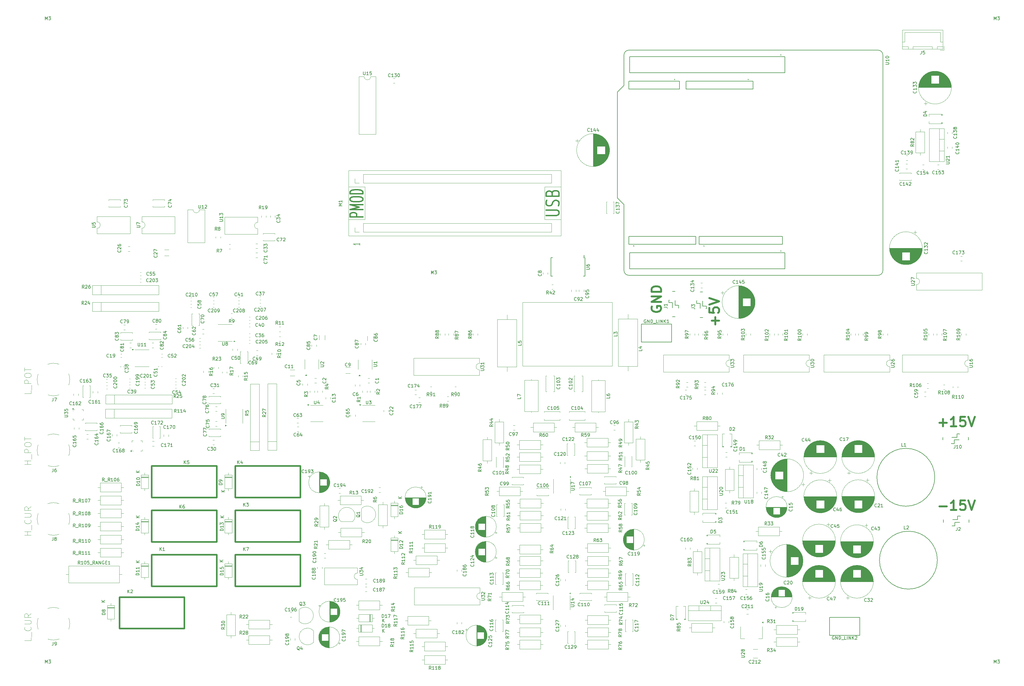
<source format=gbr>
%TF.GenerationSoftware,KiCad,Pcbnew,8.0.5*%
%TF.CreationDate,2024-12-06T02:00:11+01:00*%
%TF.ProjectId,ImpedanceAnalyzer,496d7065-6461-46e6-9365-416e616c797a,rev?*%
%TF.SameCoordinates,Original*%
%TF.FileFunction,Legend,Top*%
%TF.FilePolarity,Positive*%
%FSLAX46Y46*%
G04 Gerber Fmt 4.6, Leading zero omitted, Abs format (unit mm)*
G04 Created by KiCad (PCBNEW 8.0.5) date 2024-12-06 02:00:11*
%MOMM*%
%LPD*%
G01*
G04 APERTURE LIST*
%ADD10C,0.600000*%
%ADD11C,0.100000*%
%ADD12C,0.150000*%
%ADD13C,0.400000*%
%ADD14C,0.120000*%
%ADD15C,0.500000*%
%ADD16C,0.127000*%
%ADD17C,0.200000*%
G04 APERTURE END LIST*
D10*
X217744514Y-135319549D02*
X217601657Y-135605264D01*
X217601657Y-135605264D02*
X217601657Y-136033835D01*
X217601657Y-136033835D02*
X217744514Y-136462406D01*
X217744514Y-136462406D02*
X218030228Y-136748121D01*
X218030228Y-136748121D02*
X218315942Y-136890978D01*
X218315942Y-136890978D02*
X218887371Y-137033835D01*
X218887371Y-137033835D02*
X219315942Y-137033835D01*
X219315942Y-137033835D02*
X219887371Y-136890978D01*
X219887371Y-136890978D02*
X220173085Y-136748121D01*
X220173085Y-136748121D02*
X220458800Y-136462406D01*
X220458800Y-136462406D02*
X220601657Y-136033835D01*
X220601657Y-136033835D02*
X220601657Y-135748121D01*
X220601657Y-135748121D02*
X220458800Y-135319549D01*
X220458800Y-135319549D02*
X220315942Y-135176692D01*
X220315942Y-135176692D02*
X219315942Y-135176692D01*
X219315942Y-135176692D02*
X219315942Y-135748121D01*
X220601657Y-133890978D02*
X217601657Y-133890978D01*
X217601657Y-133890978D02*
X220601657Y-132176692D01*
X220601657Y-132176692D02*
X217601657Y-132176692D01*
X220601657Y-130748121D02*
X217601657Y-130748121D01*
X217601657Y-130748121D02*
X217601657Y-130033835D01*
X217601657Y-130033835D02*
X217744514Y-129605264D01*
X217744514Y-129605264D02*
X218030228Y-129319549D01*
X218030228Y-129319549D02*
X218315942Y-129176692D01*
X218315942Y-129176692D02*
X218887371Y-129033835D01*
X218887371Y-129033835D02*
X219315942Y-129033835D01*
X219315942Y-129033835D02*
X219887371Y-129176692D01*
X219887371Y-129176692D02*
X220173085Y-129319549D01*
X220173085Y-129319549D02*
X220458800Y-129605264D01*
X220458800Y-129605264D02*
X220601657Y-130033835D01*
X220601657Y-130033835D02*
X220601657Y-130748121D01*
X307109021Y-171458800D02*
X309394736Y-171458800D01*
X308251878Y-172601657D02*
X308251878Y-170315942D01*
X312394736Y-172601657D02*
X310680450Y-172601657D01*
X311537593Y-172601657D02*
X311537593Y-169601657D01*
X311537593Y-169601657D02*
X311251879Y-170030228D01*
X311251879Y-170030228D02*
X310966164Y-170315942D01*
X310966164Y-170315942D02*
X310680450Y-170458800D01*
X315109022Y-169601657D02*
X313680450Y-169601657D01*
X313680450Y-169601657D02*
X313537593Y-171030228D01*
X313537593Y-171030228D02*
X313680450Y-170887371D01*
X313680450Y-170887371D02*
X313966165Y-170744514D01*
X313966165Y-170744514D02*
X314680450Y-170744514D01*
X314680450Y-170744514D02*
X314966165Y-170887371D01*
X314966165Y-170887371D02*
X315109022Y-171030228D01*
X315109022Y-171030228D02*
X315251879Y-171315942D01*
X315251879Y-171315942D02*
X315251879Y-172030228D01*
X315251879Y-172030228D02*
X315109022Y-172315942D01*
X315109022Y-172315942D02*
X314966165Y-172458800D01*
X314966165Y-172458800D02*
X314680450Y-172601657D01*
X314680450Y-172601657D02*
X313966165Y-172601657D01*
X313966165Y-172601657D02*
X313680450Y-172458800D01*
X313680450Y-172458800D02*
X313537593Y-172315942D01*
X316109022Y-169601657D02*
X317109022Y-172601657D01*
X317109022Y-172601657D02*
X318109022Y-169601657D01*
D11*
X24750038Y-206458020D02*
X22750038Y-206458020D01*
X23702419Y-206458020D02*
X23702419Y-205315163D01*
X24750038Y-205315163D02*
X22750038Y-205315163D01*
X24940514Y-204838973D02*
X24940514Y-203315163D01*
X24559561Y-201696115D02*
X24654800Y-201791353D01*
X24654800Y-201791353D02*
X24750038Y-202077067D01*
X24750038Y-202077067D02*
X24750038Y-202267543D01*
X24750038Y-202267543D02*
X24654800Y-202553258D01*
X24654800Y-202553258D02*
X24464323Y-202743734D01*
X24464323Y-202743734D02*
X24273847Y-202838972D01*
X24273847Y-202838972D02*
X23892895Y-202934210D01*
X23892895Y-202934210D02*
X23607180Y-202934210D01*
X23607180Y-202934210D02*
X23226228Y-202838972D01*
X23226228Y-202838972D02*
X23035752Y-202743734D01*
X23035752Y-202743734D02*
X22845276Y-202553258D01*
X22845276Y-202553258D02*
X22750038Y-202267543D01*
X22750038Y-202267543D02*
X22750038Y-202077067D01*
X22750038Y-202077067D02*
X22845276Y-201791353D01*
X22845276Y-201791353D02*
X22940514Y-201696115D01*
X22750038Y-200838972D02*
X24369085Y-200838972D01*
X24369085Y-200838972D02*
X24559561Y-200743734D01*
X24559561Y-200743734D02*
X24654800Y-200648496D01*
X24654800Y-200648496D02*
X24750038Y-200458020D01*
X24750038Y-200458020D02*
X24750038Y-200077067D01*
X24750038Y-200077067D02*
X24654800Y-199886591D01*
X24654800Y-199886591D02*
X24559561Y-199791353D01*
X24559561Y-199791353D02*
X24369085Y-199696115D01*
X24369085Y-199696115D02*
X22750038Y-199696115D01*
X24750038Y-197600877D02*
X23797657Y-198267544D01*
X24750038Y-198743734D02*
X22750038Y-198743734D01*
X22750038Y-198743734D02*
X22750038Y-197981829D01*
X22750038Y-197981829D02*
X22845276Y-197791353D01*
X22845276Y-197791353D02*
X22940514Y-197696115D01*
X22940514Y-197696115D02*
X23130990Y-197600877D01*
X23130990Y-197600877D02*
X23416704Y-197600877D01*
X23416704Y-197600877D02*
X23607180Y-197696115D01*
X23607180Y-197696115D02*
X23702419Y-197791353D01*
X23702419Y-197791353D02*
X23797657Y-197981829D01*
X23797657Y-197981829D02*
X23797657Y-198743734D01*
D10*
X237458800Y-140890978D02*
X237458800Y-138605264D01*
X238601657Y-139748121D02*
X236315942Y-139748121D01*
X235601657Y-135748120D02*
X235601657Y-137176692D01*
X235601657Y-137176692D02*
X237030228Y-137319549D01*
X237030228Y-137319549D02*
X236887371Y-137176692D01*
X236887371Y-137176692D02*
X236744514Y-136890978D01*
X236744514Y-136890978D02*
X236744514Y-136176692D01*
X236744514Y-136176692D02*
X236887371Y-135890978D01*
X236887371Y-135890978D02*
X237030228Y-135748120D01*
X237030228Y-135748120D02*
X237315942Y-135605263D01*
X237315942Y-135605263D02*
X238030228Y-135605263D01*
X238030228Y-135605263D02*
X238315942Y-135748120D01*
X238315942Y-135748120D02*
X238458800Y-135890978D01*
X238458800Y-135890978D02*
X238601657Y-136176692D01*
X238601657Y-136176692D02*
X238601657Y-136890978D01*
X238601657Y-136890978D02*
X238458800Y-137176692D01*
X238458800Y-137176692D02*
X238315942Y-137319549D01*
X235601657Y-134748120D02*
X238601657Y-133748120D01*
X238601657Y-133748120D02*
X235601657Y-132748120D01*
D11*
X24750038Y-184458020D02*
X22750038Y-184458020D01*
X23702419Y-184458020D02*
X23702419Y-183315163D01*
X24750038Y-183315163D02*
X22750038Y-183315163D01*
X24940514Y-182838973D02*
X24940514Y-181315163D01*
X24750038Y-180838972D02*
X22750038Y-180838972D01*
X22750038Y-180838972D02*
X22750038Y-180077067D01*
X22750038Y-180077067D02*
X22845276Y-179886591D01*
X22845276Y-179886591D02*
X22940514Y-179791353D01*
X22940514Y-179791353D02*
X23130990Y-179696115D01*
X23130990Y-179696115D02*
X23416704Y-179696115D01*
X23416704Y-179696115D02*
X23607180Y-179791353D01*
X23607180Y-179791353D02*
X23702419Y-179886591D01*
X23702419Y-179886591D02*
X23797657Y-180077067D01*
X23797657Y-180077067D02*
X23797657Y-180838972D01*
X22750038Y-178458020D02*
X22750038Y-178077067D01*
X22750038Y-178077067D02*
X22845276Y-177886591D01*
X22845276Y-177886591D02*
X23035752Y-177696115D01*
X23035752Y-177696115D02*
X23416704Y-177600877D01*
X23416704Y-177600877D02*
X24083371Y-177600877D01*
X24083371Y-177600877D02*
X24464323Y-177696115D01*
X24464323Y-177696115D02*
X24654800Y-177886591D01*
X24654800Y-177886591D02*
X24750038Y-178077067D01*
X24750038Y-178077067D02*
X24750038Y-178458020D01*
X24750038Y-178458020D02*
X24654800Y-178648496D01*
X24654800Y-178648496D02*
X24464323Y-178838972D01*
X24464323Y-178838972D02*
X24083371Y-178934210D01*
X24083371Y-178934210D02*
X23416704Y-178934210D01*
X23416704Y-178934210D02*
X23035752Y-178838972D01*
X23035752Y-178838972D02*
X22845276Y-178648496D01*
X22845276Y-178648496D02*
X22750038Y-178458020D01*
X22750038Y-177029448D02*
X22750038Y-175886591D01*
X24750038Y-176458020D02*
X22750038Y-176458020D01*
D10*
X307109021Y-197458800D02*
X309394736Y-197458800D01*
X312394736Y-198601657D02*
X310680450Y-198601657D01*
X311537593Y-198601657D02*
X311537593Y-195601657D01*
X311537593Y-195601657D02*
X311251879Y-196030228D01*
X311251879Y-196030228D02*
X310966164Y-196315942D01*
X310966164Y-196315942D02*
X310680450Y-196458800D01*
X315109022Y-195601657D02*
X313680450Y-195601657D01*
X313680450Y-195601657D02*
X313537593Y-197030228D01*
X313537593Y-197030228D02*
X313680450Y-196887371D01*
X313680450Y-196887371D02*
X313966165Y-196744514D01*
X313966165Y-196744514D02*
X314680450Y-196744514D01*
X314680450Y-196744514D02*
X314966165Y-196887371D01*
X314966165Y-196887371D02*
X315109022Y-197030228D01*
X315109022Y-197030228D02*
X315251879Y-197315942D01*
X315251879Y-197315942D02*
X315251879Y-198030228D01*
X315251879Y-198030228D02*
X315109022Y-198315942D01*
X315109022Y-198315942D02*
X314966165Y-198458800D01*
X314966165Y-198458800D02*
X314680450Y-198601657D01*
X314680450Y-198601657D02*
X313966165Y-198601657D01*
X313966165Y-198601657D02*
X313680450Y-198458800D01*
X313680450Y-198458800D02*
X313537593Y-198315942D01*
X316109022Y-195601657D02*
X317109022Y-198601657D01*
X317109022Y-198601657D02*
X318109022Y-195601657D01*
D11*
X24750038Y-161505639D02*
X24750038Y-162458020D01*
X24750038Y-162458020D02*
X22750038Y-162458020D01*
X24940514Y-161315163D02*
X24940514Y-159791353D01*
X24750038Y-159315162D02*
X22750038Y-159315162D01*
X22750038Y-159315162D02*
X22750038Y-158553257D01*
X22750038Y-158553257D02*
X22845276Y-158362781D01*
X22845276Y-158362781D02*
X22940514Y-158267543D01*
X22940514Y-158267543D02*
X23130990Y-158172305D01*
X23130990Y-158172305D02*
X23416704Y-158172305D01*
X23416704Y-158172305D02*
X23607180Y-158267543D01*
X23607180Y-158267543D02*
X23702419Y-158362781D01*
X23702419Y-158362781D02*
X23797657Y-158553257D01*
X23797657Y-158553257D02*
X23797657Y-159315162D01*
X22750038Y-156934210D02*
X22750038Y-156553257D01*
X22750038Y-156553257D02*
X22845276Y-156362781D01*
X22845276Y-156362781D02*
X23035752Y-156172305D01*
X23035752Y-156172305D02*
X23416704Y-156077067D01*
X23416704Y-156077067D02*
X24083371Y-156077067D01*
X24083371Y-156077067D02*
X24464323Y-156172305D01*
X24464323Y-156172305D02*
X24654800Y-156362781D01*
X24654800Y-156362781D02*
X24750038Y-156553257D01*
X24750038Y-156553257D02*
X24750038Y-156934210D01*
X24750038Y-156934210D02*
X24654800Y-157124686D01*
X24654800Y-157124686D02*
X24464323Y-157315162D01*
X24464323Y-157315162D02*
X24083371Y-157410400D01*
X24083371Y-157410400D02*
X23416704Y-157410400D01*
X23416704Y-157410400D02*
X23035752Y-157315162D01*
X23035752Y-157315162D02*
X22845276Y-157124686D01*
X22845276Y-157124686D02*
X22750038Y-156934210D01*
X22750038Y-155505638D02*
X22750038Y-154362781D01*
X24750038Y-154934210D02*
X22750038Y-154934210D01*
X24750038Y-238280639D02*
X24750038Y-239233020D01*
X24750038Y-239233020D02*
X22750038Y-239233020D01*
X24940514Y-238090163D02*
X24940514Y-236566353D01*
X24559561Y-234947305D02*
X24654800Y-235042543D01*
X24654800Y-235042543D02*
X24750038Y-235328257D01*
X24750038Y-235328257D02*
X24750038Y-235518733D01*
X24750038Y-235518733D02*
X24654800Y-235804448D01*
X24654800Y-235804448D02*
X24464323Y-235994924D01*
X24464323Y-235994924D02*
X24273847Y-236090162D01*
X24273847Y-236090162D02*
X23892895Y-236185400D01*
X23892895Y-236185400D02*
X23607180Y-236185400D01*
X23607180Y-236185400D02*
X23226228Y-236090162D01*
X23226228Y-236090162D02*
X23035752Y-235994924D01*
X23035752Y-235994924D02*
X22845276Y-235804448D01*
X22845276Y-235804448D02*
X22750038Y-235518733D01*
X22750038Y-235518733D02*
X22750038Y-235328257D01*
X22750038Y-235328257D02*
X22845276Y-235042543D01*
X22845276Y-235042543D02*
X22940514Y-234947305D01*
X22750038Y-234090162D02*
X24369085Y-234090162D01*
X24369085Y-234090162D02*
X24559561Y-233994924D01*
X24559561Y-233994924D02*
X24654800Y-233899686D01*
X24654800Y-233899686D02*
X24750038Y-233709210D01*
X24750038Y-233709210D02*
X24750038Y-233328257D01*
X24750038Y-233328257D02*
X24654800Y-233137781D01*
X24654800Y-233137781D02*
X24559561Y-233042543D01*
X24559561Y-233042543D02*
X24369085Y-232947305D01*
X24369085Y-232947305D02*
X22750038Y-232947305D01*
X24750038Y-230852067D02*
X23797657Y-231518734D01*
X24750038Y-231994924D02*
X22750038Y-231994924D01*
X22750038Y-231994924D02*
X22750038Y-231233019D01*
X22750038Y-231233019D02*
X22845276Y-231042543D01*
X22845276Y-231042543D02*
X22940514Y-230947305D01*
X22940514Y-230947305D02*
X23130990Y-230852067D01*
X23130990Y-230852067D02*
X23416704Y-230852067D01*
X23416704Y-230852067D02*
X23607180Y-230947305D01*
X23607180Y-230947305D02*
X23702419Y-231042543D01*
X23702419Y-231042543D02*
X23797657Y-231233019D01*
X23797657Y-231233019D02*
X23797657Y-231994924D01*
D12*
X309254819Y-91038094D02*
X310064342Y-91038094D01*
X310064342Y-91038094D02*
X310159580Y-90990475D01*
X310159580Y-90990475D02*
X310207200Y-90942856D01*
X310207200Y-90942856D02*
X310254819Y-90847618D01*
X310254819Y-90847618D02*
X310254819Y-90657142D01*
X310254819Y-90657142D02*
X310207200Y-90561904D01*
X310207200Y-90561904D02*
X310159580Y-90514285D01*
X310159580Y-90514285D02*
X310064342Y-90466666D01*
X310064342Y-90466666D02*
X309254819Y-90466666D01*
X309350057Y-90038094D02*
X309302438Y-89990475D01*
X309302438Y-89990475D02*
X309254819Y-89895237D01*
X309254819Y-89895237D02*
X309254819Y-89657142D01*
X309254819Y-89657142D02*
X309302438Y-89561904D01*
X309302438Y-89561904D02*
X309350057Y-89514285D01*
X309350057Y-89514285D02*
X309445295Y-89466666D01*
X309445295Y-89466666D02*
X309540533Y-89466666D01*
X309540533Y-89466666D02*
X309683390Y-89514285D01*
X309683390Y-89514285D02*
X310254819Y-90085713D01*
X310254819Y-90085713D02*
X310254819Y-89466666D01*
X310254819Y-88514285D02*
X310254819Y-89085713D01*
X310254819Y-88799999D02*
X309254819Y-88799999D01*
X309254819Y-88799999D02*
X309397676Y-88895237D01*
X309397676Y-88895237D02*
X309492914Y-88990475D01*
X309492914Y-88990475D02*
X309540533Y-89085713D01*
X84164819Y-190778094D02*
X83164819Y-190778094D01*
X83164819Y-190778094D02*
X83164819Y-190539999D01*
X83164819Y-190539999D02*
X83212438Y-190397142D01*
X83212438Y-190397142D02*
X83307676Y-190301904D01*
X83307676Y-190301904D02*
X83402914Y-190254285D01*
X83402914Y-190254285D02*
X83593390Y-190206666D01*
X83593390Y-190206666D02*
X83736247Y-190206666D01*
X83736247Y-190206666D02*
X83926723Y-190254285D01*
X83926723Y-190254285D02*
X84021961Y-190301904D01*
X84021961Y-190301904D02*
X84117200Y-190397142D01*
X84117200Y-190397142D02*
X84164819Y-190539999D01*
X84164819Y-190539999D02*
X84164819Y-190778094D01*
X84164819Y-189730475D02*
X84164819Y-189539999D01*
X84164819Y-189539999D02*
X84117200Y-189444761D01*
X84117200Y-189444761D02*
X84069580Y-189397142D01*
X84069580Y-189397142D02*
X83926723Y-189301904D01*
X83926723Y-189301904D02*
X83736247Y-189254285D01*
X83736247Y-189254285D02*
X83355295Y-189254285D01*
X83355295Y-189254285D02*
X83260057Y-189301904D01*
X83260057Y-189301904D02*
X83212438Y-189349523D01*
X83212438Y-189349523D02*
X83164819Y-189444761D01*
X83164819Y-189444761D02*
X83164819Y-189635237D01*
X83164819Y-189635237D02*
X83212438Y-189730475D01*
X83212438Y-189730475D02*
X83260057Y-189778094D01*
X83260057Y-189778094D02*
X83355295Y-189825713D01*
X83355295Y-189825713D02*
X83593390Y-189825713D01*
X83593390Y-189825713D02*
X83688628Y-189778094D01*
X83688628Y-189778094D02*
X83736247Y-189730475D01*
X83736247Y-189730475D02*
X83783866Y-189635237D01*
X83783866Y-189635237D02*
X83783866Y-189444761D01*
X83783866Y-189444761D02*
X83736247Y-189349523D01*
X83736247Y-189349523D02*
X83688628Y-189301904D01*
X83688628Y-189301904D02*
X83593390Y-189254285D01*
X84954819Y-193011904D02*
X83954819Y-193011904D01*
X84954819Y-192440476D02*
X84383390Y-192869047D01*
X83954819Y-192440476D02*
X84526247Y-193011904D01*
X84564819Y-205054285D02*
X83564819Y-205054285D01*
X83564819Y-205054285D02*
X83564819Y-204816190D01*
X83564819Y-204816190D02*
X83612438Y-204673333D01*
X83612438Y-204673333D02*
X83707676Y-204578095D01*
X83707676Y-204578095D02*
X83802914Y-204530476D01*
X83802914Y-204530476D02*
X83993390Y-204482857D01*
X83993390Y-204482857D02*
X84136247Y-204482857D01*
X84136247Y-204482857D02*
X84326723Y-204530476D01*
X84326723Y-204530476D02*
X84421961Y-204578095D01*
X84421961Y-204578095D02*
X84517200Y-204673333D01*
X84517200Y-204673333D02*
X84564819Y-204816190D01*
X84564819Y-204816190D02*
X84564819Y-205054285D01*
X84564819Y-203530476D02*
X84564819Y-204101904D01*
X84564819Y-203816190D02*
X83564819Y-203816190D01*
X83564819Y-203816190D02*
X83707676Y-203911428D01*
X83707676Y-203911428D02*
X83802914Y-204006666D01*
X83802914Y-204006666D02*
X83850533Y-204101904D01*
X83564819Y-203197142D02*
X83564819Y-202578095D01*
X83564819Y-202578095D02*
X83945771Y-202911428D01*
X83945771Y-202911428D02*
X83945771Y-202768571D01*
X83945771Y-202768571D02*
X83993390Y-202673333D01*
X83993390Y-202673333D02*
X84041009Y-202625714D01*
X84041009Y-202625714D02*
X84136247Y-202578095D01*
X84136247Y-202578095D02*
X84374342Y-202578095D01*
X84374342Y-202578095D02*
X84469580Y-202625714D01*
X84469580Y-202625714D02*
X84517200Y-202673333D01*
X84517200Y-202673333D02*
X84564819Y-202768571D01*
X84564819Y-202768571D02*
X84564819Y-203054285D01*
X84564819Y-203054285D02*
X84517200Y-203149523D01*
X84517200Y-203149523D02*
X84469580Y-203197142D01*
X84704819Y-201011904D02*
X83704819Y-201011904D01*
X84704819Y-200440476D02*
X84133390Y-200869047D01*
X83704819Y-200440476D02*
X84276247Y-201011904D01*
X35204819Y-169738094D02*
X36014342Y-169738094D01*
X36014342Y-169738094D02*
X36109580Y-169690475D01*
X36109580Y-169690475D02*
X36157200Y-169642856D01*
X36157200Y-169642856D02*
X36204819Y-169547618D01*
X36204819Y-169547618D02*
X36204819Y-169357142D01*
X36204819Y-169357142D02*
X36157200Y-169261904D01*
X36157200Y-169261904D02*
X36109580Y-169214285D01*
X36109580Y-169214285D02*
X36014342Y-169166666D01*
X36014342Y-169166666D02*
X35204819Y-169166666D01*
X35204819Y-168785713D02*
X35204819Y-168166666D01*
X35204819Y-168166666D02*
X35585771Y-168499999D01*
X35585771Y-168499999D02*
X35585771Y-168357142D01*
X35585771Y-168357142D02*
X35633390Y-168261904D01*
X35633390Y-168261904D02*
X35681009Y-168214285D01*
X35681009Y-168214285D02*
X35776247Y-168166666D01*
X35776247Y-168166666D02*
X36014342Y-168166666D01*
X36014342Y-168166666D02*
X36109580Y-168214285D01*
X36109580Y-168214285D02*
X36157200Y-168261904D01*
X36157200Y-168261904D02*
X36204819Y-168357142D01*
X36204819Y-168357142D02*
X36204819Y-168642856D01*
X36204819Y-168642856D02*
X36157200Y-168738094D01*
X36157200Y-168738094D02*
X36109580Y-168785713D01*
X35204819Y-167261904D02*
X35204819Y-167738094D01*
X35204819Y-167738094D02*
X35681009Y-167785713D01*
X35681009Y-167785713D02*
X35633390Y-167738094D01*
X35633390Y-167738094D02*
X35585771Y-167642856D01*
X35585771Y-167642856D02*
X35585771Y-167404761D01*
X35585771Y-167404761D02*
X35633390Y-167309523D01*
X35633390Y-167309523D02*
X35681009Y-167261904D01*
X35681009Y-167261904D02*
X35776247Y-167214285D01*
X35776247Y-167214285D02*
X36014342Y-167214285D01*
X36014342Y-167214285D02*
X36109580Y-167261904D01*
X36109580Y-167261904D02*
X36157200Y-167309523D01*
X36157200Y-167309523D02*
X36204819Y-167404761D01*
X36204819Y-167404761D02*
X36204819Y-167642856D01*
X36204819Y-167642856D02*
X36157200Y-167738094D01*
X36157200Y-167738094D02*
X36109580Y-167785713D01*
X137564819Y-240482857D02*
X137088628Y-240816190D01*
X137564819Y-241054285D02*
X136564819Y-241054285D01*
X136564819Y-241054285D02*
X136564819Y-240673333D01*
X136564819Y-240673333D02*
X136612438Y-240578095D01*
X136612438Y-240578095D02*
X136660057Y-240530476D01*
X136660057Y-240530476D02*
X136755295Y-240482857D01*
X136755295Y-240482857D02*
X136898152Y-240482857D01*
X136898152Y-240482857D02*
X136993390Y-240530476D01*
X136993390Y-240530476D02*
X137041009Y-240578095D01*
X137041009Y-240578095D02*
X137088628Y-240673333D01*
X137088628Y-240673333D02*
X137088628Y-241054285D01*
X137564819Y-239530476D02*
X137564819Y-240101904D01*
X137564819Y-239816190D02*
X136564819Y-239816190D01*
X136564819Y-239816190D02*
X136707676Y-239911428D01*
X136707676Y-239911428D02*
X136802914Y-240006666D01*
X136802914Y-240006666D02*
X136850533Y-240101904D01*
X136993390Y-238959047D02*
X136945771Y-239054285D01*
X136945771Y-239054285D02*
X136898152Y-239101904D01*
X136898152Y-239101904D02*
X136802914Y-239149523D01*
X136802914Y-239149523D02*
X136755295Y-239149523D01*
X136755295Y-239149523D02*
X136660057Y-239101904D01*
X136660057Y-239101904D02*
X136612438Y-239054285D01*
X136612438Y-239054285D02*
X136564819Y-238959047D01*
X136564819Y-238959047D02*
X136564819Y-238768571D01*
X136564819Y-238768571D02*
X136612438Y-238673333D01*
X136612438Y-238673333D02*
X136660057Y-238625714D01*
X136660057Y-238625714D02*
X136755295Y-238578095D01*
X136755295Y-238578095D02*
X136802914Y-238578095D01*
X136802914Y-238578095D02*
X136898152Y-238625714D01*
X136898152Y-238625714D02*
X136945771Y-238673333D01*
X136945771Y-238673333D02*
X136993390Y-238768571D01*
X136993390Y-238768571D02*
X136993390Y-238959047D01*
X136993390Y-238959047D02*
X137041009Y-239054285D01*
X137041009Y-239054285D02*
X137088628Y-239101904D01*
X137088628Y-239101904D02*
X137183866Y-239149523D01*
X137183866Y-239149523D02*
X137374342Y-239149523D01*
X137374342Y-239149523D02*
X137469580Y-239101904D01*
X137469580Y-239101904D02*
X137517200Y-239054285D01*
X137517200Y-239054285D02*
X137564819Y-238959047D01*
X137564819Y-238959047D02*
X137564819Y-238768571D01*
X137564819Y-238768571D02*
X137517200Y-238673333D01*
X137517200Y-238673333D02*
X137469580Y-238625714D01*
X137469580Y-238625714D02*
X137374342Y-238578095D01*
X137374342Y-238578095D02*
X137183866Y-238578095D01*
X137183866Y-238578095D02*
X137088628Y-238625714D01*
X137088628Y-238625714D02*
X137041009Y-238673333D01*
X137041009Y-238673333D02*
X136993390Y-238768571D01*
X137169580Y-168465357D02*
X137217200Y-168512976D01*
X137217200Y-168512976D02*
X137264819Y-168655833D01*
X137264819Y-168655833D02*
X137264819Y-168751071D01*
X137264819Y-168751071D02*
X137217200Y-168893928D01*
X137217200Y-168893928D02*
X137121961Y-168989166D01*
X137121961Y-168989166D02*
X137026723Y-169036785D01*
X137026723Y-169036785D02*
X136836247Y-169084404D01*
X136836247Y-169084404D02*
X136693390Y-169084404D01*
X136693390Y-169084404D02*
X136502914Y-169036785D01*
X136502914Y-169036785D02*
X136407676Y-168989166D01*
X136407676Y-168989166D02*
X136312438Y-168893928D01*
X136312438Y-168893928D02*
X136264819Y-168751071D01*
X136264819Y-168751071D02*
X136264819Y-168655833D01*
X136264819Y-168655833D02*
X136312438Y-168512976D01*
X136312438Y-168512976D02*
X136360057Y-168465357D01*
X136360057Y-168084404D02*
X136312438Y-168036785D01*
X136312438Y-168036785D02*
X136264819Y-167941547D01*
X136264819Y-167941547D02*
X136264819Y-167703452D01*
X136264819Y-167703452D02*
X136312438Y-167608214D01*
X136312438Y-167608214D02*
X136360057Y-167560595D01*
X136360057Y-167560595D02*
X136455295Y-167512976D01*
X136455295Y-167512976D02*
X136550533Y-167512976D01*
X136550533Y-167512976D02*
X136693390Y-167560595D01*
X136693390Y-167560595D02*
X137264819Y-168132023D01*
X137264819Y-168132023D02*
X137264819Y-167512976D01*
X136360057Y-167132023D02*
X136312438Y-167084404D01*
X136312438Y-167084404D02*
X136264819Y-166989166D01*
X136264819Y-166989166D02*
X136264819Y-166751071D01*
X136264819Y-166751071D02*
X136312438Y-166655833D01*
X136312438Y-166655833D02*
X136360057Y-166608214D01*
X136360057Y-166608214D02*
X136455295Y-166560595D01*
X136455295Y-166560595D02*
X136550533Y-166560595D01*
X136550533Y-166560595D02*
X136693390Y-166608214D01*
X136693390Y-166608214D02*
X137264819Y-167179642D01*
X137264819Y-167179642D02*
X137264819Y-166560595D01*
X227210952Y-164099580D02*
X227163333Y-164147200D01*
X227163333Y-164147200D02*
X227020476Y-164194819D01*
X227020476Y-164194819D02*
X226925238Y-164194819D01*
X226925238Y-164194819D02*
X226782381Y-164147200D01*
X226782381Y-164147200D02*
X226687143Y-164051961D01*
X226687143Y-164051961D02*
X226639524Y-163956723D01*
X226639524Y-163956723D02*
X226591905Y-163766247D01*
X226591905Y-163766247D02*
X226591905Y-163623390D01*
X226591905Y-163623390D02*
X226639524Y-163432914D01*
X226639524Y-163432914D02*
X226687143Y-163337676D01*
X226687143Y-163337676D02*
X226782381Y-163242438D01*
X226782381Y-163242438D02*
X226925238Y-163194819D01*
X226925238Y-163194819D02*
X227020476Y-163194819D01*
X227020476Y-163194819D02*
X227163333Y-163242438D01*
X227163333Y-163242438D02*
X227210952Y-163290057D01*
X228163333Y-164194819D02*
X227591905Y-164194819D01*
X227877619Y-164194819D02*
X227877619Y-163194819D01*
X227877619Y-163194819D02*
X227782381Y-163337676D01*
X227782381Y-163337676D02*
X227687143Y-163432914D01*
X227687143Y-163432914D02*
X227591905Y-163480533D01*
X228496667Y-163194819D02*
X229163333Y-163194819D01*
X229163333Y-163194819D02*
X228734762Y-164194819D01*
X230020476Y-163194819D02*
X229544286Y-163194819D01*
X229544286Y-163194819D02*
X229496667Y-163671009D01*
X229496667Y-163671009D02*
X229544286Y-163623390D01*
X229544286Y-163623390D02*
X229639524Y-163575771D01*
X229639524Y-163575771D02*
X229877619Y-163575771D01*
X229877619Y-163575771D02*
X229972857Y-163623390D01*
X229972857Y-163623390D02*
X230020476Y-163671009D01*
X230020476Y-163671009D02*
X230068095Y-163766247D01*
X230068095Y-163766247D02*
X230068095Y-164004342D01*
X230068095Y-164004342D02*
X230020476Y-164099580D01*
X230020476Y-164099580D02*
X229972857Y-164147200D01*
X229972857Y-164147200D02*
X229877619Y-164194819D01*
X229877619Y-164194819D02*
X229639524Y-164194819D01*
X229639524Y-164194819D02*
X229544286Y-164147200D01*
X229544286Y-164147200D02*
X229496667Y-164099580D01*
X188789580Y-235759047D02*
X188837200Y-235806666D01*
X188837200Y-235806666D02*
X188884819Y-235949523D01*
X188884819Y-235949523D02*
X188884819Y-236044761D01*
X188884819Y-236044761D02*
X188837200Y-236187618D01*
X188837200Y-236187618D02*
X188741961Y-236282856D01*
X188741961Y-236282856D02*
X188646723Y-236330475D01*
X188646723Y-236330475D02*
X188456247Y-236378094D01*
X188456247Y-236378094D02*
X188313390Y-236378094D01*
X188313390Y-236378094D02*
X188122914Y-236330475D01*
X188122914Y-236330475D02*
X188027676Y-236282856D01*
X188027676Y-236282856D02*
X187932438Y-236187618D01*
X187932438Y-236187618D02*
X187884819Y-236044761D01*
X187884819Y-236044761D02*
X187884819Y-235949523D01*
X187884819Y-235949523D02*
X187932438Y-235806666D01*
X187932438Y-235806666D02*
X187980057Y-235759047D01*
X188884819Y-234806666D02*
X188884819Y-235378094D01*
X188884819Y-235092380D02*
X187884819Y-235092380D01*
X187884819Y-235092380D02*
X188027676Y-235187618D01*
X188027676Y-235187618D02*
X188122914Y-235282856D01*
X188122914Y-235282856D02*
X188170533Y-235378094D01*
X187980057Y-234425713D02*
X187932438Y-234378094D01*
X187932438Y-234378094D02*
X187884819Y-234282856D01*
X187884819Y-234282856D02*
X187884819Y-234044761D01*
X187884819Y-234044761D02*
X187932438Y-233949523D01*
X187932438Y-233949523D02*
X187980057Y-233901904D01*
X187980057Y-233901904D02*
X188075295Y-233854285D01*
X188075295Y-233854285D02*
X188170533Y-233854285D01*
X188170533Y-233854285D02*
X188313390Y-233901904D01*
X188313390Y-233901904D02*
X188884819Y-234473332D01*
X188884819Y-234473332D02*
X188884819Y-233854285D01*
X187884819Y-233520951D02*
X187884819Y-232854285D01*
X187884819Y-232854285D02*
X188884819Y-233282856D01*
X192889580Y-160479047D02*
X192937200Y-160526666D01*
X192937200Y-160526666D02*
X192984819Y-160669523D01*
X192984819Y-160669523D02*
X192984819Y-160764761D01*
X192984819Y-160764761D02*
X192937200Y-160907618D01*
X192937200Y-160907618D02*
X192841961Y-161002856D01*
X192841961Y-161002856D02*
X192746723Y-161050475D01*
X192746723Y-161050475D02*
X192556247Y-161098094D01*
X192556247Y-161098094D02*
X192413390Y-161098094D01*
X192413390Y-161098094D02*
X192222914Y-161050475D01*
X192222914Y-161050475D02*
X192127676Y-161002856D01*
X192127676Y-161002856D02*
X192032438Y-160907618D01*
X192032438Y-160907618D02*
X191984819Y-160764761D01*
X191984819Y-160764761D02*
X191984819Y-160669523D01*
X191984819Y-160669523D02*
X192032438Y-160526666D01*
X192032438Y-160526666D02*
X192080057Y-160479047D01*
X192984819Y-159526666D02*
X192984819Y-160098094D01*
X192984819Y-159812380D02*
X191984819Y-159812380D01*
X191984819Y-159812380D02*
X192127676Y-159907618D01*
X192127676Y-159907618D02*
X192222914Y-160002856D01*
X192222914Y-160002856D02*
X192270533Y-160098094D01*
X191984819Y-158907618D02*
X191984819Y-158812380D01*
X191984819Y-158812380D02*
X192032438Y-158717142D01*
X192032438Y-158717142D02*
X192080057Y-158669523D01*
X192080057Y-158669523D02*
X192175295Y-158621904D01*
X192175295Y-158621904D02*
X192365771Y-158574285D01*
X192365771Y-158574285D02*
X192603866Y-158574285D01*
X192603866Y-158574285D02*
X192794342Y-158621904D01*
X192794342Y-158621904D02*
X192889580Y-158669523D01*
X192889580Y-158669523D02*
X192937200Y-158717142D01*
X192937200Y-158717142D02*
X192984819Y-158812380D01*
X192984819Y-158812380D02*
X192984819Y-158907618D01*
X192984819Y-158907618D02*
X192937200Y-159002856D01*
X192937200Y-159002856D02*
X192889580Y-159050475D01*
X192889580Y-159050475D02*
X192794342Y-159098094D01*
X192794342Y-159098094D02*
X192603866Y-159145713D01*
X192603866Y-159145713D02*
X192365771Y-159145713D01*
X192365771Y-159145713D02*
X192175295Y-159098094D01*
X192175295Y-159098094D02*
X192080057Y-159050475D01*
X192080057Y-159050475D02*
X192032438Y-159002856D01*
X192032438Y-159002856D02*
X191984819Y-158907618D01*
X192080057Y-158193332D02*
X192032438Y-158145713D01*
X192032438Y-158145713D02*
X191984819Y-158050475D01*
X191984819Y-158050475D02*
X191984819Y-157812380D01*
X191984819Y-157812380D02*
X192032438Y-157717142D01*
X192032438Y-157717142D02*
X192080057Y-157669523D01*
X192080057Y-157669523D02*
X192175295Y-157621904D01*
X192175295Y-157621904D02*
X192270533Y-157621904D01*
X192270533Y-157621904D02*
X192413390Y-157669523D01*
X192413390Y-157669523D02*
X192984819Y-158240951D01*
X192984819Y-158240951D02*
X192984819Y-157621904D01*
X208564819Y-222882857D02*
X208088628Y-223216190D01*
X208564819Y-223454285D02*
X207564819Y-223454285D01*
X207564819Y-223454285D02*
X207564819Y-223073333D01*
X207564819Y-223073333D02*
X207612438Y-222978095D01*
X207612438Y-222978095D02*
X207660057Y-222930476D01*
X207660057Y-222930476D02*
X207755295Y-222882857D01*
X207755295Y-222882857D02*
X207898152Y-222882857D01*
X207898152Y-222882857D02*
X207993390Y-222930476D01*
X207993390Y-222930476D02*
X208041009Y-222978095D01*
X208041009Y-222978095D02*
X208088628Y-223073333D01*
X208088628Y-223073333D02*
X208088628Y-223454285D01*
X207564819Y-222025714D02*
X207564819Y-222216190D01*
X207564819Y-222216190D02*
X207612438Y-222311428D01*
X207612438Y-222311428D02*
X207660057Y-222359047D01*
X207660057Y-222359047D02*
X207802914Y-222454285D01*
X207802914Y-222454285D02*
X207993390Y-222501904D01*
X207993390Y-222501904D02*
X208374342Y-222501904D01*
X208374342Y-222501904D02*
X208469580Y-222454285D01*
X208469580Y-222454285D02*
X208517200Y-222406666D01*
X208517200Y-222406666D02*
X208564819Y-222311428D01*
X208564819Y-222311428D02*
X208564819Y-222120952D01*
X208564819Y-222120952D02*
X208517200Y-222025714D01*
X208517200Y-222025714D02*
X208469580Y-221978095D01*
X208469580Y-221978095D02*
X208374342Y-221930476D01*
X208374342Y-221930476D02*
X208136247Y-221930476D01*
X208136247Y-221930476D02*
X208041009Y-221978095D01*
X208041009Y-221978095D02*
X207993390Y-222025714D01*
X207993390Y-222025714D02*
X207945771Y-222120952D01*
X207945771Y-222120952D02*
X207945771Y-222311428D01*
X207945771Y-222311428D02*
X207993390Y-222406666D01*
X207993390Y-222406666D02*
X208041009Y-222454285D01*
X208041009Y-222454285D02*
X208136247Y-222501904D01*
X207564819Y-221025714D02*
X207564819Y-221501904D01*
X207564819Y-221501904D02*
X208041009Y-221549523D01*
X208041009Y-221549523D02*
X207993390Y-221501904D01*
X207993390Y-221501904D02*
X207945771Y-221406666D01*
X207945771Y-221406666D02*
X207945771Y-221168571D01*
X207945771Y-221168571D02*
X207993390Y-221073333D01*
X207993390Y-221073333D02*
X208041009Y-221025714D01*
X208041009Y-221025714D02*
X208136247Y-220978095D01*
X208136247Y-220978095D02*
X208374342Y-220978095D01*
X208374342Y-220978095D02*
X208469580Y-221025714D01*
X208469580Y-221025714D02*
X208517200Y-221073333D01*
X208517200Y-221073333D02*
X208564819Y-221168571D01*
X208564819Y-221168571D02*
X208564819Y-221406666D01*
X208564819Y-221406666D02*
X208517200Y-221501904D01*
X208517200Y-221501904D02*
X208469580Y-221549523D01*
X53202142Y-140409580D02*
X53154523Y-140457200D01*
X53154523Y-140457200D02*
X53011666Y-140504819D01*
X53011666Y-140504819D02*
X52916428Y-140504819D01*
X52916428Y-140504819D02*
X52773571Y-140457200D01*
X52773571Y-140457200D02*
X52678333Y-140361961D01*
X52678333Y-140361961D02*
X52630714Y-140266723D01*
X52630714Y-140266723D02*
X52583095Y-140076247D01*
X52583095Y-140076247D02*
X52583095Y-139933390D01*
X52583095Y-139933390D02*
X52630714Y-139742914D01*
X52630714Y-139742914D02*
X52678333Y-139647676D01*
X52678333Y-139647676D02*
X52773571Y-139552438D01*
X52773571Y-139552438D02*
X52916428Y-139504819D01*
X52916428Y-139504819D02*
X53011666Y-139504819D01*
X53011666Y-139504819D02*
X53154523Y-139552438D01*
X53154523Y-139552438D02*
X53202142Y-139600057D01*
X53535476Y-139504819D02*
X54202142Y-139504819D01*
X54202142Y-139504819D02*
X53773571Y-140504819D01*
X54630714Y-140504819D02*
X54821190Y-140504819D01*
X54821190Y-140504819D02*
X54916428Y-140457200D01*
X54916428Y-140457200D02*
X54964047Y-140409580D01*
X54964047Y-140409580D02*
X55059285Y-140266723D01*
X55059285Y-140266723D02*
X55106904Y-140076247D01*
X55106904Y-140076247D02*
X55106904Y-139695295D01*
X55106904Y-139695295D02*
X55059285Y-139600057D01*
X55059285Y-139600057D02*
X55011666Y-139552438D01*
X55011666Y-139552438D02*
X54916428Y-139504819D01*
X54916428Y-139504819D02*
X54725952Y-139504819D01*
X54725952Y-139504819D02*
X54630714Y-139552438D01*
X54630714Y-139552438D02*
X54583095Y-139600057D01*
X54583095Y-139600057D02*
X54535476Y-139695295D01*
X54535476Y-139695295D02*
X54535476Y-139933390D01*
X54535476Y-139933390D02*
X54583095Y-140028628D01*
X54583095Y-140028628D02*
X54630714Y-140076247D01*
X54630714Y-140076247D02*
X54725952Y-140123866D01*
X54725952Y-140123866D02*
X54916428Y-140123866D01*
X54916428Y-140123866D02*
X55011666Y-140076247D01*
X55011666Y-140076247D02*
X55059285Y-140028628D01*
X55059285Y-140028628D02*
X55106904Y-139933390D01*
X254287142Y-233714819D02*
X253953809Y-233238628D01*
X253715714Y-233714819D02*
X253715714Y-232714819D01*
X253715714Y-232714819D02*
X254096666Y-232714819D01*
X254096666Y-232714819D02*
X254191904Y-232762438D01*
X254191904Y-232762438D02*
X254239523Y-232810057D01*
X254239523Y-232810057D02*
X254287142Y-232905295D01*
X254287142Y-232905295D02*
X254287142Y-233048152D01*
X254287142Y-233048152D02*
X254239523Y-233143390D01*
X254239523Y-233143390D02*
X254191904Y-233191009D01*
X254191904Y-233191009D02*
X254096666Y-233238628D01*
X254096666Y-233238628D02*
X253715714Y-233238628D01*
X254620476Y-232714819D02*
X255239523Y-232714819D01*
X255239523Y-232714819D02*
X254906190Y-233095771D01*
X254906190Y-233095771D02*
X255049047Y-233095771D01*
X255049047Y-233095771D02*
X255144285Y-233143390D01*
X255144285Y-233143390D02*
X255191904Y-233191009D01*
X255191904Y-233191009D02*
X255239523Y-233286247D01*
X255239523Y-233286247D02*
X255239523Y-233524342D01*
X255239523Y-233524342D02*
X255191904Y-233619580D01*
X255191904Y-233619580D02*
X255144285Y-233667200D01*
X255144285Y-233667200D02*
X255049047Y-233714819D01*
X255049047Y-233714819D02*
X254763333Y-233714819D01*
X254763333Y-233714819D02*
X254668095Y-233667200D01*
X254668095Y-233667200D02*
X254620476Y-233619580D01*
X256191904Y-233714819D02*
X255620476Y-233714819D01*
X255906190Y-233714819D02*
X255906190Y-232714819D01*
X255906190Y-232714819D02*
X255810952Y-232857676D01*
X255810952Y-232857676D02*
X255715714Y-232952914D01*
X255715714Y-232952914D02*
X255620476Y-233000533D01*
X123083333Y-153859580D02*
X123035714Y-153907200D01*
X123035714Y-153907200D02*
X122892857Y-153954819D01*
X122892857Y-153954819D02*
X122797619Y-153954819D01*
X122797619Y-153954819D02*
X122654762Y-153907200D01*
X122654762Y-153907200D02*
X122559524Y-153811961D01*
X122559524Y-153811961D02*
X122511905Y-153716723D01*
X122511905Y-153716723D02*
X122464286Y-153526247D01*
X122464286Y-153526247D02*
X122464286Y-153383390D01*
X122464286Y-153383390D02*
X122511905Y-153192914D01*
X122511905Y-153192914D02*
X122559524Y-153097676D01*
X122559524Y-153097676D02*
X122654762Y-153002438D01*
X122654762Y-153002438D02*
X122797619Y-152954819D01*
X122797619Y-152954819D02*
X122892857Y-152954819D01*
X122892857Y-152954819D02*
X123035714Y-153002438D01*
X123035714Y-153002438D02*
X123083333Y-153050057D01*
X123559524Y-153954819D02*
X123750000Y-153954819D01*
X123750000Y-153954819D02*
X123845238Y-153907200D01*
X123845238Y-153907200D02*
X123892857Y-153859580D01*
X123892857Y-153859580D02*
X123988095Y-153716723D01*
X123988095Y-153716723D02*
X124035714Y-153526247D01*
X124035714Y-153526247D02*
X124035714Y-153145295D01*
X124035714Y-153145295D02*
X123988095Y-153050057D01*
X123988095Y-153050057D02*
X123940476Y-153002438D01*
X123940476Y-153002438D02*
X123845238Y-152954819D01*
X123845238Y-152954819D02*
X123654762Y-152954819D01*
X123654762Y-152954819D02*
X123559524Y-153002438D01*
X123559524Y-153002438D02*
X123511905Y-153050057D01*
X123511905Y-153050057D02*
X123464286Y-153145295D01*
X123464286Y-153145295D02*
X123464286Y-153383390D01*
X123464286Y-153383390D02*
X123511905Y-153478628D01*
X123511905Y-153478628D02*
X123559524Y-153526247D01*
X123559524Y-153526247D02*
X123654762Y-153573866D01*
X123654762Y-153573866D02*
X123845238Y-153573866D01*
X123845238Y-153573866D02*
X123940476Y-153526247D01*
X123940476Y-153526247D02*
X123988095Y-153478628D01*
X123988095Y-153478628D02*
X124035714Y-153383390D01*
X173364819Y-237882857D02*
X172888628Y-238216190D01*
X173364819Y-238454285D02*
X172364819Y-238454285D01*
X172364819Y-238454285D02*
X172364819Y-238073333D01*
X172364819Y-238073333D02*
X172412438Y-237978095D01*
X172412438Y-237978095D02*
X172460057Y-237930476D01*
X172460057Y-237930476D02*
X172555295Y-237882857D01*
X172555295Y-237882857D02*
X172698152Y-237882857D01*
X172698152Y-237882857D02*
X172793390Y-237930476D01*
X172793390Y-237930476D02*
X172841009Y-237978095D01*
X172841009Y-237978095D02*
X172888628Y-238073333D01*
X172888628Y-238073333D02*
X172888628Y-238454285D01*
X172364819Y-237549523D02*
X172364819Y-236882857D01*
X172364819Y-236882857D02*
X173364819Y-237311428D01*
X172364819Y-236597142D02*
X172364819Y-235930476D01*
X172364819Y-235930476D02*
X173364819Y-236359047D01*
X195470952Y-228399580D02*
X195423333Y-228447200D01*
X195423333Y-228447200D02*
X195280476Y-228494819D01*
X195280476Y-228494819D02*
X195185238Y-228494819D01*
X195185238Y-228494819D02*
X195042381Y-228447200D01*
X195042381Y-228447200D02*
X194947143Y-228351961D01*
X194947143Y-228351961D02*
X194899524Y-228256723D01*
X194899524Y-228256723D02*
X194851905Y-228066247D01*
X194851905Y-228066247D02*
X194851905Y-227923390D01*
X194851905Y-227923390D02*
X194899524Y-227732914D01*
X194899524Y-227732914D02*
X194947143Y-227637676D01*
X194947143Y-227637676D02*
X195042381Y-227542438D01*
X195042381Y-227542438D02*
X195185238Y-227494819D01*
X195185238Y-227494819D02*
X195280476Y-227494819D01*
X195280476Y-227494819D02*
X195423333Y-227542438D01*
X195423333Y-227542438D02*
X195470952Y-227590057D01*
X196423333Y-228494819D02*
X195851905Y-228494819D01*
X196137619Y-228494819D02*
X196137619Y-227494819D01*
X196137619Y-227494819D02*
X196042381Y-227637676D01*
X196042381Y-227637676D02*
X195947143Y-227732914D01*
X195947143Y-227732914D02*
X195851905Y-227780533D01*
X197375714Y-228494819D02*
X196804286Y-228494819D01*
X197090000Y-228494819D02*
X197090000Y-227494819D01*
X197090000Y-227494819D02*
X196994762Y-227637676D01*
X196994762Y-227637676D02*
X196899524Y-227732914D01*
X196899524Y-227732914D02*
X196804286Y-227780533D01*
X197994762Y-227494819D02*
X198090000Y-227494819D01*
X198090000Y-227494819D02*
X198185238Y-227542438D01*
X198185238Y-227542438D02*
X198232857Y-227590057D01*
X198232857Y-227590057D02*
X198280476Y-227685295D01*
X198280476Y-227685295D02*
X198328095Y-227875771D01*
X198328095Y-227875771D02*
X198328095Y-228113866D01*
X198328095Y-228113866D02*
X198280476Y-228304342D01*
X198280476Y-228304342D02*
X198232857Y-228399580D01*
X198232857Y-228399580D02*
X198185238Y-228447200D01*
X198185238Y-228447200D02*
X198090000Y-228494819D01*
X198090000Y-228494819D02*
X197994762Y-228494819D01*
X197994762Y-228494819D02*
X197899524Y-228447200D01*
X197899524Y-228447200D02*
X197851905Y-228399580D01*
X197851905Y-228399580D02*
X197804286Y-228304342D01*
X197804286Y-228304342D02*
X197756667Y-228113866D01*
X197756667Y-228113866D02*
X197756667Y-227875771D01*
X197756667Y-227875771D02*
X197804286Y-227685295D01*
X197804286Y-227685295D02*
X197851905Y-227590057D01*
X197851905Y-227590057D02*
X197899524Y-227542438D01*
X197899524Y-227542438D02*
X197994762Y-227494819D01*
X132359580Y-145642857D02*
X132407200Y-145690476D01*
X132407200Y-145690476D02*
X132454819Y-145833333D01*
X132454819Y-145833333D02*
X132454819Y-145928571D01*
X132454819Y-145928571D02*
X132407200Y-146071428D01*
X132407200Y-146071428D02*
X132311961Y-146166666D01*
X132311961Y-146166666D02*
X132216723Y-146214285D01*
X132216723Y-146214285D02*
X132026247Y-146261904D01*
X132026247Y-146261904D02*
X131883390Y-146261904D01*
X131883390Y-146261904D02*
X131692914Y-146214285D01*
X131692914Y-146214285D02*
X131597676Y-146166666D01*
X131597676Y-146166666D02*
X131502438Y-146071428D01*
X131502438Y-146071428D02*
X131454819Y-145928571D01*
X131454819Y-145928571D02*
X131454819Y-145833333D01*
X131454819Y-145833333D02*
X131502438Y-145690476D01*
X131502438Y-145690476D02*
X131550057Y-145642857D01*
X131883390Y-145071428D02*
X131835771Y-145166666D01*
X131835771Y-145166666D02*
X131788152Y-145214285D01*
X131788152Y-145214285D02*
X131692914Y-145261904D01*
X131692914Y-145261904D02*
X131645295Y-145261904D01*
X131645295Y-145261904D02*
X131550057Y-145214285D01*
X131550057Y-145214285D02*
X131502438Y-145166666D01*
X131502438Y-145166666D02*
X131454819Y-145071428D01*
X131454819Y-145071428D02*
X131454819Y-144880952D01*
X131454819Y-144880952D02*
X131502438Y-144785714D01*
X131502438Y-144785714D02*
X131550057Y-144738095D01*
X131550057Y-144738095D02*
X131645295Y-144690476D01*
X131645295Y-144690476D02*
X131692914Y-144690476D01*
X131692914Y-144690476D02*
X131788152Y-144738095D01*
X131788152Y-144738095D02*
X131835771Y-144785714D01*
X131835771Y-144785714D02*
X131883390Y-144880952D01*
X131883390Y-144880952D02*
X131883390Y-145071428D01*
X131883390Y-145071428D02*
X131931009Y-145166666D01*
X131931009Y-145166666D02*
X131978628Y-145214285D01*
X131978628Y-145214285D02*
X132073866Y-145261904D01*
X132073866Y-145261904D02*
X132264342Y-145261904D01*
X132264342Y-145261904D02*
X132359580Y-145214285D01*
X132359580Y-145214285D02*
X132407200Y-145166666D01*
X132407200Y-145166666D02*
X132454819Y-145071428D01*
X132454819Y-145071428D02*
X132454819Y-144880952D01*
X132454819Y-144880952D02*
X132407200Y-144785714D01*
X132407200Y-144785714D02*
X132359580Y-144738095D01*
X132359580Y-144738095D02*
X132264342Y-144690476D01*
X132264342Y-144690476D02*
X132073866Y-144690476D01*
X132073866Y-144690476D02*
X131978628Y-144738095D01*
X131978628Y-144738095D02*
X131931009Y-144785714D01*
X131931009Y-144785714D02*
X131883390Y-144880952D01*
X131454819Y-143833333D02*
X131454819Y-144023809D01*
X131454819Y-144023809D02*
X131502438Y-144119047D01*
X131502438Y-144119047D02*
X131550057Y-144166666D01*
X131550057Y-144166666D02*
X131692914Y-144261904D01*
X131692914Y-144261904D02*
X131883390Y-144309523D01*
X131883390Y-144309523D02*
X132264342Y-144309523D01*
X132264342Y-144309523D02*
X132359580Y-144261904D01*
X132359580Y-144261904D02*
X132407200Y-144214285D01*
X132407200Y-144214285D02*
X132454819Y-144119047D01*
X132454819Y-144119047D02*
X132454819Y-143928571D01*
X132454819Y-143928571D02*
X132407200Y-143833333D01*
X132407200Y-143833333D02*
X132359580Y-143785714D01*
X132359580Y-143785714D02*
X132264342Y-143738095D01*
X132264342Y-143738095D02*
X132026247Y-143738095D01*
X132026247Y-143738095D02*
X131931009Y-143785714D01*
X131931009Y-143785714D02*
X131883390Y-143833333D01*
X131883390Y-143833333D02*
X131835771Y-143928571D01*
X131835771Y-143928571D02*
X131835771Y-144119047D01*
X131835771Y-144119047D02*
X131883390Y-144214285D01*
X131883390Y-144214285D02*
X131931009Y-144261904D01*
X131931009Y-144261904D02*
X132026247Y-144309523D01*
X311980952Y-118959580D02*
X311933333Y-119007200D01*
X311933333Y-119007200D02*
X311790476Y-119054819D01*
X311790476Y-119054819D02*
X311695238Y-119054819D01*
X311695238Y-119054819D02*
X311552381Y-119007200D01*
X311552381Y-119007200D02*
X311457143Y-118911961D01*
X311457143Y-118911961D02*
X311409524Y-118816723D01*
X311409524Y-118816723D02*
X311361905Y-118626247D01*
X311361905Y-118626247D02*
X311361905Y-118483390D01*
X311361905Y-118483390D02*
X311409524Y-118292914D01*
X311409524Y-118292914D02*
X311457143Y-118197676D01*
X311457143Y-118197676D02*
X311552381Y-118102438D01*
X311552381Y-118102438D02*
X311695238Y-118054819D01*
X311695238Y-118054819D02*
X311790476Y-118054819D01*
X311790476Y-118054819D02*
X311933333Y-118102438D01*
X311933333Y-118102438D02*
X311980952Y-118150057D01*
X312933333Y-119054819D02*
X312361905Y-119054819D01*
X312647619Y-119054819D02*
X312647619Y-118054819D01*
X312647619Y-118054819D02*
X312552381Y-118197676D01*
X312552381Y-118197676D02*
X312457143Y-118292914D01*
X312457143Y-118292914D02*
X312361905Y-118340533D01*
X313266667Y-118054819D02*
X313933333Y-118054819D01*
X313933333Y-118054819D02*
X313504762Y-119054819D01*
X314219048Y-118054819D02*
X314838095Y-118054819D01*
X314838095Y-118054819D02*
X314504762Y-118435771D01*
X314504762Y-118435771D02*
X314647619Y-118435771D01*
X314647619Y-118435771D02*
X314742857Y-118483390D01*
X314742857Y-118483390D02*
X314790476Y-118531009D01*
X314790476Y-118531009D02*
X314838095Y-118626247D01*
X314838095Y-118626247D02*
X314838095Y-118864342D01*
X314838095Y-118864342D02*
X314790476Y-118959580D01*
X314790476Y-118959580D02*
X314742857Y-119007200D01*
X314742857Y-119007200D02*
X314647619Y-119054819D01*
X314647619Y-119054819D02*
X314361905Y-119054819D01*
X314361905Y-119054819D02*
X314266667Y-119007200D01*
X314266667Y-119007200D02*
X314219048Y-118959580D01*
X253687142Y-176544819D02*
X253353809Y-176068628D01*
X253115714Y-176544819D02*
X253115714Y-175544819D01*
X253115714Y-175544819D02*
X253496666Y-175544819D01*
X253496666Y-175544819D02*
X253591904Y-175592438D01*
X253591904Y-175592438D02*
X253639523Y-175640057D01*
X253639523Y-175640057D02*
X253687142Y-175735295D01*
X253687142Y-175735295D02*
X253687142Y-175878152D01*
X253687142Y-175878152D02*
X253639523Y-175973390D01*
X253639523Y-175973390D02*
X253591904Y-176021009D01*
X253591904Y-176021009D02*
X253496666Y-176068628D01*
X253496666Y-176068628D02*
X253115714Y-176068628D01*
X254020476Y-175544819D02*
X254639523Y-175544819D01*
X254639523Y-175544819D02*
X254306190Y-175925771D01*
X254306190Y-175925771D02*
X254449047Y-175925771D01*
X254449047Y-175925771D02*
X254544285Y-175973390D01*
X254544285Y-175973390D02*
X254591904Y-176021009D01*
X254591904Y-176021009D02*
X254639523Y-176116247D01*
X254639523Y-176116247D02*
X254639523Y-176354342D01*
X254639523Y-176354342D02*
X254591904Y-176449580D01*
X254591904Y-176449580D02*
X254544285Y-176497200D01*
X254544285Y-176497200D02*
X254449047Y-176544819D01*
X254449047Y-176544819D02*
X254163333Y-176544819D01*
X254163333Y-176544819D02*
X254068095Y-176497200D01*
X254068095Y-176497200D02*
X254020476Y-176449580D01*
X255020476Y-175640057D02*
X255068095Y-175592438D01*
X255068095Y-175592438D02*
X255163333Y-175544819D01*
X255163333Y-175544819D02*
X255401428Y-175544819D01*
X255401428Y-175544819D02*
X255496666Y-175592438D01*
X255496666Y-175592438D02*
X255544285Y-175640057D01*
X255544285Y-175640057D02*
X255591904Y-175735295D01*
X255591904Y-175735295D02*
X255591904Y-175830533D01*
X255591904Y-175830533D02*
X255544285Y-175973390D01*
X255544285Y-175973390D02*
X254972857Y-176544819D01*
X254972857Y-176544819D02*
X255591904Y-176544819D01*
X75817080Y-143592857D02*
X75864700Y-143640476D01*
X75864700Y-143640476D02*
X75912319Y-143783333D01*
X75912319Y-143783333D02*
X75912319Y-143878571D01*
X75912319Y-143878571D02*
X75864700Y-144021428D01*
X75864700Y-144021428D02*
X75769461Y-144116666D01*
X75769461Y-144116666D02*
X75674223Y-144164285D01*
X75674223Y-144164285D02*
X75483747Y-144211904D01*
X75483747Y-144211904D02*
X75340890Y-144211904D01*
X75340890Y-144211904D02*
X75150414Y-144164285D01*
X75150414Y-144164285D02*
X75055176Y-144116666D01*
X75055176Y-144116666D02*
X74959938Y-144021428D01*
X74959938Y-144021428D02*
X74912319Y-143878571D01*
X74912319Y-143878571D02*
X74912319Y-143783333D01*
X74912319Y-143783333D02*
X74959938Y-143640476D01*
X74959938Y-143640476D02*
X75007557Y-143592857D01*
X74912319Y-142735714D02*
X74912319Y-142926190D01*
X74912319Y-142926190D02*
X74959938Y-143021428D01*
X74959938Y-143021428D02*
X75007557Y-143069047D01*
X75007557Y-143069047D02*
X75150414Y-143164285D01*
X75150414Y-143164285D02*
X75340890Y-143211904D01*
X75340890Y-143211904D02*
X75721842Y-143211904D01*
X75721842Y-143211904D02*
X75817080Y-143164285D01*
X75817080Y-143164285D02*
X75864700Y-143116666D01*
X75864700Y-143116666D02*
X75912319Y-143021428D01*
X75912319Y-143021428D02*
X75912319Y-142830952D01*
X75912319Y-142830952D02*
X75864700Y-142735714D01*
X75864700Y-142735714D02*
X75817080Y-142688095D01*
X75817080Y-142688095D02*
X75721842Y-142640476D01*
X75721842Y-142640476D02*
X75483747Y-142640476D01*
X75483747Y-142640476D02*
X75388509Y-142688095D01*
X75388509Y-142688095D02*
X75340890Y-142735714D01*
X75340890Y-142735714D02*
X75293271Y-142830952D01*
X75293271Y-142830952D02*
X75293271Y-143021428D01*
X75293271Y-143021428D02*
X75340890Y-143116666D01*
X75340890Y-143116666D02*
X75388509Y-143164285D01*
X75388509Y-143164285D02*
X75483747Y-143211904D01*
X75007557Y-142259523D02*
X74959938Y-142211904D01*
X74959938Y-142211904D02*
X74912319Y-142116666D01*
X74912319Y-142116666D02*
X74912319Y-141878571D01*
X74912319Y-141878571D02*
X74959938Y-141783333D01*
X74959938Y-141783333D02*
X75007557Y-141735714D01*
X75007557Y-141735714D02*
X75102795Y-141688095D01*
X75102795Y-141688095D02*
X75198033Y-141688095D01*
X75198033Y-141688095D02*
X75340890Y-141735714D01*
X75340890Y-141735714D02*
X75912319Y-142307142D01*
X75912319Y-142307142D02*
X75912319Y-141688095D01*
X121424819Y-104069523D02*
X120424819Y-104069523D01*
X120424819Y-104069523D02*
X121139104Y-103736190D01*
X121139104Y-103736190D02*
X120424819Y-103402857D01*
X120424819Y-103402857D02*
X121424819Y-103402857D01*
X121424819Y-102402857D02*
X121424819Y-102974285D01*
X121424819Y-102688571D02*
X120424819Y-102688571D01*
X120424819Y-102688571D02*
X120567676Y-102783809D01*
X120567676Y-102783809D02*
X120662914Y-102879047D01*
X120662914Y-102879047D02*
X120710533Y-102974285D01*
X126967438Y-115674285D02*
X126967438Y-116245713D01*
X126967438Y-115959999D02*
X124967438Y-115959999D01*
X124967438Y-115959999D02*
X125253152Y-116055237D01*
X125253152Y-116055237D02*
X125443628Y-116150475D01*
X125443628Y-116150475D02*
X125538866Y-116245713D01*
D13*
X184839676Y-107045714D02*
X188077771Y-107045714D01*
X188077771Y-107045714D02*
X188458723Y-106902857D01*
X188458723Y-106902857D02*
X188649200Y-106760000D01*
X188649200Y-106760000D02*
X188839676Y-106474285D01*
X188839676Y-106474285D02*
X188839676Y-105902857D01*
X188839676Y-105902857D02*
X188649200Y-105617142D01*
X188649200Y-105617142D02*
X188458723Y-105474285D01*
X188458723Y-105474285D02*
X188077771Y-105331428D01*
X188077771Y-105331428D02*
X184839676Y-105331428D01*
X188649200Y-104045714D02*
X188839676Y-103617143D01*
X188839676Y-103617143D02*
X188839676Y-102902857D01*
X188839676Y-102902857D02*
X188649200Y-102617143D01*
X188649200Y-102617143D02*
X188458723Y-102474285D01*
X188458723Y-102474285D02*
X188077771Y-102331428D01*
X188077771Y-102331428D02*
X187696819Y-102331428D01*
X187696819Y-102331428D02*
X187315866Y-102474285D01*
X187315866Y-102474285D02*
X187125390Y-102617143D01*
X187125390Y-102617143D02*
X186934914Y-102902857D01*
X186934914Y-102902857D02*
X186744438Y-103474285D01*
X186744438Y-103474285D02*
X186553961Y-103760000D01*
X186553961Y-103760000D02*
X186363485Y-103902857D01*
X186363485Y-103902857D02*
X185982533Y-104045714D01*
X185982533Y-104045714D02*
X185601580Y-104045714D01*
X185601580Y-104045714D02*
X185220628Y-103902857D01*
X185220628Y-103902857D02*
X185030152Y-103760000D01*
X185030152Y-103760000D02*
X184839676Y-103474285D01*
X184839676Y-103474285D02*
X184839676Y-102760000D01*
X184839676Y-102760000D02*
X185030152Y-102331428D01*
X186744438Y-100045714D02*
X186934914Y-99617142D01*
X186934914Y-99617142D02*
X187125390Y-99474285D01*
X187125390Y-99474285D02*
X187506342Y-99331428D01*
X187506342Y-99331428D02*
X188077771Y-99331428D01*
X188077771Y-99331428D02*
X188458723Y-99474285D01*
X188458723Y-99474285D02*
X188649200Y-99617142D01*
X188649200Y-99617142D02*
X188839676Y-99902857D01*
X188839676Y-99902857D02*
X188839676Y-101045714D01*
X188839676Y-101045714D02*
X184839676Y-101045714D01*
X184839676Y-101045714D02*
X184839676Y-100045714D01*
X184839676Y-100045714D02*
X185030152Y-99760000D01*
X185030152Y-99760000D02*
X185220628Y-99617142D01*
X185220628Y-99617142D02*
X185601580Y-99474285D01*
X185601580Y-99474285D02*
X185982533Y-99474285D01*
X185982533Y-99474285D02*
X186363485Y-99617142D01*
X186363485Y-99617142D02*
X186553961Y-99760000D01*
X186553961Y-99760000D02*
X186744438Y-100045714D01*
X186744438Y-100045714D02*
X186744438Y-101045714D01*
X127879676Y-107438571D02*
X123879676Y-107438571D01*
X123879676Y-107438571D02*
X123879676Y-106581428D01*
X123879676Y-106581428D02*
X124070152Y-106367143D01*
X124070152Y-106367143D02*
X124260628Y-106260000D01*
X124260628Y-106260000D02*
X124641580Y-106152857D01*
X124641580Y-106152857D02*
X125213009Y-106152857D01*
X125213009Y-106152857D02*
X125593961Y-106260000D01*
X125593961Y-106260000D02*
X125784438Y-106367143D01*
X125784438Y-106367143D02*
X125974914Y-106581428D01*
X125974914Y-106581428D02*
X125974914Y-107438571D01*
X127879676Y-105188571D02*
X123879676Y-105188571D01*
X123879676Y-105188571D02*
X126736819Y-104438571D01*
X126736819Y-104438571D02*
X123879676Y-103688571D01*
X123879676Y-103688571D02*
X127879676Y-103688571D01*
X123879676Y-102188571D02*
X123879676Y-101759999D01*
X123879676Y-101759999D02*
X124070152Y-101545714D01*
X124070152Y-101545714D02*
X124451104Y-101331428D01*
X124451104Y-101331428D02*
X125213009Y-101224285D01*
X125213009Y-101224285D02*
X126546342Y-101224285D01*
X126546342Y-101224285D02*
X127308247Y-101331428D01*
X127308247Y-101331428D02*
X127689200Y-101545714D01*
X127689200Y-101545714D02*
X127879676Y-101759999D01*
X127879676Y-101759999D02*
X127879676Y-102188571D01*
X127879676Y-102188571D02*
X127689200Y-102402857D01*
X127689200Y-102402857D02*
X127308247Y-102617142D01*
X127308247Y-102617142D02*
X126546342Y-102724285D01*
X126546342Y-102724285D02*
X125213009Y-102724285D01*
X125213009Y-102724285D02*
X124451104Y-102617142D01*
X124451104Y-102617142D02*
X124070152Y-102402857D01*
X124070152Y-102402857D02*
X123879676Y-102188571D01*
X127879676Y-100259999D02*
X123879676Y-100259999D01*
X123879676Y-100259999D02*
X123879676Y-99724285D01*
X123879676Y-99724285D02*
X124070152Y-99402856D01*
X124070152Y-99402856D02*
X124451104Y-99188571D01*
X124451104Y-99188571D02*
X124832057Y-99081428D01*
X124832057Y-99081428D02*
X125593961Y-98974285D01*
X125593961Y-98974285D02*
X126165390Y-98974285D01*
X126165390Y-98974285D02*
X126927295Y-99081428D01*
X126927295Y-99081428D02*
X127308247Y-99188571D01*
X127308247Y-99188571D02*
X127689200Y-99402856D01*
X127689200Y-99402856D02*
X127879676Y-99724285D01*
X127879676Y-99724285D02*
X127879676Y-100259999D01*
D12*
X286687142Y-204787257D02*
X286639523Y-204834877D01*
X286639523Y-204834877D02*
X286496666Y-204882496D01*
X286496666Y-204882496D02*
X286401428Y-204882496D01*
X286401428Y-204882496D02*
X286258571Y-204834877D01*
X286258571Y-204834877D02*
X286163333Y-204739638D01*
X286163333Y-204739638D02*
X286115714Y-204644400D01*
X286115714Y-204644400D02*
X286068095Y-204453924D01*
X286068095Y-204453924D02*
X286068095Y-204311067D01*
X286068095Y-204311067D02*
X286115714Y-204120591D01*
X286115714Y-204120591D02*
X286163333Y-204025353D01*
X286163333Y-204025353D02*
X286258571Y-203930115D01*
X286258571Y-203930115D02*
X286401428Y-203882496D01*
X286401428Y-203882496D02*
X286496666Y-203882496D01*
X286496666Y-203882496D02*
X286639523Y-203930115D01*
X286639523Y-203930115D02*
X286687142Y-203977734D01*
X287544285Y-204215829D02*
X287544285Y-204882496D01*
X287306190Y-203834877D02*
X287068095Y-204549162D01*
X287068095Y-204549162D02*
X287687142Y-204549162D01*
X287972857Y-203882496D02*
X288591904Y-203882496D01*
X288591904Y-203882496D02*
X288258571Y-204263448D01*
X288258571Y-204263448D02*
X288401428Y-204263448D01*
X288401428Y-204263448D02*
X288496666Y-204311067D01*
X288496666Y-204311067D02*
X288544285Y-204358686D01*
X288544285Y-204358686D02*
X288591904Y-204453924D01*
X288591904Y-204453924D02*
X288591904Y-204692019D01*
X288591904Y-204692019D02*
X288544285Y-204787257D01*
X288544285Y-204787257D02*
X288496666Y-204834877D01*
X288496666Y-204834877D02*
X288401428Y-204882496D01*
X288401428Y-204882496D02*
X288115714Y-204882496D01*
X288115714Y-204882496D02*
X288020476Y-204834877D01*
X288020476Y-204834877D02*
X287972857Y-204787257D01*
X245584819Y-244498094D02*
X246394342Y-244498094D01*
X246394342Y-244498094D02*
X246489580Y-244450475D01*
X246489580Y-244450475D02*
X246537200Y-244402856D01*
X246537200Y-244402856D02*
X246584819Y-244307618D01*
X246584819Y-244307618D02*
X246584819Y-244117142D01*
X246584819Y-244117142D02*
X246537200Y-244021904D01*
X246537200Y-244021904D02*
X246489580Y-243974285D01*
X246489580Y-243974285D02*
X246394342Y-243926666D01*
X246394342Y-243926666D02*
X245584819Y-243926666D01*
X245680057Y-243498094D02*
X245632438Y-243450475D01*
X245632438Y-243450475D02*
X245584819Y-243355237D01*
X245584819Y-243355237D02*
X245584819Y-243117142D01*
X245584819Y-243117142D02*
X245632438Y-243021904D01*
X245632438Y-243021904D02*
X245680057Y-242974285D01*
X245680057Y-242974285D02*
X245775295Y-242926666D01*
X245775295Y-242926666D02*
X245870533Y-242926666D01*
X245870533Y-242926666D02*
X246013390Y-242974285D01*
X246013390Y-242974285D02*
X246584819Y-243545713D01*
X246584819Y-243545713D02*
X246584819Y-242926666D01*
X246013390Y-242355237D02*
X245965771Y-242450475D01*
X245965771Y-242450475D02*
X245918152Y-242498094D01*
X245918152Y-242498094D02*
X245822914Y-242545713D01*
X245822914Y-242545713D02*
X245775295Y-242545713D01*
X245775295Y-242545713D02*
X245680057Y-242498094D01*
X245680057Y-242498094D02*
X245632438Y-242450475D01*
X245632438Y-242450475D02*
X245584819Y-242355237D01*
X245584819Y-242355237D02*
X245584819Y-242164761D01*
X245584819Y-242164761D02*
X245632438Y-242069523D01*
X245632438Y-242069523D02*
X245680057Y-242021904D01*
X245680057Y-242021904D02*
X245775295Y-241974285D01*
X245775295Y-241974285D02*
X245822914Y-241974285D01*
X245822914Y-241974285D02*
X245918152Y-242021904D01*
X245918152Y-242021904D02*
X245965771Y-242069523D01*
X245965771Y-242069523D02*
X246013390Y-242164761D01*
X246013390Y-242164761D02*
X246013390Y-242355237D01*
X246013390Y-242355237D02*
X246061009Y-242450475D01*
X246061009Y-242450475D02*
X246108628Y-242498094D01*
X246108628Y-242498094D02*
X246203866Y-242545713D01*
X246203866Y-242545713D02*
X246394342Y-242545713D01*
X246394342Y-242545713D02*
X246489580Y-242498094D01*
X246489580Y-242498094D02*
X246537200Y-242450475D01*
X246537200Y-242450475D02*
X246584819Y-242355237D01*
X246584819Y-242355237D02*
X246584819Y-242164761D01*
X246584819Y-242164761D02*
X246537200Y-242069523D01*
X246537200Y-242069523D02*
X246489580Y-242021904D01*
X246489580Y-242021904D02*
X246394342Y-241974285D01*
X246394342Y-241974285D02*
X246203866Y-241974285D01*
X246203866Y-241974285D02*
X246108628Y-242021904D01*
X246108628Y-242021904D02*
X246061009Y-242069523D01*
X246061009Y-242069523D02*
X246013390Y-242164761D01*
X213584819Y-172702857D02*
X213108628Y-173036190D01*
X213584819Y-173274285D02*
X212584819Y-173274285D01*
X212584819Y-173274285D02*
X212584819Y-172893333D01*
X212584819Y-172893333D02*
X212632438Y-172798095D01*
X212632438Y-172798095D02*
X212680057Y-172750476D01*
X212680057Y-172750476D02*
X212775295Y-172702857D01*
X212775295Y-172702857D02*
X212918152Y-172702857D01*
X212918152Y-172702857D02*
X213013390Y-172750476D01*
X213013390Y-172750476D02*
X213061009Y-172798095D01*
X213061009Y-172798095D02*
X213108628Y-172893333D01*
X213108628Y-172893333D02*
X213108628Y-173274285D01*
X212918152Y-171845714D02*
X213584819Y-171845714D01*
X212537200Y-172083809D02*
X213251485Y-172321904D01*
X213251485Y-172321904D02*
X213251485Y-171702857D01*
X212584819Y-171417142D02*
X212584819Y-170798095D01*
X212584819Y-170798095D02*
X212965771Y-171131428D01*
X212965771Y-171131428D02*
X212965771Y-170988571D01*
X212965771Y-170988571D02*
X213013390Y-170893333D01*
X213013390Y-170893333D02*
X213061009Y-170845714D01*
X213061009Y-170845714D02*
X213156247Y-170798095D01*
X213156247Y-170798095D02*
X213394342Y-170798095D01*
X213394342Y-170798095D02*
X213489580Y-170845714D01*
X213489580Y-170845714D02*
X213537200Y-170893333D01*
X213537200Y-170893333D02*
X213584819Y-170988571D01*
X213584819Y-170988571D02*
X213584819Y-171274285D01*
X213584819Y-171274285D02*
X213537200Y-171369523D01*
X213537200Y-171369523D02*
X213489580Y-171417142D01*
X274414285Y-237902438D02*
X274319047Y-237854819D01*
X274319047Y-237854819D02*
X274176190Y-237854819D01*
X274176190Y-237854819D02*
X274033333Y-237902438D01*
X274033333Y-237902438D02*
X273938095Y-237997676D01*
X273938095Y-237997676D02*
X273890476Y-238092914D01*
X273890476Y-238092914D02*
X273842857Y-238283390D01*
X273842857Y-238283390D02*
X273842857Y-238426247D01*
X273842857Y-238426247D02*
X273890476Y-238616723D01*
X273890476Y-238616723D02*
X273938095Y-238711961D01*
X273938095Y-238711961D02*
X274033333Y-238807200D01*
X274033333Y-238807200D02*
X274176190Y-238854819D01*
X274176190Y-238854819D02*
X274271428Y-238854819D01*
X274271428Y-238854819D02*
X274414285Y-238807200D01*
X274414285Y-238807200D02*
X274461904Y-238759580D01*
X274461904Y-238759580D02*
X274461904Y-238426247D01*
X274461904Y-238426247D02*
X274271428Y-238426247D01*
X274890476Y-238854819D02*
X274890476Y-237854819D01*
X274890476Y-237854819D02*
X275461904Y-238854819D01*
X275461904Y-238854819D02*
X275461904Y-237854819D01*
X275938095Y-238854819D02*
X275938095Y-237854819D01*
X275938095Y-237854819D02*
X276176190Y-237854819D01*
X276176190Y-237854819D02*
X276319047Y-237902438D01*
X276319047Y-237902438D02*
X276414285Y-237997676D01*
X276414285Y-237997676D02*
X276461904Y-238092914D01*
X276461904Y-238092914D02*
X276509523Y-238283390D01*
X276509523Y-238283390D02*
X276509523Y-238426247D01*
X276509523Y-238426247D02*
X276461904Y-238616723D01*
X276461904Y-238616723D02*
X276414285Y-238711961D01*
X276414285Y-238711961D02*
X276319047Y-238807200D01*
X276319047Y-238807200D02*
X276176190Y-238854819D01*
X276176190Y-238854819D02*
X275938095Y-238854819D01*
X276700000Y-238950057D02*
X277461904Y-238950057D01*
X278176190Y-238854819D02*
X277700000Y-238854819D01*
X277700000Y-238854819D02*
X277700000Y-237854819D01*
X278509524Y-238854819D02*
X278509524Y-237854819D01*
X278985714Y-238854819D02*
X278985714Y-237854819D01*
X278985714Y-237854819D02*
X279557142Y-238854819D01*
X279557142Y-238854819D02*
X279557142Y-237854819D01*
X280033333Y-238854819D02*
X280033333Y-237854819D01*
X280604761Y-238854819D02*
X280176190Y-238283390D01*
X280604761Y-237854819D02*
X280033333Y-238426247D01*
X280985714Y-237950057D02*
X281033333Y-237902438D01*
X281033333Y-237902438D02*
X281128571Y-237854819D01*
X281128571Y-237854819D02*
X281366666Y-237854819D01*
X281366666Y-237854819D02*
X281461904Y-237902438D01*
X281461904Y-237902438D02*
X281509523Y-237950057D01*
X281509523Y-237950057D02*
X281557142Y-238045295D01*
X281557142Y-238045295D02*
X281557142Y-238140533D01*
X281557142Y-238140533D02*
X281509523Y-238283390D01*
X281509523Y-238283390D02*
X280938095Y-238854819D01*
X280938095Y-238854819D02*
X281557142Y-238854819D01*
X97774819Y-169092857D02*
X97298628Y-169426190D01*
X97774819Y-169664285D02*
X96774819Y-169664285D01*
X96774819Y-169664285D02*
X96774819Y-169283333D01*
X96774819Y-169283333D02*
X96822438Y-169188095D01*
X96822438Y-169188095D02*
X96870057Y-169140476D01*
X96870057Y-169140476D02*
X96965295Y-169092857D01*
X96965295Y-169092857D02*
X97108152Y-169092857D01*
X97108152Y-169092857D02*
X97203390Y-169140476D01*
X97203390Y-169140476D02*
X97251009Y-169188095D01*
X97251009Y-169188095D02*
X97298628Y-169283333D01*
X97298628Y-169283333D02*
X97298628Y-169664285D01*
X96870057Y-168711904D02*
X96822438Y-168664285D01*
X96822438Y-168664285D02*
X96774819Y-168569047D01*
X96774819Y-168569047D02*
X96774819Y-168330952D01*
X96774819Y-168330952D02*
X96822438Y-168235714D01*
X96822438Y-168235714D02*
X96870057Y-168188095D01*
X96870057Y-168188095D02*
X96965295Y-168140476D01*
X96965295Y-168140476D02*
X97060533Y-168140476D01*
X97060533Y-168140476D02*
X97203390Y-168188095D01*
X97203390Y-168188095D02*
X97774819Y-168759523D01*
X97774819Y-168759523D02*
X97774819Y-168140476D01*
X96774819Y-167807142D02*
X96774819Y-167140476D01*
X96774819Y-167140476D02*
X97774819Y-167569047D01*
X69757142Y-163704819D02*
X69423809Y-163228628D01*
X69185714Y-163704819D02*
X69185714Y-162704819D01*
X69185714Y-162704819D02*
X69566666Y-162704819D01*
X69566666Y-162704819D02*
X69661904Y-162752438D01*
X69661904Y-162752438D02*
X69709523Y-162800057D01*
X69709523Y-162800057D02*
X69757142Y-162895295D01*
X69757142Y-162895295D02*
X69757142Y-163038152D01*
X69757142Y-163038152D02*
X69709523Y-163133390D01*
X69709523Y-163133390D02*
X69661904Y-163181009D01*
X69661904Y-163181009D02*
X69566666Y-163228628D01*
X69566666Y-163228628D02*
X69185714Y-163228628D01*
X70138095Y-162800057D02*
X70185714Y-162752438D01*
X70185714Y-162752438D02*
X70280952Y-162704819D01*
X70280952Y-162704819D02*
X70519047Y-162704819D01*
X70519047Y-162704819D02*
X70614285Y-162752438D01*
X70614285Y-162752438D02*
X70661904Y-162800057D01*
X70661904Y-162800057D02*
X70709523Y-162895295D01*
X70709523Y-162895295D02*
X70709523Y-162990533D01*
X70709523Y-162990533D02*
X70661904Y-163133390D01*
X70661904Y-163133390D02*
X70090476Y-163704819D01*
X70090476Y-163704819D02*
X70709523Y-163704819D01*
X71614285Y-162704819D02*
X71138095Y-162704819D01*
X71138095Y-162704819D02*
X71090476Y-163181009D01*
X71090476Y-163181009D02*
X71138095Y-163133390D01*
X71138095Y-163133390D02*
X71233333Y-163085771D01*
X71233333Y-163085771D02*
X71471428Y-163085771D01*
X71471428Y-163085771D02*
X71566666Y-163133390D01*
X71566666Y-163133390D02*
X71614285Y-163181009D01*
X71614285Y-163181009D02*
X71661904Y-163276247D01*
X71661904Y-163276247D02*
X71661904Y-163514342D01*
X71661904Y-163514342D02*
X71614285Y-163609580D01*
X71614285Y-163609580D02*
X71566666Y-163657200D01*
X71566666Y-163657200D02*
X71471428Y-163704819D01*
X71471428Y-163704819D02*
X71233333Y-163704819D01*
X71233333Y-163704819D02*
X71138095Y-163657200D01*
X71138095Y-163657200D02*
X71090476Y-163609580D01*
X243287142Y-196882496D02*
X242953809Y-196406305D01*
X242715714Y-196882496D02*
X242715714Y-195882496D01*
X242715714Y-195882496D02*
X243096666Y-195882496D01*
X243096666Y-195882496D02*
X243191904Y-195930115D01*
X243191904Y-195930115D02*
X243239523Y-195977734D01*
X243239523Y-195977734D02*
X243287142Y-196072972D01*
X243287142Y-196072972D02*
X243287142Y-196215829D01*
X243287142Y-196215829D02*
X243239523Y-196311067D01*
X243239523Y-196311067D02*
X243191904Y-196358686D01*
X243191904Y-196358686D02*
X243096666Y-196406305D01*
X243096666Y-196406305D02*
X242715714Y-196406305D01*
X243620476Y-195882496D02*
X244287142Y-195882496D01*
X244287142Y-195882496D02*
X243858571Y-196882496D01*
X244715714Y-196882496D02*
X244906190Y-196882496D01*
X244906190Y-196882496D02*
X245001428Y-196834877D01*
X245001428Y-196834877D02*
X245049047Y-196787257D01*
X245049047Y-196787257D02*
X245144285Y-196644400D01*
X245144285Y-196644400D02*
X245191904Y-196453924D01*
X245191904Y-196453924D02*
X245191904Y-196072972D01*
X245191904Y-196072972D02*
X245144285Y-195977734D01*
X245144285Y-195977734D02*
X245096666Y-195930115D01*
X245096666Y-195930115D02*
X245001428Y-195882496D01*
X245001428Y-195882496D02*
X244810952Y-195882496D01*
X244810952Y-195882496D02*
X244715714Y-195930115D01*
X244715714Y-195930115D02*
X244668095Y-195977734D01*
X244668095Y-195977734D02*
X244620476Y-196072972D01*
X244620476Y-196072972D02*
X244620476Y-196311067D01*
X244620476Y-196311067D02*
X244668095Y-196406305D01*
X244668095Y-196406305D02*
X244715714Y-196453924D01*
X244715714Y-196453924D02*
X244810952Y-196501543D01*
X244810952Y-196501543D02*
X245001428Y-196501543D01*
X245001428Y-196501543D02*
X245096666Y-196453924D01*
X245096666Y-196453924D02*
X245144285Y-196406305D01*
X245144285Y-196406305D02*
X245191904Y-196311067D01*
X84295595Y-146454819D02*
X84295595Y-147264342D01*
X84295595Y-147264342D02*
X84343214Y-147359580D01*
X84343214Y-147359580D02*
X84390833Y-147407200D01*
X84390833Y-147407200D02*
X84486071Y-147454819D01*
X84486071Y-147454819D02*
X84676547Y-147454819D01*
X84676547Y-147454819D02*
X84771785Y-147407200D01*
X84771785Y-147407200D02*
X84819404Y-147359580D01*
X84819404Y-147359580D02*
X84867023Y-147264342D01*
X84867023Y-147264342D02*
X84867023Y-146454819D01*
X85486071Y-146883390D02*
X85390833Y-146835771D01*
X85390833Y-146835771D02*
X85343214Y-146788152D01*
X85343214Y-146788152D02*
X85295595Y-146692914D01*
X85295595Y-146692914D02*
X85295595Y-146645295D01*
X85295595Y-146645295D02*
X85343214Y-146550057D01*
X85343214Y-146550057D02*
X85390833Y-146502438D01*
X85390833Y-146502438D02*
X85486071Y-146454819D01*
X85486071Y-146454819D02*
X85676547Y-146454819D01*
X85676547Y-146454819D02*
X85771785Y-146502438D01*
X85771785Y-146502438D02*
X85819404Y-146550057D01*
X85819404Y-146550057D02*
X85867023Y-146645295D01*
X85867023Y-146645295D02*
X85867023Y-146692914D01*
X85867023Y-146692914D02*
X85819404Y-146788152D01*
X85819404Y-146788152D02*
X85771785Y-146835771D01*
X85771785Y-146835771D02*
X85676547Y-146883390D01*
X85676547Y-146883390D02*
X85486071Y-146883390D01*
X85486071Y-146883390D02*
X85390833Y-146931009D01*
X85390833Y-146931009D02*
X85343214Y-146978628D01*
X85343214Y-146978628D02*
X85295595Y-147073866D01*
X85295595Y-147073866D02*
X85295595Y-147264342D01*
X85295595Y-147264342D02*
X85343214Y-147359580D01*
X85343214Y-147359580D02*
X85390833Y-147407200D01*
X85390833Y-147407200D02*
X85486071Y-147454819D01*
X85486071Y-147454819D02*
X85676547Y-147454819D01*
X85676547Y-147454819D02*
X85771785Y-147407200D01*
X85771785Y-147407200D02*
X85819404Y-147359580D01*
X85819404Y-147359580D02*
X85867023Y-147264342D01*
X85867023Y-147264342D02*
X85867023Y-147073866D01*
X85867023Y-147073866D02*
X85819404Y-146978628D01*
X85819404Y-146978628D02*
X85771785Y-146931009D01*
X85771785Y-146931009D02*
X85676547Y-146883390D01*
X77479580Y-135392857D02*
X77527200Y-135440476D01*
X77527200Y-135440476D02*
X77574819Y-135583333D01*
X77574819Y-135583333D02*
X77574819Y-135678571D01*
X77574819Y-135678571D02*
X77527200Y-135821428D01*
X77527200Y-135821428D02*
X77431961Y-135916666D01*
X77431961Y-135916666D02*
X77336723Y-135964285D01*
X77336723Y-135964285D02*
X77146247Y-136011904D01*
X77146247Y-136011904D02*
X77003390Y-136011904D01*
X77003390Y-136011904D02*
X76812914Y-135964285D01*
X76812914Y-135964285D02*
X76717676Y-135916666D01*
X76717676Y-135916666D02*
X76622438Y-135821428D01*
X76622438Y-135821428D02*
X76574819Y-135678571D01*
X76574819Y-135678571D02*
X76574819Y-135583333D01*
X76574819Y-135583333D02*
X76622438Y-135440476D01*
X76622438Y-135440476D02*
X76670057Y-135392857D01*
X76574819Y-134488095D02*
X76574819Y-134964285D01*
X76574819Y-134964285D02*
X77051009Y-135011904D01*
X77051009Y-135011904D02*
X77003390Y-134964285D01*
X77003390Y-134964285D02*
X76955771Y-134869047D01*
X76955771Y-134869047D02*
X76955771Y-134630952D01*
X76955771Y-134630952D02*
X77003390Y-134535714D01*
X77003390Y-134535714D02*
X77051009Y-134488095D01*
X77051009Y-134488095D02*
X77146247Y-134440476D01*
X77146247Y-134440476D02*
X77384342Y-134440476D01*
X77384342Y-134440476D02*
X77479580Y-134488095D01*
X77479580Y-134488095D02*
X77527200Y-134535714D01*
X77527200Y-134535714D02*
X77574819Y-134630952D01*
X77574819Y-134630952D02*
X77574819Y-134869047D01*
X77574819Y-134869047D02*
X77527200Y-134964285D01*
X77527200Y-134964285D02*
X77479580Y-135011904D01*
X77003390Y-133869047D02*
X76955771Y-133964285D01*
X76955771Y-133964285D02*
X76908152Y-134011904D01*
X76908152Y-134011904D02*
X76812914Y-134059523D01*
X76812914Y-134059523D02*
X76765295Y-134059523D01*
X76765295Y-134059523D02*
X76670057Y-134011904D01*
X76670057Y-134011904D02*
X76622438Y-133964285D01*
X76622438Y-133964285D02*
X76574819Y-133869047D01*
X76574819Y-133869047D02*
X76574819Y-133678571D01*
X76574819Y-133678571D02*
X76622438Y-133583333D01*
X76622438Y-133583333D02*
X76670057Y-133535714D01*
X76670057Y-133535714D02*
X76765295Y-133488095D01*
X76765295Y-133488095D02*
X76812914Y-133488095D01*
X76812914Y-133488095D02*
X76908152Y-133535714D01*
X76908152Y-133535714D02*
X76955771Y-133583333D01*
X76955771Y-133583333D02*
X77003390Y-133678571D01*
X77003390Y-133678571D02*
X77003390Y-133869047D01*
X77003390Y-133869047D02*
X77051009Y-133964285D01*
X77051009Y-133964285D02*
X77098628Y-134011904D01*
X77098628Y-134011904D02*
X77193866Y-134059523D01*
X77193866Y-134059523D02*
X77384342Y-134059523D01*
X77384342Y-134059523D02*
X77479580Y-134011904D01*
X77479580Y-134011904D02*
X77527200Y-133964285D01*
X77527200Y-133964285D02*
X77574819Y-133869047D01*
X77574819Y-133869047D02*
X77574819Y-133678571D01*
X77574819Y-133678571D02*
X77527200Y-133583333D01*
X77527200Y-133583333D02*
X77479580Y-133535714D01*
X77479580Y-133535714D02*
X77384342Y-133488095D01*
X77384342Y-133488095D02*
X77193866Y-133488095D01*
X77193866Y-133488095D02*
X77098628Y-133535714D01*
X77098628Y-133535714D02*
X77051009Y-133583333D01*
X77051009Y-133583333D02*
X77003390Y-133678571D01*
X295918452Y-87879580D02*
X295870833Y-87927200D01*
X295870833Y-87927200D02*
X295727976Y-87974819D01*
X295727976Y-87974819D02*
X295632738Y-87974819D01*
X295632738Y-87974819D02*
X295489881Y-87927200D01*
X295489881Y-87927200D02*
X295394643Y-87831961D01*
X295394643Y-87831961D02*
X295347024Y-87736723D01*
X295347024Y-87736723D02*
X295299405Y-87546247D01*
X295299405Y-87546247D02*
X295299405Y-87403390D01*
X295299405Y-87403390D02*
X295347024Y-87212914D01*
X295347024Y-87212914D02*
X295394643Y-87117676D01*
X295394643Y-87117676D02*
X295489881Y-87022438D01*
X295489881Y-87022438D02*
X295632738Y-86974819D01*
X295632738Y-86974819D02*
X295727976Y-86974819D01*
X295727976Y-86974819D02*
X295870833Y-87022438D01*
X295870833Y-87022438D02*
X295918452Y-87070057D01*
X296870833Y-87974819D02*
X296299405Y-87974819D01*
X296585119Y-87974819D02*
X296585119Y-86974819D01*
X296585119Y-86974819D02*
X296489881Y-87117676D01*
X296489881Y-87117676D02*
X296394643Y-87212914D01*
X296394643Y-87212914D02*
X296299405Y-87260533D01*
X297204167Y-86974819D02*
X297823214Y-86974819D01*
X297823214Y-86974819D02*
X297489881Y-87355771D01*
X297489881Y-87355771D02*
X297632738Y-87355771D01*
X297632738Y-87355771D02*
X297727976Y-87403390D01*
X297727976Y-87403390D02*
X297775595Y-87451009D01*
X297775595Y-87451009D02*
X297823214Y-87546247D01*
X297823214Y-87546247D02*
X297823214Y-87784342D01*
X297823214Y-87784342D02*
X297775595Y-87879580D01*
X297775595Y-87879580D02*
X297727976Y-87927200D01*
X297727976Y-87927200D02*
X297632738Y-87974819D01*
X297632738Y-87974819D02*
X297347024Y-87974819D01*
X297347024Y-87974819D02*
X297251786Y-87927200D01*
X297251786Y-87927200D02*
X297204167Y-87879580D01*
X298299405Y-87974819D02*
X298489881Y-87974819D01*
X298489881Y-87974819D02*
X298585119Y-87927200D01*
X298585119Y-87927200D02*
X298632738Y-87879580D01*
X298632738Y-87879580D02*
X298727976Y-87736723D01*
X298727976Y-87736723D02*
X298775595Y-87546247D01*
X298775595Y-87546247D02*
X298775595Y-87165295D01*
X298775595Y-87165295D02*
X298727976Y-87070057D01*
X298727976Y-87070057D02*
X298680357Y-87022438D01*
X298680357Y-87022438D02*
X298585119Y-86974819D01*
X298585119Y-86974819D02*
X298394643Y-86974819D01*
X298394643Y-86974819D02*
X298299405Y-87022438D01*
X298299405Y-87022438D02*
X298251786Y-87070057D01*
X298251786Y-87070057D02*
X298204167Y-87165295D01*
X298204167Y-87165295D02*
X298204167Y-87403390D01*
X298204167Y-87403390D02*
X298251786Y-87498628D01*
X298251786Y-87498628D02*
X298299405Y-87546247D01*
X298299405Y-87546247D02*
X298394643Y-87593866D01*
X298394643Y-87593866D02*
X298585119Y-87593866D01*
X298585119Y-87593866D02*
X298680357Y-87546247D01*
X298680357Y-87546247D02*
X298727976Y-87498628D01*
X298727976Y-87498628D02*
X298775595Y-87403390D01*
X43380952Y-165359580D02*
X43333333Y-165407200D01*
X43333333Y-165407200D02*
X43190476Y-165454819D01*
X43190476Y-165454819D02*
X43095238Y-165454819D01*
X43095238Y-165454819D02*
X42952381Y-165407200D01*
X42952381Y-165407200D02*
X42857143Y-165311961D01*
X42857143Y-165311961D02*
X42809524Y-165216723D01*
X42809524Y-165216723D02*
X42761905Y-165026247D01*
X42761905Y-165026247D02*
X42761905Y-164883390D01*
X42761905Y-164883390D02*
X42809524Y-164692914D01*
X42809524Y-164692914D02*
X42857143Y-164597676D01*
X42857143Y-164597676D02*
X42952381Y-164502438D01*
X42952381Y-164502438D02*
X43095238Y-164454819D01*
X43095238Y-164454819D02*
X43190476Y-164454819D01*
X43190476Y-164454819D02*
X43333333Y-164502438D01*
X43333333Y-164502438D02*
X43380952Y-164550057D01*
X44333333Y-165454819D02*
X43761905Y-165454819D01*
X44047619Y-165454819D02*
X44047619Y-164454819D01*
X44047619Y-164454819D02*
X43952381Y-164597676D01*
X43952381Y-164597676D02*
X43857143Y-164692914D01*
X43857143Y-164692914D02*
X43761905Y-164740533D01*
X45190476Y-164454819D02*
X45000000Y-164454819D01*
X45000000Y-164454819D02*
X44904762Y-164502438D01*
X44904762Y-164502438D02*
X44857143Y-164550057D01*
X44857143Y-164550057D02*
X44761905Y-164692914D01*
X44761905Y-164692914D02*
X44714286Y-164883390D01*
X44714286Y-164883390D02*
X44714286Y-165264342D01*
X44714286Y-165264342D02*
X44761905Y-165359580D01*
X44761905Y-165359580D02*
X44809524Y-165407200D01*
X44809524Y-165407200D02*
X44904762Y-165454819D01*
X44904762Y-165454819D02*
X45095238Y-165454819D01*
X45095238Y-165454819D02*
X45190476Y-165407200D01*
X45190476Y-165407200D02*
X45238095Y-165359580D01*
X45238095Y-165359580D02*
X45285714Y-165264342D01*
X45285714Y-165264342D02*
X45285714Y-165026247D01*
X45285714Y-165026247D02*
X45238095Y-164931009D01*
X45238095Y-164931009D02*
X45190476Y-164883390D01*
X45190476Y-164883390D02*
X45095238Y-164835771D01*
X45095238Y-164835771D02*
X44904762Y-164835771D01*
X44904762Y-164835771D02*
X44809524Y-164883390D01*
X44809524Y-164883390D02*
X44761905Y-164931009D01*
X44761905Y-164931009D02*
X44714286Y-165026247D01*
X46238095Y-165454819D02*
X45666667Y-165454819D01*
X45952381Y-165454819D02*
X45952381Y-164454819D01*
X45952381Y-164454819D02*
X45857143Y-164597676D01*
X45857143Y-164597676D02*
X45761905Y-164692914D01*
X45761905Y-164692914D02*
X45666667Y-164740533D01*
X274087142Y-204019580D02*
X274039523Y-204067200D01*
X274039523Y-204067200D02*
X273896666Y-204114819D01*
X273896666Y-204114819D02*
X273801428Y-204114819D01*
X273801428Y-204114819D02*
X273658571Y-204067200D01*
X273658571Y-204067200D02*
X273563333Y-203971961D01*
X273563333Y-203971961D02*
X273515714Y-203876723D01*
X273515714Y-203876723D02*
X273468095Y-203686247D01*
X273468095Y-203686247D02*
X273468095Y-203543390D01*
X273468095Y-203543390D02*
X273515714Y-203352914D01*
X273515714Y-203352914D02*
X273563333Y-203257676D01*
X273563333Y-203257676D02*
X273658571Y-203162438D01*
X273658571Y-203162438D02*
X273801428Y-203114819D01*
X273801428Y-203114819D02*
X273896666Y-203114819D01*
X273896666Y-203114819D02*
X274039523Y-203162438D01*
X274039523Y-203162438D02*
X274087142Y-203210057D01*
X274944285Y-203448152D02*
X274944285Y-204114819D01*
X274706190Y-203067200D02*
X274468095Y-203781485D01*
X274468095Y-203781485D02*
X275087142Y-203781485D01*
X275944285Y-203114819D02*
X275468095Y-203114819D01*
X275468095Y-203114819D02*
X275420476Y-203591009D01*
X275420476Y-203591009D02*
X275468095Y-203543390D01*
X275468095Y-203543390D02*
X275563333Y-203495771D01*
X275563333Y-203495771D02*
X275801428Y-203495771D01*
X275801428Y-203495771D02*
X275896666Y-203543390D01*
X275896666Y-203543390D02*
X275944285Y-203591009D01*
X275944285Y-203591009D02*
X275991904Y-203686247D01*
X275991904Y-203686247D02*
X275991904Y-203924342D01*
X275991904Y-203924342D02*
X275944285Y-204019580D01*
X275944285Y-204019580D02*
X275896666Y-204067200D01*
X275896666Y-204067200D02*
X275801428Y-204114819D01*
X275801428Y-204114819D02*
X275563333Y-204114819D01*
X275563333Y-204114819D02*
X275468095Y-204067200D01*
X275468095Y-204067200D02*
X275420476Y-204019580D01*
X90267142Y-237294819D02*
X89933809Y-236818628D01*
X89695714Y-237294819D02*
X89695714Y-236294819D01*
X89695714Y-236294819D02*
X90076666Y-236294819D01*
X90076666Y-236294819D02*
X90171904Y-236342438D01*
X90171904Y-236342438D02*
X90219523Y-236390057D01*
X90219523Y-236390057D02*
X90267142Y-236485295D01*
X90267142Y-236485295D02*
X90267142Y-236628152D01*
X90267142Y-236628152D02*
X90219523Y-236723390D01*
X90219523Y-236723390D02*
X90171904Y-236771009D01*
X90171904Y-236771009D02*
X90076666Y-236818628D01*
X90076666Y-236818628D02*
X89695714Y-236818628D01*
X90648095Y-236390057D02*
X90695714Y-236342438D01*
X90695714Y-236342438D02*
X90790952Y-236294819D01*
X90790952Y-236294819D02*
X91029047Y-236294819D01*
X91029047Y-236294819D02*
X91124285Y-236342438D01*
X91124285Y-236342438D02*
X91171904Y-236390057D01*
X91171904Y-236390057D02*
X91219523Y-236485295D01*
X91219523Y-236485295D02*
X91219523Y-236580533D01*
X91219523Y-236580533D02*
X91171904Y-236723390D01*
X91171904Y-236723390D02*
X90600476Y-237294819D01*
X90600476Y-237294819D02*
X91219523Y-237294819D01*
X91790952Y-236723390D02*
X91695714Y-236675771D01*
X91695714Y-236675771D02*
X91648095Y-236628152D01*
X91648095Y-236628152D02*
X91600476Y-236532914D01*
X91600476Y-236532914D02*
X91600476Y-236485295D01*
X91600476Y-236485295D02*
X91648095Y-236390057D01*
X91648095Y-236390057D02*
X91695714Y-236342438D01*
X91695714Y-236342438D02*
X91790952Y-236294819D01*
X91790952Y-236294819D02*
X91981428Y-236294819D01*
X91981428Y-236294819D02*
X92076666Y-236342438D01*
X92076666Y-236342438D02*
X92124285Y-236390057D01*
X92124285Y-236390057D02*
X92171904Y-236485295D01*
X92171904Y-236485295D02*
X92171904Y-236532914D01*
X92171904Y-236532914D02*
X92124285Y-236628152D01*
X92124285Y-236628152D02*
X92076666Y-236675771D01*
X92076666Y-236675771D02*
X91981428Y-236723390D01*
X91981428Y-236723390D02*
X91790952Y-236723390D01*
X91790952Y-236723390D02*
X91695714Y-236771009D01*
X91695714Y-236771009D02*
X91648095Y-236818628D01*
X91648095Y-236818628D02*
X91600476Y-236913866D01*
X91600476Y-236913866D02*
X91600476Y-237104342D01*
X91600476Y-237104342D02*
X91648095Y-237199580D01*
X91648095Y-237199580D02*
X91695714Y-237247200D01*
X91695714Y-237247200D02*
X91790952Y-237294819D01*
X91790952Y-237294819D02*
X91981428Y-237294819D01*
X91981428Y-237294819D02*
X92076666Y-237247200D01*
X92076666Y-237247200D02*
X92124285Y-237199580D01*
X92124285Y-237199580D02*
X92171904Y-237104342D01*
X92171904Y-237104342D02*
X92171904Y-236913866D01*
X92171904Y-236913866D02*
X92124285Y-236818628D01*
X92124285Y-236818628D02*
X92076666Y-236771009D01*
X92076666Y-236771009D02*
X91981428Y-236723390D01*
X313584819Y-145179047D02*
X313108628Y-145512380D01*
X313584819Y-145750475D02*
X312584819Y-145750475D01*
X312584819Y-145750475D02*
X312584819Y-145369523D01*
X312584819Y-145369523D02*
X312632438Y-145274285D01*
X312632438Y-145274285D02*
X312680057Y-145226666D01*
X312680057Y-145226666D02*
X312775295Y-145179047D01*
X312775295Y-145179047D02*
X312918152Y-145179047D01*
X312918152Y-145179047D02*
X313013390Y-145226666D01*
X313013390Y-145226666D02*
X313061009Y-145274285D01*
X313061009Y-145274285D02*
X313108628Y-145369523D01*
X313108628Y-145369523D02*
X313108628Y-145750475D01*
X313584819Y-144226666D02*
X313584819Y-144798094D01*
X313584819Y-144512380D02*
X312584819Y-144512380D01*
X312584819Y-144512380D02*
X312727676Y-144607618D01*
X312727676Y-144607618D02*
X312822914Y-144702856D01*
X312822914Y-144702856D02*
X312870533Y-144798094D01*
X312584819Y-143607618D02*
X312584819Y-143512380D01*
X312584819Y-143512380D02*
X312632438Y-143417142D01*
X312632438Y-143417142D02*
X312680057Y-143369523D01*
X312680057Y-143369523D02*
X312775295Y-143321904D01*
X312775295Y-143321904D02*
X312965771Y-143274285D01*
X312965771Y-143274285D02*
X313203866Y-143274285D01*
X313203866Y-143274285D02*
X313394342Y-143321904D01*
X313394342Y-143321904D02*
X313489580Y-143369523D01*
X313489580Y-143369523D02*
X313537200Y-143417142D01*
X313537200Y-143417142D02*
X313584819Y-143512380D01*
X313584819Y-143512380D02*
X313584819Y-143607618D01*
X313584819Y-143607618D02*
X313537200Y-143702856D01*
X313537200Y-143702856D02*
X313489580Y-143750475D01*
X313489580Y-143750475D02*
X313394342Y-143798094D01*
X313394342Y-143798094D02*
X313203866Y-143845713D01*
X313203866Y-143845713D02*
X312965771Y-143845713D01*
X312965771Y-143845713D02*
X312775295Y-143798094D01*
X312775295Y-143798094D02*
X312680057Y-143750475D01*
X312680057Y-143750475D02*
X312632438Y-143702856D01*
X312632438Y-143702856D02*
X312584819Y-143607618D01*
X313584819Y-142798094D02*
X313584819Y-142607618D01*
X313584819Y-142607618D02*
X313537200Y-142512380D01*
X313537200Y-142512380D02*
X313489580Y-142464761D01*
X313489580Y-142464761D02*
X313346723Y-142369523D01*
X313346723Y-142369523D02*
X313156247Y-142321904D01*
X313156247Y-142321904D02*
X312775295Y-142321904D01*
X312775295Y-142321904D02*
X312680057Y-142369523D01*
X312680057Y-142369523D02*
X312632438Y-142417142D01*
X312632438Y-142417142D02*
X312584819Y-142512380D01*
X312584819Y-142512380D02*
X312584819Y-142702856D01*
X312584819Y-142702856D02*
X312632438Y-142798094D01*
X312632438Y-142798094D02*
X312680057Y-142845713D01*
X312680057Y-142845713D02*
X312775295Y-142893332D01*
X312775295Y-142893332D02*
X313013390Y-142893332D01*
X313013390Y-142893332D02*
X313108628Y-142845713D01*
X313108628Y-142845713D02*
X313156247Y-142798094D01*
X313156247Y-142798094D02*
X313203866Y-142702856D01*
X313203866Y-142702856D02*
X313203866Y-142512380D01*
X313203866Y-142512380D02*
X313156247Y-142417142D01*
X313156247Y-142417142D02*
X313108628Y-142369523D01*
X313108628Y-142369523D02*
X313013390Y-142321904D01*
X190670952Y-206199580D02*
X190623333Y-206247200D01*
X190623333Y-206247200D02*
X190480476Y-206294819D01*
X190480476Y-206294819D02*
X190385238Y-206294819D01*
X190385238Y-206294819D02*
X190242381Y-206247200D01*
X190242381Y-206247200D02*
X190147143Y-206151961D01*
X190147143Y-206151961D02*
X190099524Y-206056723D01*
X190099524Y-206056723D02*
X190051905Y-205866247D01*
X190051905Y-205866247D02*
X190051905Y-205723390D01*
X190051905Y-205723390D02*
X190099524Y-205532914D01*
X190099524Y-205532914D02*
X190147143Y-205437676D01*
X190147143Y-205437676D02*
X190242381Y-205342438D01*
X190242381Y-205342438D02*
X190385238Y-205294819D01*
X190385238Y-205294819D02*
X190480476Y-205294819D01*
X190480476Y-205294819D02*
X190623333Y-205342438D01*
X190623333Y-205342438D02*
X190670952Y-205390057D01*
X191623333Y-206294819D02*
X191051905Y-206294819D01*
X191337619Y-206294819D02*
X191337619Y-205294819D01*
X191337619Y-205294819D02*
X191242381Y-205437676D01*
X191242381Y-205437676D02*
X191147143Y-205532914D01*
X191147143Y-205532914D02*
X191051905Y-205580533D01*
X192004286Y-205390057D02*
X192051905Y-205342438D01*
X192051905Y-205342438D02*
X192147143Y-205294819D01*
X192147143Y-205294819D02*
X192385238Y-205294819D01*
X192385238Y-205294819D02*
X192480476Y-205342438D01*
X192480476Y-205342438D02*
X192528095Y-205390057D01*
X192528095Y-205390057D02*
X192575714Y-205485295D01*
X192575714Y-205485295D02*
X192575714Y-205580533D01*
X192575714Y-205580533D02*
X192528095Y-205723390D01*
X192528095Y-205723390D02*
X191956667Y-206294819D01*
X191956667Y-206294819D02*
X192575714Y-206294819D01*
X192909048Y-205294819D02*
X193528095Y-205294819D01*
X193528095Y-205294819D02*
X193194762Y-205675771D01*
X193194762Y-205675771D02*
X193337619Y-205675771D01*
X193337619Y-205675771D02*
X193432857Y-205723390D01*
X193432857Y-205723390D02*
X193480476Y-205771009D01*
X193480476Y-205771009D02*
X193528095Y-205866247D01*
X193528095Y-205866247D02*
X193528095Y-206104342D01*
X193528095Y-206104342D02*
X193480476Y-206199580D01*
X193480476Y-206199580D02*
X193432857Y-206247200D01*
X193432857Y-206247200D02*
X193337619Y-206294819D01*
X193337619Y-206294819D02*
X193051905Y-206294819D01*
X193051905Y-206294819D02*
X192956667Y-206247200D01*
X192956667Y-206247200D02*
X192909048Y-206199580D01*
X66630952Y-173222080D02*
X66583333Y-173269700D01*
X66583333Y-173269700D02*
X66440476Y-173317319D01*
X66440476Y-173317319D02*
X66345238Y-173317319D01*
X66345238Y-173317319D02*
X66202381Y-173269700D01*
X66202381Y-173269700D02*
X66107143Y-173174461D01*
X66107143Y-173174461D02*
X66059524Y-173079223D01*
X66059524Y-173079223D02*
X66011905Y-172888747D01*
X66011905Y-172888747D02*
X66011905Y-172745890D01*
X66011905Y-172745890D02*
X66059524Y-172555414D01*
X66059524Y-172555414D02*
X66107143Y-172460176D01*
X66107143Y-172460176D02*
X66202381Y-172364938D01*
X66202381Y-172364938D02*
X66345238Y-172317319D01*
X66345238Y-172317319D02*
X66440476Y-172317319D01*
X66440476Y-172317319D02*
X66583333Y-172364938D01*
X66583333Y-172364938D02*
X66630952Y-172412557D01*
X67583333Y-173317319D02*
X67011905Y-173317319D01*
X67297619Y-173317319D02*
X67297619Y-172317319D01*
X67297619Y-172317319D02*
X67202381Y-172460176D01*
X67202381Y-172460176D02*
X67107143Y-172555414D01*
X67107143Y-172555414D02*
X67011905Y-172603033D01*
X67916667Y-172317319D02*
X68583333Y-172317319D01*
X68583333Y-172317319D02*
X68154762Y-173317319D01*
X69154762Y-172317319D02*
X69250000Y-172317319D01*
X69250000Y-172317319D02*
X69345238Y-172364938D01*
X69345238Y-172364938D02*
X69392857Y-172412557D01*
X69392857Y-172412557D02*
X69440476Y-172507795D01*
X69440476Y-172507795D02*
X69488095Y-172698271D01*
X69488095Y-172698271D02*
X69488095Y-172936366D01*
X69488095Y-172936366D02*
X69440476Y-173126842D01*
X69440476Y-173126842D02*
X69392857Y-173222080D01*
X69392857Y-173222080D02*
X69345238Y-173269700D01*
X69345238Y-173269700D02*
X69250000Y-173317319D01*
X69250000Y-173317319D02*
X69154762Y-173317319D01*
X69154762Y-173317319D02*
X69059524Y-173269700D01*
X69059524Y-173269700D02*
X69011905Y-173222080D01*
X69011905Y-173222080D02*
X68964286Y-173126842D01*
X68964286Y-173126842D02*
X68916667Y-172936366D01*
X68916667Y-172936366D02*
X68916667Y-172698271D01*
X68916667Y-172698271D02*
X68964286Y-172507795D01*
X68964286Y-172507795D02*
X69011905Y-172412557D01*
X69011905Y-172412557D02*
X69059524Y-172364938D01*
X69059524Y-172364938D02*
X69154762Y-172317319D01*
X86953333Y-140354819D02*
X86620000Y-139878628D01*
X86381905Y-140354819D02*
X86381905Y-139354819D01*
X86381905Y-139354819D02*
X86762857Y-139354819D01*
X86762857Y-139354819D02*
X86858095Y-139402438D01*
X86858095Y-139402438D02*
X86905714Y-139450057D01*
X86905714Y-139450057D02*
X86953333Y-139545295D01*
X86953333Y-139545295D02*
X86953333Y-139688152D01*
X86953333Y-139688152D02*
X86905714Y-139783390D01*
X86905714Y-139783390D02*
X86858095Y-139831009D01*
X86858095Y-139831009D02*
X86762857Y-139878628D01*
X86762857Y-139878628D02*
X86381905Y-139878628D01*
X87429524Y-140354819D02*
X87620000Y-140354819D01*
X87620000Y-140354819D02*
X87715238Y-140307200D01*
X87715238Y-140307200D02*
X87762857Y-140259580D01*
X87762857Y-140259580D02*
X87858095Y-140116723D01*
X87858095Y-140116723D02*
X87905714Y-139926247D01*
X87905714Y-139926247D02*
X87905714Y-139545295D01*
X87905714Y-139545295D02*
X87858095Y-139450057D01*
X87858095Y-139450057D02*
X87810476Y-139402438D01*
X87810476Y-139402438D02*
X87715238Y-139354819D01*
X87715238Y-139354819D02*
X87524762Y-139354819D01*
X87524762Y-139354819D02*
X87429524Y-139402438D01*
X87429524Y-139402438D02*
X87381905Y-139450057D01*
X87381905Y-139450057D02*
X87334286Y-139545295D01*
X87334286Y-139545295D02*
X87334286Y-139783390D01*
X87334286Y-139783390D02*
X87381905Y-139878628D01*
X87381905Y-139878628D02*
X87429524Y-139926247D01*
X87429524Y-139926247D02*
X87524762Y-139973866D01*
X87524762Y-139973866D02*
X87715238Y-139973866D01*
X87715238Y-139973866D02*
X87810476Y-139926247D01*
X87810476Y-139926247D02*
X87858095Y-139878628D01*
X87858095Y-139878628D02*
X87905714Y-139783390D01*
X98069580Y-117842857D02*
X98117200Y-117890476D01*
X98117200Y-117890476D02*
X98164819Y-118033333D01*
X98164819Y-118033333D02*
X98164819Y-118128571D01*
X98164819Y-118128571D02*
X98117200Y-118271428D01*
X98117200Y-118271428D02*
X98021961Y-118366666D01*
X98021961Y-118366666D02*
X97926723Y-118414285D01*
X97926723Y-118414285D02*
X97736247Y-118461904D01*
X97736247Y-118461904D02*
X97593390Y-118461904D01*
X97593390Y-118461904D02*
X97402914Y-118414285D01*
X97402914Y-118414285D02*
X97307676Y-118366666D01*
X97307676Y-118366666D02*
X97212438Y-118271428D01*
X97212438Y-118271428D02*
X97164819Y-118128571D01*
X97164819Y-118128571D02*
X97164819Y-118033333D01*
X97164819Y-118033333D02*
X97212438Y-117890476D01*
X97212438Y-117890476D02*
X97260057Y-117842857D01*
X97164819Y-117509523D02*
X97164819Y-116890476D01*
X97164819Y-116890476D02*
X97545771Y-117223809D01*
X97545771Y-117223809D02*
X97545771Y-117080952D01*
X97545771Y-117080952D02*
X97593390Y-116985714D01*
X97593390Y-116985714D02*
X97641009Y-116938095D01*
X97641009Y-116938095D02*
X97736247Y-116890476D01*
X97736247Y-116890476D02*
X97974342Y-116890476D01*
X97974342Y-116890476D02*
X98069580Y-116938095D01*
X98069580Y-116938095D02*
X98117200Y-116985714D01*
X98117200Y-116985714D02*
X98164819Y-117080952D01*
X98164819Y-117080952D02*
X98164819Y-117366666D01*
X98164819Y-117366666D02*
X98117200Y-117461904D01*
X98117200Y-117461904D02*
X98069580Y-117509523D01*
X97164819Y-116557142D02*
X97164819Y-115938095D01*
X97164819Y-115938095D02*
X97545771Y-116271428D01*
X97545771Y-116271428D02*
X97545771Y-116128571D01*
X97545771Y-116128571D02*
X97593390Y-116033333D01*
X97593390Y-116033333D02*
X97641009Y-115985714D01*
X97641009Y-115985714D02*
X97736247Y-115938095D01*
X97736247Y-115938095D02*
X97974342Y-115938095D01*
X97974342Y-115938095D02*
X98069580Y-115985714D01*
X98069580Y-115985714D02*
X98117200Y-116033333D01*
X98117200Y-116033333D02*
X98164819Y-116128571D01*
X98164819Y-116128571D02*
X98164819Y-116414285D01*
X98164819Y-116414285D02*
X98117200Y-116509523D01*
X98117200Y-116509523D02*
X98069580Y-116557142D01*
X108214761Y-242190057D02*
X108119523Y-242142438D01*
X108119523Y-242142438D02*
X108024285Y-242047200D01*
X108024285Y-242047200D02*
X107881428Y-241904342D01*
X107881428Y-241904342D02*
X107786190Y-241856723D01*
X107786190Y-241856723D02*
X107690952Y-241856723D01*
X107738571Y-242094819D02*
X107643333Y-242047200D01*
X107643333Y-242047200D02*
X107548095Y-241951961D01*
X107548095Y-241951961D02*
X107500476Y-241761485D01*
X107500476Y-241761485D02*
X107500476Y-241428152D01*
X107500476Y-241428152D02*
X107548095Y-241237676D01*
X107548095Y-241237676D02*
X107643333Y-241142438D01*
X107643333Y-241142438D02*
X107738571Y-241094819D01*
X107738571Y-241094819D02*
X107929047Y-241094819D01*
X107929047Y-241094819D02*
X108024285Y-241142438D01*
X108024285Y-241142438D02*
X108119523Y-241237676D01*
X108119523Y-241237676D02*
X108167142Y-241428152D01*
X108167142Y-241428152D02*
X108167142Y-241761485D01*
X108167142Y-241761485D02*
X108119523Y-241951961D01*
X108119523Y-241951961D02*
X108024285Y-242047200D01*
X108024285Y-242047200D02*
X107929047Y-242094819D01*
X107929047Y-242094819D02*
X107738571Y-242094819D01*
X109024285Y-241428152D02*
X109024285Y-242094819D01*
X108786190Y-241047200D02*
X108548095Y-241761485D01*
X108548095Y-241761485D02*
X109167142Y-241761485D01*
X68359580Y-103932857D02*
X68407200Y-103980476D01*
X68407200Y-103980476D02*
X68454819Y-104123333D01*
X68454819Y-104123333D02*
X68454819Y-104218571D01*
X68454819Y-104218571D02*
X68407200Y-104361428D01*
X68407200Y-104361428D02*
X68311961Y-104456666D01*
X68311961Y-104456666D02*
X68216723Y-104504285D01*
X68216723Y-104504285D02*
X68026247Y-104551904D01*
X68026247Y-104551904D02*
X67883390Y-104551904D01*
X67883390Y-104551904D02*
X67692914Y-104504285D01*
X67692914Y-104504285D02*
X67597676Y-104456666D01*
X67597676Y-104456666D02*
X67502438Y-104361428D01*
X67502438Y-104361428D02*
X67454819Y-104218571D01*
X67454819Y-104218571D02*
X67454819Y-104123333D01*
X67454819Y-104123333D02*
X67502438Y-103980476D01*
X67502438Y-103980476D02*
X67550057Y-103932857D01*
X67454819Y-103599523D02*
X67454819Y-102932857D01*
X67454819Y-102932857D02*
X68454819Y-103361428D01*
X67788152Y-102123333D02*
X68454819Y-102123333D01*
X67407200Y-102361428D02*
X68121485Y-102599523D01*
X68121485Y-102599523D02*
X68121485Y-101980476D01*
X208524819Y-178482857D02*
X208048628Y-178816190D01*
X208524819Y-179054285D02*
X207524819Y-179054285D01*
X207524819Y-179054285D02*
X207524819Y-178673333D01*
X207524819Y-178673333D02*
X207572438Y-178578095D01*
X207572438Y-178578095D02*
X207620057Y-178530476D01*
X207620057Y-178530476D02*
X207715295Y-178482857D01*
X207715295Y-178482857D02*
X207858152Y-178482857D01*
X207858152Y-178482857D02*
X207953390Y-178530476D01*
X207953390Y-178530476D02*
X208001009Y-178578095D01*
X208001009Y-178578095D02*
X208048628Y-178673333D01*
X208048628Y-178673333D02*
X208048628Y-179054285D01*
X207858152Y-177625714D02*
X208524819Y-177625714D01*
X207477200Y-177863809D02*
X208191485Y-178101904D01*
X208191485Y-178101904D02*
X208191485Y-177482857D01*
X208524819Y-177054285D02*
X208524819Y-176863809D01*
X208524819Y-176863809D02*
X208477200Y-176768571D01*
X208477200Y-176768571D02*
X208429580Y-176720952D01*
X208429580Y-176720952D02*
X208286723Y-176625714D01*
X208286723Y-176625714D02*
X208096247Y-176578095D01*
X208096247Y-176578095D02*
X207715295Y-176578095D01*
X207715295Y-176578095D02*
X207620057Y-176625714D01*
X207620057Y-176625714D02*
X207572438Y-176673333D01*
X207572438Y-176673333D02*
X207524819Y-176768571D01*
X207524819Y-176768571D02*
X207524819Y-176959047D01*
X207524819Y-176959047D02*
X207572438Y-177054285D01*
X207572438Y-177054285D02*
X207620057Y-177101904D01*
X207620057Y-177101904D02*
X207715295Y-177149523D01*
X207715295Y-177149523D02*
X207953390Y-177149523D01*
X207953390Y-177149523D02*
X208048628Y-177101904D01*
X208048628Y-177101904D02*
X208096247Y-177054285D01*
X208096247Y-177054285D02*
X208143866Y-176959047D01*
X208143866Y-176959047D02*
X208143866Y-176768571D01*
X208143866Y-176768571D02*
X208096247Y-176673333D01*
X208096247Y-176673333D02*
X208048628Y-176625714D01*
X208048628Y-176625714D02*
X207953390Y-176578095D01*
X173644819Y-201220357D02*
X173168628Y-201553690D01*
X173644819Y-201791785D02*
X172644819Y-201791785D01*
X172644819Y-201791785D02*
X172644819Y-201410833D01*
X172644819Y-201410833D02*
X172692438Y-201315595D01*
X172692438Y-201315595D02*
X172740057Y-201267976D01*
X172740057Y-201267976D02*
X172835295Y-201220357D01*
X172835295Y-201220357D02*
X172978152Y-201220357D01*
X172978152Y-201220357D02*
X173073390Y-201267976D01*
X173073390Y-201267976D02*
X173121009Y-201315595D01*
X173121009Y-201315595D02*
X173168628Y-201410833D01*
X173168628Y-201410833D02*
X173168628Y-201791785D01*
X172644819Y-200363214D02*
X172644819Y-200553690D01*
X172644819Y-200553690D02*
X172692438Y-200648928D01*
X172692438Y-200648928D02*
X172740057Y-200696547D01*
X172740057Y-200696547D02*
X172882914Y-200791785D01*
X172882914Y-200791785D02*
X173073390Y-200839404D01*
X173073390Y-200839404D02*
X173454342Y-200839404D01*
X173454342Y-200839404D02*
X173549580Y-200791785D01*
X173549580Y-200791785D02*
X173597200Y-200744166D01*
X173597200Y-200744166D02*
X173644819Y-200648928D01*
X173644819Y-200648928D02*
X173644819Y-200458452D01*
X173644819Y-200458452D02*
X173597200Y-200363214D01*
X173597200Y-200363214D02*
X173549580Y-200315595D01*
X173549580Y-200315595D02*
X173454342Y-200267976D01*
X173454342Y-200267976D02*
X173216247Y-200267976D01*
X173216247Y-200267976D02*
X173121009Y-200315595D01*
X173121009Y-200315595D02*
X173073390Y-200363214D01*
X173073390Y-200363214D02*
X173025771Y-200458452D01*
X173025771Y-200458452D02*
X173025771Y-200648928D01*
X173025771Y-200648928D02*
X173073390Y-200744166D01*
X173073390Y-200744166D02*
X173121009Y-200791785D01*
X173121009Y-200791785D02*
X173216247Y-200839404D01*
X173644819Y-199315595D02*
X173644819Y-199887023D01*
X173644819Y-199601309D02*
X172644819Y-199601309D01*
X172644819Y-199601309D02*
X172787676Y-199696547D01*
X172787676Y-199696547D02*
X172882914Y-199791785D01*
X172882914Y-199791785D02*
X172930533Y-199887023D01*
X240280952Y-160059580D02*
X240233333Y-160107200D01*
X240233333Y-160107200D02*
X240090476Y-160154819D01*
X240090476Y-160154819D02*
X239995238Y-160154819D01*
X239995238Y-160154819D02*
X239852381Y-160107200D01*
X239852381Y-160107200D02*
X239757143Y-160011961D01*
X239757143Y-160011961D02*
X239709524Y-159916723D01*
X239709524Y-159916723D02*
X239661905Y-159726247D01*
X239661905Y-159726247D02*
X239661905Y-159583390D01*
X239661905Y-159583390D02*
X239709524Y-159392914D01*
X239709524Y-159392914D02*
X239757143Y-159297676D01*
X239757143Y-159297676D02*
X239852381Y-159202438D01*
X239852381Y-159202438D02*
X239995238Y-159154819D01*
X239995238Y-159154819D02*
X240090476Y-159154819D01*
X240090476Y-159154819D02*
X240233333Y-159202438D01*
X240233333Y-159202438D02*
X240280952Y-159250057D01*
X241233333Y-160154819D02*
X240661905Y-160154819D01*
X240947619Y-160154819D02*
X240947619Y-159154819D01*
X240947619Y-159154819D02*
X240852381Y-159297676D01*
X240852381Y-159297676D02*
X240757143Y-159392914D01*
X240757143Y-159392914D02*
X240661905Y-159440533D01*
X241566667Y-159154819D02*
X242233333Y-159154819D01*
X242233333Y-159154819D02*
X241804762Y-160154819D01*
X243042857Y-159154819D02*
X242852381Y-159154819D01*
X242852381Y-159154819D02*
X242757143Y-159202438D01*
X242757143Y-159202438D02*
X242709524Y-159250057D01*
X242709524Y-159250057D02*
X242614286Y-159392914D01*
X242614286Y-159392914D02*
X242566667Y-159583390D01*
X242566667Y-159583390D02*
X242566667Y-159964342D01*
X242566667Y-159964342D02*
X242614286Y-160059580D01*
X242614286Y-160059580D02*
X242661905Y-160107200D01*
X242661905Y-160107200D02*
X242757143Y-160154819D01*
X242757143Y-160154819D02*
X242947619Y-160154819D01*
X242947619Y-160154819D02*
X243042857Y-160107200D01*
X243042857Y-160107200D02*
X243090476Y-160059580D01*
X243090476Y-160059580D02*
X243138095Y-159964342D01*
X243138095Y-159964342D02*
X243138095Y-159726247D01*
X243138095Y-159726247D02*
X243090476Y-159631009D01*
X243090476Y-159631009D02*
X243042857Y-159583390D01*
X243042857Y-159583390D02*
X242947619Y-159535771D01*
X242947619Y-159535771D02*
X242757143Y-159535771D01*
X242757143Y-159535771D02*
X242661905Y-159583390D01*
X242661905Y-159583390D02*
X242614286Y-159631009D01*
X242614286Y-159631009D02*
X242566667Y-159726247D01*
X208524819Y-182482857D02*
X208048628Y-182816190D01*
X208524819Y-183054285D02*
X207524819Y-183054285D01*
X207524819Y-183054285D02*
X207524819Y-182673333D01*
X207524819Y-182673333D02*
X207572438Y-182578095D01*
X207572438Y-182578095D02*
X207620057Y-182530476D01*
X207620057Y-182530476D02*
X207715295Y-182482857D01*
X207715295Y-182482857D02*
X207858152Y-182482857D01*
X207858152Y-182482857D02*
X207953390Y-182530476D01*
X207953390Y-182530476D02*
X208001009Y-182578095D01*
X208001009Y-182578095D02*
X208048628Y-182673333D01*
X208048628Y-182673333D02*
X208048628Y-183054285D01*
X207524819Y-181578095D02*
X207524819Y-182054285D01*
X207524819Y-182054285D02*
X208001009Y-182101904D01*
X208001009Y-182101904D02*
X207953390Y-182054285D01*
X207953390Y-182054285D02*
X207905771Y-181959047D01*
X207905771Y-181959047D02*
X207905771Y-181720952D01*
X207905771Y-181720952D02*
X207953390Y-181625714D01*
X207953390Y-181625714D02*
X208001009Y-181578095D01*
X208001009Y-181578095D02*
X208096247Y-181530476D01*
X208096247Y-181530476D02*
X208334342Y-181530476D01*
X208334342Y-181530476D02*
X208429580Y-181578095D01*
X208429580Y-181578095D02*
X208477200Y-181625714D01*
X208477200Y-181625714D02*
X208524819Y-181720952D01*
X208524819Y-181720952D02*
X208524819Y-181959047D01*
X208524819Y-181959047D02*
X208477200Y-182054285D01*
X208477200Y-182054285D02*
X208429580Y-182101904D01*
X208524819Y-180578095D02*
X208524819Y-181149523D01*
X208524819Y-180863809D02*
X207524819Y-180863809D01*
X207524819Y-180863809D02*
X207667676Y-180959047D01*
X207667676Y-180959047D02*
X207762914Y-181054285D01*
X207762914Y-181054285D02*
X207810533Y-181149523D01*
X117204819Y-160416666D02*
X116728628Y-160749999D01*
X117204819Y-160988094D02*
X116204819Y-160988094D01*
X116204819Y-160988094D02*
X116204819Y-160607142D01*
X116204819Y-160607142D02*
X116252438Y-160511904D01*
X116252438Y-160511904D02*
X116300057Y-160464285D01*
X116300057Y-160464285D02*
X116395295Y-160416666D01*
X116395295Y-160416666D02*
X116538152Y-160416666D01*
X116538152Y-160416666D02*
X116633390Y-160464285D01*
X116633390Y-160464285D02*
X116681009Y-160511904D01*
X116681009Y-160511904D02*
X116728628Y-160607142D01*
X116728628Y-160607142D02*
X116728628Y-160988094D01*
X116538152Y-159559523D02*
X117204819Y-159559523D01*
X116157200Y-159797618D02*
X116871485Y-160035713D01*
X116871485Y-160035713D02*
X116871485Y-159416666D01*
X206984819Y-144126666D02*
X206984819Y-144602856D01*
X206984819Y-144602856D02*
X205984819Y-144602856D01*
X205984819Y-143888570D02*
X205984819Y-143269523D01*
X205984819Y-143269523D02*
X206365771Y-143602856D01*
X206365771Y-143602856D02*
X206365771Y-143459999D01*
X206365771Y-143459999D02*
X206413390Y-143364761D01*
X206413390Y-143364761D02*
X206461009Y-143317142D01*
X206461009Y-143317142D02*
X206556247Y-143269523D01*
X206556247Y-143269523D02*
X206794342Y-143269523D01*
X206794342Y-143269523D02*
X206889580Y-143317142D01*
X206889580Y-143317142D02*
X206937200Y-143364761D01*
X206937200Y-143364761D02*
X206984819Y-143459999D01*
X206984819Y-143459999D02*
X206984819Y-143745713D01*
X206984819Y-143745713D02*
X206937200Y-143840951D01*
X206937200Y-143840951D02*
X206889580Y-143888570D01*
X185643392Y-131521069D02*
X185310059Y-131044878D01*
X185071964Y-131521069D02*
X185071964Y-130521069D01*
X185071964Y-130521069D02*
X185452916Y-130521069D01*
X185452916Y-130521069D02*
X185548154Y-130568688D01*
X185548154Y-130568688D02*
X185595773Y-130616307D01*
X185595773Y-130616307D02*
X185643392Y-130711545D01*
X185643392Y-130711545D02*
X185643392Y-130854402D01*
X185643392Y-130854402D02*
X185595773Y-130949640D01*
X185595773Y-130949640D02*
X185548154Y-130997259D01*
X185548154Y-130997259D02*
X185452916Y-131044878D01*
X185452916Y-131044878D02*
X185071964Y-131044878D01*
X186500535Y-130854402D02*
X186500535Y-131521069D01*
X186262440Y-130473450D02*
X186024345Y-131187735D01*
X186024345Y-131187735D02*
X186643392Y-131187735D01*
X186976726Y-130616307D02*
X187024345Y-130568688D01*
X187024345Y-130568688D02*
X187119583Y-130521069D01*
X187119583Y-130521069D02*
X187357678Y-130521069D01*
X187357678Y-130521069D02*
X187452916Y-130568688D01*
X187452916Y-130568688D02*
X187500535Y-130616307D01*
X187500535Y-130616307D02*
X187548154Y-130711545D01*
X187548154Y-130711545D02*
X187548154Y-130806783D01*
X187548154Y-130806783D02*
X187500535Y-130949640D01*
X187500535Y-130949640D02*
X186929107Y-131521069D01*
X186929107Y-131521069D02*
X187548154Y-131521069D01*
X208494819Y-186420357D02*
X208018628Y-186753690D01*
X208494819Y-186991785D02*
X207494819Y-186991785D01*
X207494819Y-186991785D02*
X207494819Y-186610833D01*
X207494819Y-186610833D02*
X207542438Y-186515595D01*
X207542438Y-186515595D02*
X207590057Y-186467976D01*
X207590057Y-186467976D02*
X207685295Y-186420357D01*
X207685295Y-186420357D02*
X207828152Y-186420357D01*
X207828152Y-186420357D02*
X207923390Y-186467976D01*
X207923390Y-186467976D02*
X207971009Y-186515595D01*
X207971009Y-186515595D02*
X208018628Y-186610833D01*
X208018628Y-186610833D02*
X208018628Y-186991785D01*
X207828152Y-185563214D02*
X208494819Y-185563214D01*
X207447200Y-185801309D02*
X208161485Y-186039404D01*
X208161485Y-186039404D02*
X208161485Y-185420357D01*
X207494819Y-185134642D02*
X207494819Y-184467976D01*
X207494819Y-184467976D02*
X208494819Y-184896547D01*
X133895714Y-232094819D02*
X133895714Y-231094819D01*
X133895714Y-231094819D02*
X134133809Y-231094819D01*
X134133809Y-231094819D02*
X134276666Y-231142438D01*
X134276666Y-231142438D02*
X134371904Y-231237676D01*
X134371904Y-231237676D02*
X134419523Y-231332914D01*
X134419523Y-231332914D02*
X134467142Y-231523390D01*
X134467142Y-231523390D02*
X134467142Y-231666247D01*
X134467142Y-231666247D02*
X134419523Y-231856723D01*
X134419523Y-231856723D02*
X134371904Y-231951961D01*
X134371904Y-231951961D02*
X134276666Y-232047200D01*
X134276666Y-232047200D02*
X134133809Y-232094819D01*
X134133809Y-232094819D02*
X133895714Y-232094819D01*
X135419523Y-232094819D02*
X134848095Y-232094819D01*
X135133809Y-232094819D02*
X135133809Y-231094819D01*
X135133809Y-231094819D02*
X135038571Y-231237676D01*
X135038571Y-231237676D02*
X134943333Y-231332914D01*
X134943333Y-231332914D02*
X134848095Y-231380533D01*
X135752857Y-231094819D02*
X136419523Y-231094819D01*
X136419523Y-231094819D02*
X135990952Y-232094819D01*
X134048095Y-233494819D02*
X134048095Y-232494819D01*
X134619523Y-233494819D02*
X134190952Y-232923390D01*
X134619523Y-232494819D02*
X134048095Y-233066247D01*
X61352142Y-125609580D02*
X61304523Y-125657200D01*
X61304523Y-125657200D02*
X61161666Y-125704819D01*
X61161666Y-125704819D02*
X61066428Y-125704819D01*
X61066428Y-125704819D02*
X60923571Y-125657200D01*
X60923571Y-125657200D02*
X60828333Y-125561961D01*
X60828333Y-125561961D02*
X60780714Y-125466723D01*
X60780714Y-125466723D02*
X60733095Y-125276247D01*
X60733095Y-125276247D02*
X60733095Y-125133390D01*
X60733095Y-125133390D02*
X60780714Y-124942914D01*
X60780714Y-124942914D02*
X60828333Y-124847676D01*
X60828333Y-124847676D02*
X60923571Y-124752438D01*
X60923571Y-124752438D02*
X61066428Y-124704819D01*
X61066428Y-124704819D02*
X61161666Y-124704819D01*
X61161666Y-124704819D02*
X61304523Y-124752438D01*
X61304523Y-124752438D02*
X61352142Y-124800057D01*
X62256904Y-124704819D02*
X61780714Y-124704819D01*
X61780714Y-124704819D02*
X61733095Y-125181009D01*
X61733095Y-125181009D02*
X61780714Y-125133390D01*
X61780714Y-125133390D02*
X61875952Y-125085771D01*
X61875952Y-125085771D02*
X62114047Y-125085771D01*
X62114047Y-125085771D02*
X62209285Y-125133390D01*
X62209285Y-125133390D02*
X62256904Y-125181009D01*
X62256904Y-125181009D02*
X62304523Y-125276247D01*
X62304523Y-125276247D02*
X62304523Y-125514342D01*
X62304523Y-125514342D02*
X62256904Y-125609580D01*
X62256904Y-125609580D02*
X62209285Y-125657200D01*
X62209285Y-125657200D02*
X62114047Y-125704819D01*
X62114047Y-125704819D02*
X61875952Y-125704819D01*
X61875952Y-125704819D02*
X61780714Y-125657200D01*
X61780714Y-125657200D02*
X61733095Y-125609580D01*
X63209285Y-124704819D02*
X62733095Y-124704819D01*
X62733095Y-124704819D02*
X62685476Y-125181009D01*
X62685476Y-125181009D02*
X62733095Y-125133390D01*
X62733095Y-125133390D02*
X62828333Y-125085771D01*
X62828333Y-125085771D02*
X63066428Y-125085771D01*
X63066428Y-125085771D02*
X63161666Y-125133390D01*
X63161666Y-125133390D02*
X63209285Y-125181009D01*
X63209285Y-125181009D02*
X63256904Y-125276247D01*
X63256904Y-125276247D02*
X63256904Y-125514342D01*
X63256904Y-125514342D02*
X63209285Y-125609580D01*
X63209285Y-125609580D02*
X63161666Y-125657200D01*
X63161666Y-125657200D02*
X63066428Y-125704819D01*
X63066428Y-125704819D02*
X62828333Y-125704819D01*
X62828333Y-125704819D02*
X62733095Y-125657200D01*
X62733095Y-125657200D02*
X62685476Y-125609580D01*
X83924819Y-170234404D02*
X84734342Y-170234404D01*
X84734342Y-170234404D02*
X84829580Y-170186785D01*
X84829580Y-170186785D02*
X84877200Y-170139166D01*
X84877200Y-170139166D02*
X84924819Y-170043928D01*
X84924819Y-170043928D02*
X84924819Y-169853452D01*
X84924819Y-169853452D02*
X84877200Y-169758214D01*
X84877200Y-169758214D02*
X84829580Y-169710595D01*
X84829580Y-169710595D02*
X84734342Y-169662976D01*
X84734342Y-169662976D02*
X83924819Y-169662976D01*
X84924819Y-169139166D02*
X84924819Y-168948690D01*
X84924819Y-168948690D02*
X84877200Y-168853452D01*
X84877200Y-168853452D02*
X84829580Y-168805833D01*
X84829580Y-168805833D02*
X84686723Y-168710595D01*
X84686723Y-168710595D02*
X84496247Y-168662976D01*
X84496247Y-168662976D02*
X84115295Y-168662976D01*
X84115295Y-168662976D02*
X84020057Y-168710595D01*
X84020057Y-168710595D02*
X83972438Y-168758214D01*
X83972438Y-168758214D02*
X83924819Y-168853452D01*
X83924819Y-168853452D02*
X83924819Y-169043928D01*
X83924819Y-169043928D02*
X83972438Y-169139166D01*
X83972438Y-169139166D02*
X84020057Y-169186785D01*
X84020057Y-169186785D02*
X84115295Y-169234404D01*
X84115295Y-169234404D02*
X84353390Y-169234404D01*
X84353390Y-169234404D02*
X84448628Y-169186785D01*
X84448628Y-169186785D02*
X84496247Y-169139166D01*
X84496247Y-169139166D02*
X84543866Y-169043928D01*
X84543866Y-169043928D02*
X84543866Y-168853452D01*
X84543866Y-168853452D02*
X84496247Y-168758214D01*
X84496247Y-168758214D02*
X84448628Y-168710595D01*
X84448628Y-168710595D02*
X84353390Y-168662976D01*
X168829580Y-200096547D02*
X168877200Y-200144166D01*
X168877200Y-200144166D02*
X168924819Y-200287023D01*
X168924819Y-200287023D02*
X168924819Y-200382261D01*
X168924819Y-200382261D02*
X168877200Y-200525118D01*
X168877200Y-200525118D02*
X168781961Y-200620356D01*
X168781961Y-200620356D02*
X168686723Y-200667975D01*
X168686723Y-200667975D02*
X168496247Y-200715594D01*
X168496247Y-200715594D02*
X168353390Y-200715594D01*
X168353390Y-200715594D02*
X168162914Y-200667975D01*
X168162914Y-200667975D02*
X168067676Y-200620356D01*
X168067676Y-200620356D02*
X167972438Y-200525118D01*
X167972438Y-200525118D02*
X167924819Y-200382261D01*
X167924819Y-200382261D02*
X167924819Y-200287023D01*
X167924819Y-200287023D02*
X167972438Y-200144166D01*
X167972438Y-200144166D02*
X168020057Y-200096547D01*
X168924819Y-199144166D02*
X168924819Y-199715594D01*
X168924819Y-199429880D02*
X167924819Y-199429880D01*
X167924819Y-199429880D02*
X168067676Y-199525118D01*
X168067676Y-199525118D02*
X168162914Y-199620356D01*
X168162914Y-199620356D02*
X168210533Y-199715594D01*
X167924819Y-198525118D02*
X167924819Y-198429880D01*
X167924819Y-198429880D02*
X167972438Y-198334642D01*
X167972438Y-198334642D02*
X168020057Y-198287023D01*
X168020057Y-198287023D02*
X168115295Y-198239404D01*
X168115295Y-198239404D02*
X168305771Y-198191785D01*
X168305771Y-198191785D02*
X168543866Y-198191785D01*
X168543866Y-198191785D02*
X168734342Y-198239404D01*
X168734342Y-198239404D02*
X168829580Y-198287023D01*
X168829580Y-198287023D02*
X168877200Y-198334642D01*
X168877200Y-198334642D02*
X168924819Y-198429880D01*
X168924819Y-198429880D02*
X168924819Y-198525118D01*
X168924819Y-198525118D02*
X168877200Y-198620356D01*
X168877200Y-198620356D02*
X168829580Y-198667975D01*
X168829580Y-198667975D02*
X168734342Y-198715594D01*
X168734342Y-198715594D02*
X168543866Y-198763213D01*
X168543866Y-198763213D02*
X168305771Y-198763213D01*
X168305771Y-198763213D02*
X168115295Y-198715594D01*
X168115295Y-198715594D02*
X168020057Y-198667975D01*
X168020057Y-198667975D02*
X167972438Y-198620356D01*
X167972438Y-198620356D02*
X167924819Y-198525118D01*
X168353390Y-197620356D02*
X168305771Y-197715594D01*
X168305771Y-197715594D02*
X168258152Y-197763213D01*
X168258152Y-197763213D02*
X168162914Y-197810832D01*
X168162914Y-197810832D02*
X168115295Y-197810832D01*
X168115295Y-197810832D02*
X168020057Y-197763213D01*
X168020057Y-197763213D02*
X167972438Y-197715594D01*
X167972438Y-197715594D02*
X167924819Y-197620356D01*
X167924819Y-197620356D02*
X167924819Y-197429880D01*
X167924819Y-197429880D02*
X167972438Y-197334642D01*
X167972438Y-197334642D02*
X168020057Y-197287023D01*
X168020057Y-197287023D02*
X168115295Y-197239404D01*
X168115295Y-197239404D02*
X168162914Y-197239404D01*
X168162914Y-197239404D02*
X168258152Y-197287023D01*
X168258152Y-197287023D02*
X168305771Y-197334642D01*
X168305771Y-197334642D02*
X168353390Y-197429880D01*
X168353390Y-197429880D02*
X168353390Y-197620356D01*
X168353390Y-197620356D02*
X168401009Y-197715594D01*
X168401009Y-197715594D02*
X168448628Y-197763213D01*
X168448628Y-197763213D02*
X168543866Y-197810832D01*
X168543866Y-197810832D02*
X168734342Y-197810832D01*
X168734342Y-197810832D02*
X168829580Y-197763213D01*
X168829580Y-197763213D02*
X168877200Y-197715594D01*
X168877200Y-197715594D02*
X168924819Y-197620356D01*
X168924819Y-197620356D02*
X168924819Y-197429880D01*
X168924819Y-197429880D02*
X168877200Y-197334642D01*
X168877200Y-197334642D02*
X168829580Y-197287023D01*
X168829580Y-197287023D02*
X168734342Y-197239404D01*
X168734342Y-197239404D02*
X168543866Y-197239404D01*
X168543866Y-197239404D02*
X168448628Y-197287023D01*
X168448628Y-197287023D02*
X168401009Y-197334642D01*
X168401009Y-197334642D02*
X168353390Y-197429880D01*
X177204819Y-146926666D02*
X177204819Y-147402856D01*
X177204819Y-147402856D02*
X176204819Y-147402856D01*
X176204819Y-146117142D02*
X176204819Y-146593332D01*
X176204819Y-146593332D02*
X176681009Y-146640951D01*
X176681009Y-146640951D02*
X176633390Y-146593332D01*
X176633390Y-146593332D02*
X176585771Y-146498094D01*
X176585771Y-146498094D02*
X176585771Y-146259999D01*
X176585771Y-146259999D02*
X176633390Y-146164761D01*
X176633390Y-146164761D02*
X176681009Y-146117142D01*
X176681009Y-146117142D02*
X176776247Y-146069523D01*
X176776247Y-146069523D02*
X177014342Y-146069523D01*
X177014342Y-146069523D02*
X177109580Y-146117142D01*
X177109580Y-146117142D02*
X177157200Y-146164761D01*
X177157200Y-146164761D02*
X177204819Y-146259999D01*
X177204819Y-146259999D02*
X177204819Y-146498094D01*
X177204819Y-146498094D02*
X177157200Y-146593332D01*
X177157200Y-146593332D02*
X177109580Y-146640951D01*
X241610952Y-199587257D02*
X241563333Y-199634877D01*
X241563333Y-199634877D02*
X241420476Y-199682496D01*
X241420476Y-199682496D02*
X241325238Y-199682496D01*
X241325238Y-199682496D02*
X241182381Y-199634877D01*
X241182381Y-199634877D02*
X241087143Y-199539638D01*
X241087143Y-199539638D02*
X241039524Y-199444400D01*
X241039524Y-199444400D02*
X240991905Y-199253924D01*
X240991905Y-199253924D02*
X240991905Y-199111067D01*
X240991905Y-199111067D02*
X241039524Y-198920591D01*
X241039524Y-198920591D02*
X241087143Y-198825353D01*
X241087143Y-198825353D02*
X241182381Y-198730115D01*
X241182381Y-198730115D02*
X241325238Y-198682496D01*
X241325238Y-198682496D02*
X241420476Y-198682496D01*
X241420476Y-198682496D02*
X241563333Y-198730115D01*
X241563333Y-198730115D02*
X241610952Y-198777734D01*
X242563333Y-199682496D02*
X241991905Y-199682496D01*
X242277619Y-199682496D02*
X242277619Y-198682496D01*
X242277619Y-198682496D02*
X242182381Y-198825353D01*
X242182381Y-198825353D02*
X242087143Y-198920591D01*
X242087143Y-198920591D02*
X241991905Y-198968210D01*
X243468095Y-198682496D02*
X242991905Y-198682496D01*
X242991905Y-198682496D02*
X242944286Y-199158686D01*
X242944286Y-199158686D02*
X242991905Y-199111067D01*
X242991905Y-199111067D02*
X243087143Y-199063448D01*
X243087143Y-199063448D02*
X243325238Y-199063448D01*
X243325238Y-199063448D02*
X243420476Y-199111067D01*
X243420476Y-199111067D02*
X243468095Y-199158686D01*
X243468095Y-199158686D02*
X243515714Y-199253924D01*
X243515714Y-199253924D02*
X243515714Y-199492019D01*
X243515714Y-199492019D02*
X243468095Y-199587257D01*
X243468095Y-199587257D02*
X243420476Y-199634877D01*
X243420476Y-199634877D02*
X243325238Y-199682496D01*
X243325238Y-199682496D02*
X243087143Y-199682496D01*
X243087143Y-199682496D02*
X242991905Y-199634877D01*
X242991905Y-199634877D02*
X242944286Y-199587257D01*
X244468095Y-199682496D02*
X243896667Y-199682496D01*
X244182381Y-199682496D02*
X244182381Y-198682496D01*
X244182381Y-198682496D02*
X244087143Y-198825353D01*
X244087143Y-198825353D02*
X243991905Y-198920591D01*
X243991905Y-198920591D02*
X243896667Y-198968210D01*
X114784819Y-154086904D02*
X115594342Y-154086904D01*
X115594342Y-154086904D02*
X115689580Y-154039285D01*
X115689580Y-154039285D02*
X115737200Y-153991666D01*
X115737200Y-153991666D02*
X115784819Y-153896428D01*
X115784819Y-153896428D02*
X115784819Y-153705952D01*
X115784819Y-153705952D02*
X115737200Y-153610714D01*
X115737200Y-153610714D02*
X115689580Y-153563095D01*
X115689580Y-153563095D02*
X115594342Y-153515476D01*
X115594342Y-153515476D02*
X114784819Y-153515476D01*
X114880057Y-153086904D02*
X114832438Y-153039285D01*
X114832438Y-153039285D02*
X114784819Y-152944047D01*
X114784819Y-152944047D02*
X114784819Y-152705952D01*
X114784819Y-152705952D02*
X114832438Y-152610714D01*
X114832438Y-152610714D02*
X114880057Y-152563095D01*
X114880057Y-152563095D02*
X114975295Y-152515476D01*
X114975295Y-152515476D02*
X115070533Y-152515476D01*
X115070533Y-152515476D02*
X115213390Y-152563095D01*
X115213390Y-152563095D02*
X115784819Y-153134523D01*
X115784819Y-153134523D02*
X115784819Y-152515476D01*
X112843095Y-164679819D02*
X112843095Y-165489342D01*
X112843095Y-165489342D02*
X112890714Y-165584580D01*
X112890714Y-165584580D02*
X112938333Y-165632200D01*
X112938333Y-165632200D02*
X113033571Y-165679819D01*
X113033571Y-165679819D02*
X113224047Y-165679819D01*
X113224047Y-165679819D02*
X113319285Y-165632200D01*
X113319285Y-165632200D02*
X113366904Y-165584580D01*
X113366904Y-165584580D02*
X113414523Y-165489342D01*
X113414523Y-165489342D02*
X113414523Y-164679819D01*
X114319285Y-165013152D02*
X114319285Y-165679819D01*
X114081190Y-164632200D02*
X113843095Y-165346485D01*
X113843095Y-165346485D02*
X114462142Y-165346485D01*
X68002142Y-151054580D02*
X67954523Y-151102200D01*
X67954523Y-151102200D02*
X67811666Y-151149819D01*
X67811666Y-151149819D02*
X67716428Y-151149819D01*
X67716428Y-151149819D02*
X67573571Y-151102200D01*
X67573571Y-151102200D02*
X67478333Y-151006961D01*
X67478333Y-151006961D02*
X67430714Y-150911723D01*
X67430714Y-150911723D02*
X67383095Y-150721247D01*
X67383095Y-150721247D02*
X67383095Y-150578390D01*
X67383095Y-150578390D02*
X67430714Y-150387914D01*
X67430714Y-150387914D02*
X67478333Y-150292676D01*
X67478333Y-150292676D02*
X67573571Y-150197438D01*
X67573571Y-150197438D02*
X67716428Y-150149819D01*
X67716428Y-150149819D02*
X67811666Y-150149819D01*
X67811666Y-150149819D02*
X67954523Y-150197438D01*
X67954523Y-150197438D02*
X68002142Y-150245057D01*
X68906904Y-150149819D02*
X68430714Y-150149819D01*
X68430714Y-150149819D02*
X68383095Y-150626009D01*
X68383095Y-150626009D02*
X68430714Y-150578390D01*
X68430714Y-150578390D02*
X68525952Y-150530771D01*
X68525952Y-150530771D02*
X68764047Y-150530771D01*
X68764047Y-150530771D02*
X68859285Y-150578390D01*
X68859285Y-150578390D02*
X68906904Y-150626009D01*
X68906904Y-150626009D02*
X68954523Y-150721247D01*
X68954523Y-150721247D02*
X68954523Y-150959342D01*
X68954523Y-150959342D02*
X68906904Y-151054580D01*
X68906904Y-151054580D02*
X68859285Y-151102200D01*
X68859285Y-151102200D02*
X68764047Y-151149819D01*
X68764047Y-151149819D02*
X68525952Y-151149819D01*
X68525952Y-151149819D02*
X68430714Y-151102200D01*
X68430714Y-151102200D02*
X68383095Y-151054580D01*
X69335476Y-150245057D02*
X69383095Y-150197438D01*
X69383095Y-150197438D02*
X69478333Y-150149819D01*
X69478333Y-150149819D02*
X69716428Y-150149819D01*
X69716428Y-150149819D02*
X69811666Y-150197438D01*
X69811666Y-150197438D02*
X69859285Y-150245057D01*
X69859285Y-150245057D02*
X69906904Y-150340295D01*
X69906904Y-150340295D02*
X69906904Y-150435533D01*
X69906904Y-150435533D02*
X69859285Y-150578390D01*
X69859285Y-150578390D02*
X69287857Y-151149819D01*
X69287857Y-151149819D02*
X69906904Y-151149819D01*
X38679580Y-178369047D02*
X38727200Y-178416666D01*
X38727200Y-178416666D02*
X38774819Y-178559523D01*
X38774819Y-178559523D02*
X38774819Y-178654761D01*
X38774819Y-178654761D02*
X38727200Y-178797618D01*
X38727200Y-178797618D02*
X38631961Y-178892856D01*
X38631961Y-178892856D02*
X38536723Y-178940475D01*
X38536723Y-178940475D02*
X38346247Y-178988094D01*
X38346247Y-178988094D02*
X38203390Y-178988094D01*
X38203390Y-178988094D02*
X38012914Y-178940475D01*
X38012914Y-178940475D02*
X37917676Y-178892856D01*
X37917676Y-178892856D02*
X37822438Y-178797618D01*
X37822438Y-178797618D02*
X37774819Y-178654761D01*
X37774819Y-178654761D02*
X37774819Y-178559523D01*
X37774819Y-178559523D02*
X37822438Y-178416666D01*
X37822438Y-178416666D02*
X37870057Y-178369047D01*
X38774819Y-177416666D02*
X38774819Y-177988094D01*
X38774819Y-177702380D02*
X37774819Y-177702380D01*
X37774819Y-177702380D02*
X37917676Y-177797618D01*
X37917676Y-177797618D02*
X38012914Y-177892856D01*
X38012914Y-177892856D02*
X38060533Y-177988094D01*
X37774819Y-176559523D02*
X37774819Y-176749999D01*
X37774819Y-176749999D02*
X37822438Y-176845237D01*
X37822438Y-176845237D02*
X37870057Y-176892856D01*
X37870057Y-176892856D02*
X38012914Y-176988094D01*
X38012914Y-176988094D02*
X38203390Y-177035713D01*
X38203390Y-177035713D02*
X38584342Y-177035713D01*
X38584342Y-177035713D02*
X38679580Y-176988094D01*
X38679580Y-176988094D02*
X38727200Y-176940475D01*
X38727200Y-176940475D02*
X38774819Y-176845237D01*
X38774819Y-176845237D02*
X38774819Y-176654761D01*
X38774819Y-176654761D02*
X38727200Y-176559523D01*
X38727200Y-176559523D02*
X38679580Y-176511904D01*
X38679580Y-176511904D02*
X38584342Y-176464285D01*
X38584342Y-176464285D02*
X38346247Y-176464285D01*
X38346247Y-176464285D02*
X38251009Y-176511904D01*
X38251009Y-176511904D02*
X38203390Y-176559523D01*
X38203390Y-176559523D02*
X38155771Y-176654761D01*
X38155771Y-176654761D02*
X38155771Y-176845237D01*
X38155771Y-176845237D02*
X38203390Y-176940475D01*
X38203390Y-176940475D02*
X38251009Y-176988094D01*
X38251009Y-176988094D02*
X38346247Y-177035713D01*
X37774819Y-175559523D02*
X37774819Y-176035713D01*
X37774819Y-176035713D02*
X38251009Y-176083332D01*
X38251009Y-176083332D02*
X38203390Y-176035713D01*
X38203390Y-176035713D02*
X38155771Y-175940475D01*
X38155771Y-175940475D02*
X38155771Y-175702380D01*
X38155771Y-175702380D02*
X38203390Y-175607142D01*
X38203390Y-175607142D02*
X38251009Y-175559523D01*
X38251009Y-175559523D02*
X38346247Y-175511904D01*
X38346247Y-175511904D02*
X38584342Y-175511904D01*
X38584342Y-175511904D02*
X38679580Y-175559523D01*
X38679580Y-175559523D02*
X38727200Y-175607142D01*
X38727200Y-175607142D02*
X38774819Y-175702380D01*
X38774819Y-175702380D02*
X38774819Y-175940475D01*
X38774819Y-175940475D02*
X38727200Y-176035713D01*
X38727200Y-176035713D02*
X38679580Y-176083332D01*
X45517080Y-177769047D02*
X45564700Y-177816666D01*
X45564700Y-177816666D02*
X45612319Y-177959523D01*
X45612319Y-177959523D02*
X45612319Y-178054761D01*
X45612319Y-178054761D02*
X45564700Y-178197618D01*
X45564700Y-178197618D02*
X45469461Y-178292856D01*
X45469461Y-178292856D02*
X45374223Y-178340475D01*
X45374223Y-178340475D02*
X45183747Y-178388094D01*
X45183747Y-178388094D02*
X45040890Y-178388094D01*
X45040890Y-178388094D02*
X44850414Y-178340475D01*
X44850414Y-178340475D02*
X44755176Y-178292856D01*
X44755176Y-178292856D02*
X44659938Y-178197618D01*
X44659938Y-178197618D02*
X44612319Y-178054761D01*
X44612319Y-178054761D02*
X44612319Y-177959523D01*
X44612319Y-177959523D02*
X44659938Y-177816666D01*
X44659938Y-177816666D02*
X44707557Y-177769047D01*
X45612319Y-176816666D02*
X45612319Y-177388094D01*
X45612319Y-177102380D02*
X44612319Y-177102380D01*
X44612319Y-177102380D02*
X44755176Y-177197618D01*
X44755176Y-177197618D02*
X44850414Y-177292856D01*
X44850414Y-177292856D02*
X44898033Y-177388094D01*
X44612319Y-175959523D02*
X44612319Y-176149999D01*
X44612319Y-176149999D02*
X44659938Y-176245237D01*
X44659938Y-176245237D02*
X44707557Y-176292856D01*
X44707557Y-176292856D02*
X44850414Y-176388094D01*
X44850414Y-176388094D02*
X45040890Y-176435713D01*
X45040890Y-176435713D02*
X45421842Y-176435713D01*
X45421842Y-176435713D02*
X45517080Y-176388094D01*
X45517080Y-176388094D02*
X45564700Y-176340475D01*
X45564700Y-176340475D02*
X45612319Y-176245237D01*
X45612319Y-176245237D02*
X45612319Y-176054761D01*
X45612319Y-176054761D02*
X45564700Y-175959523D01*
X45564700Y-175959523D02*
X45517080Y-175911904D01*
X45517080Y-175911904D02*
X45421842Y-175864285D01*
X45421842Y-175864285D02*
X45183747Y-175864285D01*
X45183747Y-175864285D02*
X45088509Y-175911904D01*
X45088509Y-175911904D02*
X45040890Y-175959523D01*
X45040890Y-175959523D02*
X44993271Y-176054761D01*
X44993271Y-176054761D02*
X44993271Y-176245237D01*
X44993271Y-176245237D02*
X45040890Y-176340475D01*
X45040890Y-176340475D02*
X45088509Y-176388094D01*
X45088509Y-176388094D02*
X45183747Y-176435713D01*
X44945652Y-175007142D02*
X45612319Y-175007142D01*
X44564700Y-175245237D02*
X45278985Y-175483332D01*
X45278985Y-175483332D02*
X45278985Y-174864285D01*
X81224819Y-156292857D02*
X80748628Y-156626190D01*
X81224819Y-156864285D02*
X80224819Y-156864285D01*
X80224819Y-156864285D02*
X80224819Y-156483333D01*
X80224819Y-156483333D02*
X80272438Y-156388095D01*
X80272438Y-156388095D02*
X80320057Y-156340476D01*
X80320057Y-156340476D02*
X80415295Y-156292857D01*
X80415295Y-156292857D02*
X80558152Y-156292857D01*
X80558152Y-156292857D02*
X80653390Y-156340476D01*
X80653390Y-156340476D02*
X80701009Y-156388095D01*
X80701009Y-156388095D02*
X80748628Y-156483333D01*
X80748628Y-156483333D02*
X80748628Y-156864285D01*
X81224819Y-155340476D02*
X81224819Y-155911904D01*
X81224819Y-155626190D02*
X80224819Y-155626190D01*
X80224819Y-155626190D02*
X80367676Y-155721428D01*
X80367676Y-155721428D02*
X80462914Y-155816666D01*
X80462914Y-155816666D02*
X80510533Y-155911904D01*
X80224819Y-154483333D02*
X80224819Y-154673809D01*
X80224819Y-154673809D02*
X80272438Y-154769047D01*
X80272438Y-154769047D02*
X80320057Y-154816666D01*
X80320057Y-154816666D02*
X80462914Y-154911904D01*
X80462914Y-154911904D02*
X80653390Y-154959523D01*
X80653390Y-154959523D02*
X81034342Y-154959523D01*
X81034342Y-154959523D02*
X81129580Y-154911904D01*
X81129580Y-154911904D02*
X81177200Y-154864285D01*
X81177200Y-154864285D02*
X81224819Y-154769047D01*
X81224819Y-154769047D02*
X81224819Y-154578571D01*
X81224819Y-154578571D02*
X81177200Y-154483333D01*
X81177200Y-154483333D02*
X81129580Y-154435714D01*
X81129580Y-154435714D02*
X81034342Y-154388095D01*
X81034342Y-154388095D02*
X80796247Y-154388095D01*
X80796247Y-154388095D02*
X80701009Y-154435714D01*
X80701009Y-154435714D02*
X80653390Y-154483333D01*
X80653390Y-154483333D02*
X80605771Y-154578571D01*
X80605771Y-154578571D02*
X80605771Y-154769047D01*
X80605771Y-154769047D02*
X80653390Y-154864285D01*
X80653390Y-154864285D02*
X80701009Y-154911904D01*
X80701009Y-154911904D02*
X80796247Y-154959523D01*
X57654819Y-110811904D02*
X58464342Y-110811904D01*
X58464342Y-110811904D02*
X58559580Y-110764285D01*
X58559580Y-110764285D02*
X58607200Y-110716666D01*
X58607200Y-110716666D02*
X58654819Y-110621428D01*
X58654819Y-110621428D02*
X58654819Y-110430952D01*
X58654819Y-110430952D02*
X58607200Y-110335714D01*
X58607200Y-110335714D02*
X58559580Y-110288095D01*
X58559580Y-110288095D02*
X58464342Y-110240476D01*
X58464342Y-110240476D02*
X57654819Y-110240476D01*
X57654819Y-109859523D02*
X57654819Y-109192857D01*
X57654819Y-109192857D02*
X58654819Y-109621428D01*
X264184819Y-145379047D02*
X263708628Y-145712380D01*
X264184819Y-145950475D02*
X263184819Y-145950475D01*
X263184819Y-145950475D02*
X263184819Y-145569523D01*
X263184819Y-145569523D02*
X263232438Y-145474285D01*
X263232438Y-145474285D02*
X263280057Y-145426666D01*
X263280057Y-145426666D02*
X263375295Y-145379047D01*
X263375295Y-145379047D02*
X263518152Y-145379047D01*
X263518152Y-145379047D02*
X263613390Y-145426666D01*
X263613390Y-145426666D02*
X263661009Y-145474285D01*
X263661009Y-145474285D02*
X263708628Y-145569523D01*
X263708628Y-145569523D02*
X263708628Y-145950475D01*
X264184819Y-144426666D02*
X264184819Y-144998094D01*
X264184819Y-144712380D02*
X263184819Y-144712380D01*
X263184819Y-144712380D02*
X263327676Y-144807618D01*
X263327676Y-144807618D02*
X263422914Y-144902856D01*
X263422914Y-144902856D02*
X263470533Y-144998094D01*
X263184819Y-143807618D02*
X263184819Y-143712380D01*
X263184819Y-143712380D02*
X263232438Y-143617142D01*
X263232438Y-143617142D02*
X263280057Y-143569523D01*
X263280057Y-143569523D02*
X263375295Y-143521904D01*
X263375295Y-143521904D02*
X263565771Y-143474285D01*
X263565771Y-143474285D02*
X263803866Y-143474285D01*
X263803866Y-143474285D02*
X263994342Y-143521904D01*
X263994342Y-143521904D02*
X264089580Y-143569523D01*
X264089580Y-143569523D02*
X264137200Y-143617142D01*
X264137200Y-143617142D02*
X264184819Y-143712380D01*
X264184819Y-143712380D02*
X264184819Y-143807618D01*
X264184819Y-143807618D02*
X264137200Y-143902856D01*
X264137200Y-143902856D02*
X264089580Y-143950475D01*
X264089580Y-143950475D02*
X263994342Y-143998094D01*
X263994342Y-143998094D02*
X263803866Y-144045713D01*
X263803866Y-144045713D02*
X263565771Y-144045713D01*
X263565771Y-144045713D02*
X263375295Y-143998094D01*
X263375295Y-143998094D02*
X263280057Y-143950475D01*
X263280057Y-143950475D02*
X263232438Y-143902856D01*
X263232438Y-143902856D02*
X263184819Y-143807618D01*
X263184819Y-142855237D02*
X263184819Y-142759999D01*
X263184819Y-142759999D02*
X263232438Y-142664761D01*
X263232438Y-142664761D02*
X263280057Y-142617142D01*
X263280057Y-142617142D02*
X263375295Y-142569523D01*
X263375295Y-142569523D02*
X263565771Y-142521904D01*
X263565771Y-142521904D02*
X263803866Y-142521904D01*
X263803866Y-142521904D02*
X263994342Y-142569523D01*
X263994342Y-142569523D02*
X264089580Y-142617142D01*
X264089580Y-142617142D02*
X264137200Y-142664761D01*
X264137200Y-142664761D02*
X264184819Y-142759999D01*
X264184819Y-142759999D02*
X264184819Y-142855237D01*
X264184819Y-142855237D02*
X264137200Y-142950475D01*
X264137200Y-142950475D02*
X264089580Y-142998094D01*
X264089580Y-142998094D02*
X263994342Y-143045713D01*
X263994342Y-143045713D02*
X263803866Y-143093332D01*
X263803866Y-143093332D02*
X263565771Y-143093332D01*
X263565771Y-143093332D02*
X263375295Y-143045713D01*
X263375295Y-143045713D02*
X263280057Y-142998094D01*
X263280057Y-142998094D02*
X263232438Y-142950475D01*
X263232438Y-142950475D02*
X263184819Y-142855237D01*
X193410952Y-167319580D02*
X193363333Y-167367200D01*
X193363333Y-167367200D02*
X193220476Y-167414819D01*
X193220476Y-167414819D02*
X193125238Y-167414819D01*
X193125238Y-167414819D02*
X192982381Y-167367200D01*
X192982381Y-167367200D02*
X192887143Y-167271961D01*
X192887143Y-167271961D02*
X192839524Y-167176723D01*
X192839524Y-167176723D02*
X192791905Y-166986247D01*
X192791905Y-166986247D02*
X192791905Y-166843390D01*
X192791905Y-166843390D02*
X192839524Y-166652914D01*
X192839524Y-166652914D02*
X192887143Y-166557676D01*
X192887143Y-166557676D02*
X192982381Y-166462438D01*
X192982381Y-166462438D02*
X193125238Y-166414819D01*
X193125238Y-166414819D02*
X193220476Y-166414819D01*
X193220476Y-166414819D02*
X193363333Y-166462438D01*
X193363333Y-166462438D02*
X193410952Y-166510057D01*
X194363333Y-167414819D02*
X193791905Y-167414819D01*
X194077619Y-167414819D02*
X194077619Y-166414819D01*
X194077619Y-166414819D02*
X193982381Y-166557676D01*
X193982381Y-166557676D02*
X193887143Y-166652914D01*
X193887143Y-166652914D02*
X193791905Y-166700533D01*
X194982381Y-166414819D02*
X195077619Y-166414819D01*
X195077619Y-166414819D02*
X195172857Y-166462438D01*
X195172857Y-166462438D02*
X195220476Y-166510057D01*
X195220476Y-166510057D02*
X195268095Y-166605295D01*
X195268095Y-166605295D02*
X195315714Y-166795771D01*
X195315714Y-166795771D02*
X195315714Y-167033866D01*
X195315714Y-167033866D02*
X195268095Y-167224342D01*
X195268095Y-167224342D02*
X195220476Y-167319580D01*
X195220476Y-167319580D02*
X195172857Y-167367200D01*
X195172857Y-167367200D02*
X195077619Y-167414819D01*
X195077619Y-167414819D02*
X194982381Y-167414819D01*
X194982381Y-167414819D02*
X194887143Y-167367200D01*
X194887143Y-167367200D02*
X194839524Y-167319580D01*
X194839524Y-167319580D02*
X194791905Y-167224342D01*
X194791905Y-167224342D02*
X194744286Y-167033866D01*
X194744286Y-167033866D02*
X194744286Y-166795771D01*
X194744286Y-166795771D02*
X194791905Y-166605295D01*
X194791905Y-166605295D02*
X194839524Y-166510057D01*
X194839524Y-166510057D02*
X194887143Y-166462438D01*
X194887143Y-166462438D02*
X194982381Y-166414819D01*
X196172857Y-166748152D02*
X196172857Y-167414819D01*
X195934762Y-166367200D02*
X195696667Y-167081485D01*
X195696667Y-167081485D02*
X196315714Y-167081485D01*
X43734819Y-110811904D02*
X44544342Y-110811904D01*
X44544342Y-110811904D02*
X44639580Y-110764285D01*
X44639580Y-110764285D02*
X44687200Y-110716666D01*
X44687200Y-110716666D02*
X44734819Y-110621428D01*
X44734819Y-110621428D02*
X44734819Y-110430952D01*
X44734819Y-110430952D02*
X44687200Y-110335714D01*
X44687200Y-110335714D02*
X44639580Y-110288095D01*
X44639580Y-110288095D02*
X44544342Y-110240476D01*
X44544342Y-110240476D02*
X43734819Y-110240476D01*
X43734819Y-109288095D02*
X43734819Y-109764285D01*
X43734819Y-109764285D02*
X44211009Y-109811904D01*
X44211009Y-109811904D02*
X44163390Y-109764285D01*
X44163390Y-109764285D02*
X44115771Y-109669047D01*
X44115771Y-109669047D02*
X44115771Y-109430952D01*
X44115771Y-109430952D02*
X44163390Y-109335714D01*
X44163390Y-109335714D02*
X44211009Y-109288095D01*
X44211009Y-109288095D02*
X44306247Y-109240476D01*
X44306247Y-109240476D02*
X44544342Y-109240476D01*
X44544342Y-109240476D02*
X44639580Y-109288095D01*
X44639580Y-109288095D02*
X44687200Y-109335714D01*
X44687200Y-109335714D02*
X44734819Y-109430952D01*
X44734819Y-109430952D02*
X44734819Y-109669047D01*
X44734819Y-109669047D02*
X44687200Y-109764285D01*
X44687200Y-109764285D02*
X44639580Y-109811904D01*
X55477142Y-162209580D02*
X55429523Y-162257200D01*
X55429523Y-162257200D02*
X55286666Y-162304819D01*
X55286666Y-162304819D02*
X55191428Y-162304819D01*
X55191428Y-162304819D02*
X55048571Y-162257200D01*
X55048571Y-162257200D02*
X54953333Y-162161961D01*
X54953333Y-162161961D02*
X54905714Y-162066723D01*
X54905714Y-162066723D02*
X54858095Y-161876247D01*
X54858095Y-161876247D02*
X54858095Y-161733390D01*
X54858095Y-161733390D02*
X54905714Y-161542914D01*
X54905714Y-161542914D02*
X54953333Y-161447676D01*
X54953333Y-161447676D02*
X55048571Y-161352438D01*
X55048571Y-161352438D02*
X55191428Y-161304819D01*
X55191428Y-161304819D02*
X55286666Y-161304819D01*
X55286666Y-161304819D02*
X55429523Y-161352438D01*
X55429523Y-161352438D02*
X55477142Y-161400057D01*
X55810476Y-161304819D02*
X56429523Y-161304819D01*
X56429523Y-161304819D02*
X56096190Y-161685771D01*
X56096190Y-161685771D02*
X56239047Y-161685771D01*
X56239047Y-161685771D02*
X56334285Y-161733390D01*
X56334285Y-161733390D02*
X56381904Y-161781009D01*
X56381904Y-161781009D02*
X56429523Y-161876247D01*
X56429523Y-161876247D02*
X56429523Y-162114342D01*
X56429523Y-162114342D02*
X56381904Y-162209580D01*
X56381904Y-162209580D02*
X56334285Y-162257200D01*
X56334285Y-162257200D02*
X56239047Y-162304819D01*
X56239047Y-162304819D02*
X55953333Y-162304819D01*
X55953333Y-162304819D02*
X55858095Y-162257200D01*
X55858095Y-162257200D02*
X55810476Y-162209580D01*
X56905714Y-162304819D02*
X57096190Y-162304819D01*
X57096190Y-162304819D02*
X57191428Y-162257200D01*
X57191428Y-162257200D02*
X57239047Y-162209580D01*
X57239047Y-162209580D02*
X57334285Y-162066723D01*
X57334285Y-162066723D02*
X57381904Y-161876247D01*
X57381904Y-161876247D02*
X57381904Y-161495295D01*
X57381904Y-161495295D02*
X57334285Y-161400057D01*
X57334285Y-161400057D02*
X57286666Y-161352438D01*
X57286666Y-161352438D02*
X57191428Y-161304819D01*
X57191428Y-161304819D02*
X57000952Y-161304819D01*
X57000952Y-161304819D02*
X56905714Y-161352438D01*
X56905714Y-161352438D02*
X56858095Y-161400057D01*
X56858095Y-161400057D02*
X56810476Y-161495295D01*
X56810476Y-161495295D02*
X56810476Y-161733390D01*
X56810476Y-161733390D02*
X56858095Y-161828628D01*
X56858095Y-161828628D02*
X56905714Y-161876247D01*
X56905714Y-161876247D02*
X57000952Y-161923866D01*
X57000952Y-161923866D02*
X57191428Y-161923866D01*
X57191428Y-161923866D02*
X57286666Y-161876247D01*
X57286666Y-161876247D02*
X57334285Y-161828628D01*
X57334285Y-161828628D02*
X57381904Y-161733390D01*
X173444819Y-179420357D02*
X172968628Y-179753690D01*
X173444819Y-179991785D02*
X172444819Y-179991785D01*
X172444819Y-179991785D02*
X172444819Y-179610833D01*
X172444819Y-179610833D02*
X172492438Y-179515595D01*
X172492438Y-179515595D02*
X172540057Y-179467976D01*
X172540057Y-179467976D02*
X172635295Y-179420357D01*
X172635295Y-179420357D02*
X172778152Y-179420357D01*
X172778152Y-179420357D02*
X172873390Y-179467976D01*
X172873390Y-179467976D02*
X172921009Y-179515595D01*
X172921009Y-179515595D02*
X172968628Y-179610833D01*
X172968628Y-179610833D02*
X172968628Y-179991785D01*
X172444819Y-178515595D02*
X172444819Y-178991785D01*
X172444819Y-178991785D02*
X172921009Y-179039404D01*
X172921009Y-179039404D02*
X172873390Y-178991785D01*
X172873390Y-178991785D02*
X172825771Y-178896547D01*
X172825771Y-178896547D02*
X172825771Y-178658452D01*
X172825771Y-178658452D02*
X172873390Y-178563214D01*
X172873390Y-178563214D02*
X172921009Y-178515595D01*
X172921009Y-178515595D02*
X173016247Y-178467976D01*
X173016247Y-178467976D02*
X173254342Y-178467976D01*
X173254342Y-178467976D02*
X173349580Y-178515595D01*
X173349580Y-178515595D02*
X173397200Y-178563214D01*
X173397200Y-178563214D02*
X173444819Y-178658452D01*
X173444819Y-178658452D02*
X173444819Y-178896547D01*
X173444819Y-178896547D02*
X173397200Y-178991785D01*
X173397200Y-178991785D02*
X173349580Y-179039404D01*
X172444819Y-177848928D02*
X172444819Y-177753690D01*
X172444819Y-177753690D02*
X172492438Y-177658452D01*
X172492438Y-177658452D02*
X172540057Y-177610833D01*
X172540057Y-177610833D02*
X172635295Y-177563214D01*
X172635295Y-177563214D02*
X172825771Y-177515595D01*
X172825771Y-177515595D02*
X173063866Y-177515595D01*
X173063866Y-177515595D02*
X173254342Y-177563214D01*
X173254342Y-177563214D02*
X173349580Y-177610833D01*
X173349580Y-177610833D02*
X173397200Y-177658452D01*
X173397200Y-177658452D02*
X173444819Y-177753690D01*
X173444819Y-177753690D02*
X173444819Y-177848928D01*
X173444819Y-177848928D02*
X173397200Y-177944166D01*
X173397200Y-177944166D02*
X173349580Y-177991785D01*
X173349580Y-177991785D02*
X173254342Y-178039404D01*
X173254342Y-178039404D02*
X173063866Y-178087023D01*
X173063866Y-178087023D02*
X172825771Y-178087023D01*
X172825771Y-178087023D02*
X172635295Y-178039404D01*
X172635295Y-178039404D02*
X172540057Y-177991785D01*
X172540057Y-177991785D02*
X172492438Y-177944166D01*
X172492438Y-177944166D02*
X172444819Y-177848928D01*
X87574819Y-156092857D02*
X87098628Y-156426190D01*
X87574819Y-156664285D02*
X86574819Y-156664285D01*
X86574819Y-156664285D02*
X86574819Y-156283333D01*
X86574819Y-156283333D02*
X86622438Y-156188095D01*
X86622438Y-156188095D02*
X86670057Y-156140476D01*
X86670057Y-156140476D02*
X86765295Y-156092857D01*
X86765295Y-156092857D02*
X86908152Y-156092857D01*
X86908152Y-156092857D02*
X87003390Y-156140476D01*
X87003390Y-156140476D02*
X87051009Y-156188095D01*
X87051009Y-156188095D02*
X87098628Y-156283333D01*
X87098628Y-156283333D02*
X87098628Y-156664285D01*
X87574819Y-155140476D02*
X87574819Y-155711904D01*
X87574819Y-155426190D02*
X86574819Y-155426190D01*
X86574819Y-155426190D02*
X86717676Y-155521428D01*
X86717676Y-155521428D02*
X86812914Y-155616666D01*
X86812914Y-155616666D02*
X86860533Y-155711904D01*
X86574819Y-154807142D02*
X86574819Y-154140476D01*
X86574819Y-154140476D02*
X87574819Y-154569047D01*
X31661666Y-185779819D02*
X31661666Y-186494104D01*
X31661666Y-186494104D02*
X31614047Y-186636961D01*
X31614047Y-186636961D02*
X31518809Y-186732200D01*
X31518809Y-186732200D02*
X31375952Y-186779819D01*
X31375952Y-186779819D02*
X31280714Y-186779819D01*
X32566428Y-185779819D02*
X32375952Y-185779819D01*
X32375952Y-185779819D02*
X32280714Y-185827438D01*
X32280714Y-185827438D02*
X32233095Y-185875057D01*
X32233095Y-185875057D02*
X32137857Y-186017914D01*
X32137857Y-186017914D02*
X32090238Y-186208390D01*
X32090238Y-186208390D02*
X32090238Y-186589342D01*
X32090238Y-186589342D02*
X32137857Y-186684580D01*
X32137857Y-186684580D02*
X32185476Y-186732200D01*
X32185476Y-186732200D02*
X32280714Y-186779819D01*
X32280714Y-186779819D02*
X32471190Y-186779819D01*
X32471190Y-186779819D02*
X32566428Y-186732200D01*
X32566428Y-186732200D02*
X32614047Y-186684580D01*
X32614047Y-186684580D02*
X32661666Y-186589342D01*
X32661666Y-186589342D02*
X32661666Y-186351247D01*
X32661666Y-186351247D02*
X32614047Y-186256009D01*
X32614047Y-186256009D02*
X32566428Y-186208390D01*
X32566428Y-186208390D02*
X32471190Y-186160771D01*
X32471190Y-186160771D02*
X32280714Y-186160771D01*
X32280714Y-186160771D02*
X32185476Y-186208390D01*
X32185476Y-186208390D02*
X32137857Y-186256009D01*
X32137857Y-186256009D02*
X32090238Y-186351247D01*
X61275952Y-127609580D02*
X61228333Y-127657200D01*
X61228333Y-127657200D02*
X61085476Y-127704819D01*
X61085476Y-127704819D02*
X60990238Y-127704819D01*
X60990238Y-127704819D02*
X60847381Y-127657200D01*
X60847381Y-127657200D02*
X60752143Y-127561961D01*
X60752143Y-127561961D02*
X60704524Y-127466723D01*
X60704524Y-127466723D02*
X60656905Y-127276247D01*
X60656905Y-127276247D02*
X60656905Y-127133390D01*
X60656905Y-127133390D02*
X60704524Y-126942914D01*
X60704524Y-126942914D02*
X60752143Y-126847676D01*
X60752143Y-126847676D02*
X60847381Y-126752438D01*
X60847381Y-126752438D02*
X60990238Y-126704819D01*
X60990238Y-126704819D02*
X61085476Y-126704819D01*
X61085476Y-126704819D02*
X61228333Y-126752438D01*
X61228333Y-126752438D02*
X61275952Y-126800057D01*
X61656905Y-126800057D02*
X61704524Y-126752438D01*
X61704524Y-126752438D02*
X61799762Y-126704819D01*
X61799762Y-126704819D02*
X62037857Y-126704819D01*
X62037857Y-126704819D02*
X62133095Y-126752438D01*
X62133095Y-126752438D02*
X62180714Y-126800057D01*
X62180714Y-126800057D02*
X62228333Y-126895295D01*
X62228333Y-126895295D02*
X62228333Y-126990533D01*
X62228333Y-126990533D02*
X62180714Y-127133390D01*
X62180714Y-127133390D02*
X61609286Y-127704819D01*
X61609286Y-127704819D02*
X62228333Y-127704819D01*
X62847381Y-126704819D02*
X62942619Y-126704819D01*
X62942619Y-126704819D02*
X63037857Y-126752438D01*
X63037857Y-126752438D02*
X63085476Y-126800057D01*
X63085476Y-126800057D02*
X63133095Y-126895295D01*
X63133095Y-126895295D02*
X63180714Y-127085771D01*
X63180714Y-127085771D02*
X63180714Y-127323866D01*
X63180714Y-127323866D02*
X63133095Y-127514342D01*
X63133095Y-127514342D02*
X63085476Y-127609580D01*
X63085476Y-127609580D02*
X63037857Y-127657200D01*
X63037857Y-127657200D02*
X62942619Y-127704819D01*
X62942619Y-127704819D02*
X62847381Y-127704819D01*
X62847381Y-127704819D02*
X62752143Y-127657200D01*
X62752143Y-127657200D02*
X62704524Y-127609580D01*
X62704524Y-127609580D02*
X62656905Y-127514342D01*
X62656905Y-127514342D02*
X62609286Y-127323866D01*
X62609286Y-127323866D02*
X62609286Y-127085771D01*
X62609286Y-127085771D02*
X62656905Y-126895295D01*
X62656905Y-126895295D02*
X62704524Y-126800057D01*
X62704524Y-126800057D02*
X62752143Y-126752438D01*
X62752143Y-126752438D02*
X62847381Y-126704819D01*
X63514048Y-126704819D02*
X64133095Y-126704819D01*
X64133095Y-126704819D02*
X63799762Y-127085771D01*
X63799762Y-127085771D02*
X63942619Y-127085771D01*
X63942619Y-127085771D02*
X64037857Y-127133390D01*
X64037857Y-127133390D02*
X64085476Y-127181009D01*
X64085476Y-127181009D02*
X64133095Y-127276247D01*
X64133095Y-127276247D02*
X64133095Y-127514342D01*
X64133095Y-127514342D02*
X64085476Y-127609580D01*
X64085476Y-127609580D02*
X64037857Y-127657200D01*
X64037857Y-127657200D02*
X63942619Y-127704819D01*
X63942619Y-127704819D02*
X63656905Y-127704819D01*
X63656905Y-127704819D02*
X63561667Y-127657200D01*
X63561667Y-127657200D02*
X63514048Y-127609580D01*
X239584819Y-202565771D02*
X238584819Y-202565771D01*
X238584819Y-202565771D02*
X238584819Y-202327676D01*
X238584819Y-202327676D02*
X238632438Y-202184819D01*
X238632438Y-202184819D02*
X238727676Y-202089581D01*
X238727676Y-202089581D02*
X238822914Y-202041962D01*
X238822914Y-202041962D02*
X239013390Y-201994343D01*
X239013390Y-201994343D02*
X239156247Y-201994343D01*
X239156247Y-201994343D02*
X239346723Y-202041962D01*
X239346723Y-202041962D02*
X239441961Y-202089581D01*
X239441961Y-202089581D02*
X239537200Y-202184819D01*
X239537200Y-202184819D02*
X239584819Y-202327676D01*
X239584819Y-202327676D02*
X239584819Y-202565771D01*
X238584819Y-201661009D02*
X238584819Y-201041962D01*
X238584819Y-201041962D02*
X238965771Y-201375295D01*
X238965771Y-201375295D02*
X238965771Y-201232438D01*
X238965771Y-201232438D02*
X239013390Y-201137200D01*
X239013390Y-201137200D02*
X239061009Y-201089581D01*
X239061009Y-201089581D02*
X239156247Y-201041962D01*
X239156247Y-201041962D02*
X239394342Y-201041962D01*
X239394342Y-201041962D02*
X239489580Y-201089581D01*
X239489580Y-201089581D02*
X239537200Y-201137200D01*
X239537200Y-201137200D02*
X239584819Y-201232438D01*
X239584819Y-201232438D02*
X239584819Y-201518152D01*
X239584819Y-201518152D02*
X239537200Y-201613390D01*
X239537200Y-201613390D02*
X239489580Y-201661009D01*
X88970446Y-184295734D02*
X88970446Y-183293758D01*
X89543004Y-184295734D02*
X89113586Y-183723176D01*
X89543004Y-183293758D02*
X88970446Y-183866315D01*
X90401841Y-183627750D02*
X90401841Y-184295734D01*
X90163275Y-183246045D02*
X89924709Y-183961742D01*
X89924709Y-183961742D02*
X90544980Y-183961742D01*
X252184819Y-209998094D02*
X251184819Y-209998094D01*
X251184819Y-209998094D02*
X251184819Y-209759999D01*
X251184819Y-209759999D02*
X251232438Y-209617142D01*
X251232438Y-209617142D02*
X251327676Y-209521904D01*
X251327676Y-209521904D02*
X251422914Y-209474285D01*
X251422914Y-209474285D02*
X251613390Y-209426666D01*
X251613390Y-209426666D02*
X251756247Y-209426666D01*
X251756247Y-209426666D02*
X251946723Y-209474285D01*
X251946723Y-209474285D02*
X252041961Y-209521904D01*
X252041961Y-209521904D02*
X252137200Y-209617142D01*
X252137200Y-209617142D02*
X252184819Y-209759999D01*
X252184819Y-209759999D02*
X252184819Y-209998094D01*
X251184819Y-208569523D02*
X251184819Y-208759999D01*
X251184819Y-208759999D02*
X251232438Y-208855237D01*
X251232438Y-208855237D02*
X251280057Y-208902856D01*
X251280057Y-208902856D02*
X251422914Y-208998094D01*
X251422914Y-208998094D02*
X251613390Y-209045713D01*
X251613390Y-209045713D02*
X251994342Y-209045713D01*
X251994342Y-209045713D02*
X252089580Y-208998094D01*
X252089580Y-208998094D02*
X252137200Y-208950475D01*
X252137200Y-208950475D02*
X252184819Y-208855237D01*
X252184819Y-208855237D02*
X252184819Y-208664761D01*
X252184819Y-208664761D02*
X252137200Y-208569523D01*
X252137200Y-208569523D02*
X252089580Y-208521904D01*
X252089580Y-208521904D02*
X251994342Y-208474285D01*
X251994342Y-208474285D02*
X251756247Y-208474285D01*
X251756247Y-208474285D02*
X251661009Y-208521904D01*
X251661009Y-208521904D02*
X251613390Y-208569523D01*
X251613390Y-208569523D02*
X251565771Y-208664761D01*
X251565771Y-208664761D02*
X251565771Y-208855237D01*
X251565771Y-208855237D02*
X251613390Y-208950475D01*
X251613390Y-208950475D02*
X251661009Y-208998094D01*
X251661009Y-208998094D02*
X251756247Y-209045713D01*
X205487142Y-171739580D02*
X205439523Y-171787200D01*
X205439523Y-171787200D02*
X205296666Y-171834819D01*
X205296666Y-171834819D02*
X205201428Y-171834819D01*
X205201428Y-171834819D02*
X205058571Y-171787200D01*
X205058571Y-171787200D02*
X204963333Y-171691961D01*
X204963333Y-171691961D02*
X204915714Y-171596723D01*
X204915714Y-171596723D02*
X204868095Y-171406247D01*
X204868095Y-171406247D02*
X204868095Y-171263390D01*
X204868095Y-171263390D02*
X204915714Y-171072914D01*
X204915714Y-171072914D02*
X204963333Y-170977676D01*
X204963333Y-170977676D02*
X205058571Y-170882438D01*
X205058571Y-170882438D02*
X205201428Y-170834819D01*
X205201428Y-170834819D02*
X205296666Y-170834819D01*
X205296666Y-170834819D02*
X205439523Y-170882438D01*
X205439523Y-170882438D02*
X205487142Y-170930057D01*
X205963333Y-171834819D02*
X206153809Y-171834819D01*
X206153809Y-171834819D02*
X206249047Y-171787200D01*
X206249047Y-171787200D02*
X206296666Y-171739580D01*
X206296666Y-171739580D02*
X206391904Y-171596723D01*
X206391904Y-171596723D02*
X206439523Y-171406247D01*
X206439523Y-171406247D02*
X206439523Y-171025295D01*
X206439523Y-171025295D02*
X206391904Y-170930057D01*
X206391904Y-170930057D02*
X206344285Y-170882438D01*
X206344285Y-170882438D02*
X206249047Y-170834819D01*
X206249047Y-170834819D02*
X206058571Y-170834819D01*
X206058571Y-170834819D02*
X205963333Y-170882438D01*
X205963333Y-170882438D02*
X205915714Y-170930057D01*
X205915714Y-170930057D02*
X205868095Y-171025295D01*
X205868095Y-171025295D02*
X205868095Y-171263390D01*
X205868095Y-171263390D02*
X205915714Y-171358628D01*
X205915714Y-171358628D02*
X205963333Y-171406247D01*
X205963333Y-171406247D02*
X206058571Y-171453866D01*
X206058571Y-171453866D02*
X206249047Y-171453866D01*
X206249047Y-171453866D02*
X206344285Y-171406247D01*
X206344285Y-171406247D02*
X206391904Y-171358628D01*
X206391904Y-171358628D02*
X206439523Y-171263390D01*
X207296666Y-170834819D02*
X207106190Y-170834819D01*
X207106190Y-170834819D02*
X207010952Y-170882438D01*
X207010952Y-170882438D02*
X206963333Y-170930057D01*
X206963333Y-170930057D02*
X206868095Y-171072914D01*
X206868095Y-171072914D02*
X206820476Y-171263390D01*
X206820476Y-171263390D02*
X206820476Y-171644342D01*
X206820476Y-171644342D02*
X206868095Y-171739580D01*
X206868095Y-171739580D02*
X206915714Y-171787200D01*
X206915714Y-171787200D02*
X207010952Y-171834819D01*
X207010952Y-171834819D02*
X207201428Y-171834819D01*
X207201428Y-171834819D02*
X207296666Y-171787200D01*
X207296666Y-171787200D02*
X207344285Y-171739580D01*
X207344285Y-171739580D02*
X207391904Y-171644342D01*
X207391904Y-171644342D02*
X207391904Y-171406247D01*
X207391904Y-171406247D02*
X207344285Y-171311009D01*
X207344285Y-171311009D02*
X207296666Y-171263390D01*
X207296666Y-171263390D02*
X207201428Y-171215771D01*
X207201428Y-171215771D02*
X207010952Y-171215771D01*
X207010952Y-171215771D02*
X206915714Y-171263390D01*
X206915714Y-171263390D02*
X206868095Y-171311009D01*
X206868095Y-171311009D02*
X206820476Y-171406247D01*
X173644819Y-205020357D02*
X173168628Y-205353690D01*
X173644819Y-205591785D02*
X172644819Y-205591785D01*
X172644819Y-205591785D02*
X172644819Y-205210833D01*
X172644819Y-205210833D02*
X172692438Y-205115595D01*
X172692438Y-205115595D02*
X172740057Y-205067976D01*
X172740057Y-205067976D02*
X172835295Y-205020357D01*
X172835295Y-205020357D02*
X172978152Y-205020357D01*
X172978152Y-205020357D02*
X173073390Y-205067976D01*
X173073390Y-205067976D02*
X173121009Y-205115595D01*
X173121009Y-205115595D02*
X173168628Y-205210833D01*
X173168628Y-205210833D02*
X173168628Y-205591785D01*
X172644819Y-204115595D02*
X172644819Y-204591785D01*
X172644819Y-204591785D02*
X173121009Y-204639404D01*
X173121009Y-204639404D02*
X173073390Y-204591785D01*
X173073390Y-204591785D02*
X173025771Y-204496547D01*
X173025771Y-204496547D02*
X173025771Y-204258452D01*
X173025771Y-204258452D02*
X173073390Y-204163214D01*
X173073390Y-204163214D02*
X173121009Y-204115595D01*
X173121009Y-204115595D02*
X173216247Y-204067976D01*
X173216247Y-204067976D02*
X173454342Y-204067976D01*
X173454342Y-204067976D02*
X173549580Y-204115595D01*
X173549580Y-204115595D02*
X173597200Y-204163214D01*
X173597200Y-204163214D02*
X173644819Y-204258452D01*
X173644819Y-204258452D02*
X173644819Y-204496547D01*
X173644819Y-204496547D02*
X173597200Y-204591785D01*
X173597200Y-204591785D02*
X173549580Y-204639404D01*
X172644819Y-203734642D02*
X172644819Y-203067976D01*
X172644819Y-203067976D02*
X173644819Y-203496547D01*
X87754642Y-151769580D02*
X87707023Y-151817200D01*
X87707023Y-151817200D02*
X87564166Y-151864819D01*
X87564166Y-151864819D02*
X87468928Y-151864819D01*
X87468928Y-151864819D02*
X87326071Y-151817200D01*
X87326071Y-151817200D02*
X87230833Y-151721961D01*
X87230833Y-151721961D02*
X87183214Y-151626723D01*
X87183214Y-151626723D02*
X87135595Y-151436247D01*
X87135595Y-151436247D02*
X87135595Y-151293390D01*
X87135595Y-151293390D02*
X87183214Y-151102914D01*
X87183214Y-151102914D02*
X87230833Y-151007676D01*
X87230833Y-151007676D02*
X87326071Y-150912438D01*
X87326071Y-150912438D02*
X87468928Y-150864819D01*
X87468928Y-150864819D02*
X87564166Y-150864819D01*
X87564166Y-150864819D02*
X87707023Y-150912438D01*
X87707023Y-150912438D02*
X87754642Y-150960057D01*
X88659404Y-150864819D02*
X88183214Y-150864819D01*
X88183214Y-150864819D02*
X88135595Y-151341009D01*
X88135595Y-151341009D02*
X88183214Y-151293390D01*
X88183214Y-151293390D02*
X88278452Y-151245771D01*
X88278452Y-151245771D02*
X88516547Y-151245771D01*
X88516547Y-151245771D02*
X88611785Y-151293390D01*
X88611785Y-151293390D02*
X88659404Y-151341009D01*
X88659404Y-151341009D02*
X88707023Y-151436247D01*
X88707023Y-151436247D02*
X88707023Y-151674342D01*
X88707023Y-151674342D02*
X88659404Y-151769580D01*
X88659404Y-151769580D02*
X88611785Y-151817200D01*
X88611785Y-151817200D02*
X88516547Y-151864819D01*
X88516547Y-151864819D02*
X88278452Y-151864819D01*
X88278452Y-151864819D02*
X88183214Y-151817200D01*
X88183214Y-151817200D02*
X88135595Y-151769580D01*
X89326071Y-150864819D02*
X89421309Y-150864819D01*
X89421309Y-150864819D02*
X89516547Y-150912438D01*
X89516547Y-150912438D02*
X89564166Y-150960057D01*
X89564166Y-150960057D02*
X89611785Y-151055295D01*
X89611785Y-151055295D02*
X89659404Y-151245771D01*
X89659404Y-151245771D02*
X89659404Y-151483866D01*
X89659404Y-151483866D02*
X89611785Y-151674342D01*
X89611785Y-151674342D02*
X89564166Y-151769580D01*
X89564166Y-151769580D02*
X89516547Y-151817200D01*
X89516547Y-151817200D02*
X89421309Y-151864819D01*
X89421309Y-151864819D02*
X89326071Y-151864819D01*
X89326071Y-151864819D02*
X89230833Y-151817200D01*
X89230833Y-151817200D02*
X89183214Y-151769580D01*
X89183214Y-151769580D02*
X89135595Y-151674342D01*
X89135595Y-151674342D02*
X89087976Y-151483866D01*
X89087976Y-151483866D02*
X89087976Y-151245771D01*
X89087976Y-151245771D02*
X89135595Y-151055295D01*
X89135595Y-151055295D02*
X89183214Y-150960057D01*
X89183214Y-150960057D02*
X89230833Y-150912438D01*
X89230833Y-150912438D02*
X89326071Y-150864819D01*
X62830952Y-171859580D02*
X62783333Y-171907200D01*
X62783333Y-171907200D02*
X62640476Y-171954819D01*
X62640476Y-171954819D02*
X62545238Y-171954819D01*
X62545238Y-171954819D02*
X62402381Y-171907200D01*
X62402381Y-171907200D02*
X62307143Y-171811961D01*
X62307143Y-171811961D02*
X62259524Y-171716723D01*
X62259524Y-171716723D02*
X62211905Y-171526247D01*
X62211905Y-171526247D02*
X62211905Y-171383390D01*
X62211905Y-171383390D02*
X62259524Y-171192914D01*
X62259524Y-171192914D02*
X62307143Y-171097676D01*
X62307143Y-171097676D02*
X62402381Y-171002438D01*
X62402381Y-171002438D02*
X62545238Y-170954819D01*
X62545238Y-170954819D02*
X62640476Y-170954819D01*
X62640476Y-170954819D02*
X62783333Y-171002438D01*
X62783333Y-171002438D02*
X62830952Y-171050057D01*
X63783333Y-171954819D02*
X63211905Y-171954819D01*
X63497619Y-171954819D02*
X63497619Y-170954819D01*
X63497619Y-170954819D02*
X63402381Y-171097676D01*
X63402381Y-171097676D02*
X63307143Y-171192914D01*
X63307143Y-171192914D02*
X63211905Y-171240533D01*
X64116667Y-170954819D02*
X64783333Y-170954819D01*
X64783333Y-170954819D02*
X64354762Y-171954819D01*
X65116667Y-171050057D02*
X65164286Y-171002438D01*
X65164286Y-171002438D02*
X65259524Y-170954819D01*
X65259524Y-170954819D02*
X65497619Y-170954819D01*
X65497619Y-170954819D02*
X65592857Y-171002438D01*
X65592857Y-171002438D02*
X65640476Y-171050057D01*
X65640476Y-171050057D02*
X65688095Y-171145295D01*
X65688095Y-171145295D02*
X65688095Y-171240533D01*
X65688095Y-171240533D02*
X65640476Y-171383390D01*
X65640476Y-171383390D02*
X65069048Y-171954819D01*
X65069048Y-171954819D02*
X65688095Y-171954819D01*
X84564819Y-218854285D02*
X83564819Y-218854285D01*
X83564819Y-218854285D02*
X83564819Y-218616190D01*
X83564819Y-218616190D02*
X83612438Y-218473333D01*
X83612438Y-218473333D02*
X83707676Y-218378095D01*
X83707676Y-218378095D02*
X83802914Y-218330476D01*
X83802914Y-218330476D02*
X83993390Y-218282857D01*
X83993390Y-218282857D02*
X84136247Y-218282857D01*
X84136247Y-218282857D02*
X84326723Y-218330476D01*
X84326723Y-218330476D02*
X84421961Y-218378095D01*
X84421961Y-218378095D02*
X84517200Y-218473333D01*
X84517200Y-218473333D02*
X84564819Y-218616190D01*
X84564819Y-218616190D02*
X84564819Y-218854285D01*
X84564819Y-217330476D02*
X84564819Y-217901904D01*
X84564819Y-217616190D02*
X83564819Y-217616190D01*
X83564819Y-217616190D02*
X83707676Y-217711428D01*
X83707676Y-217711428D02*
X83802914Y-217806666D01*
X83802914Y-217806666D02*
X83850533Y-217901904D01*
X83564819Y-216425714D02*
X83564819Y-216901904D01*
X83564819Y-216901904D02*
X84041009Y-216949523D01*
X84041009Y-216949523D02*
X83993390Y-216901904D01*
X83993390Y-216901904D02*
X83945771Y-216806666D01*
X83945771Y-216806666D02*
X83945771Y-216568571D01*
X83945771Y-216568571D02*
X83993390Y-216473333D01*
X83993390Y-216473333D02*
X84041009Y-216425714D01*
X84041009Y-216425714D02*
X84136247Y-216378095D01*
X84136247Y-216378095D02*
X84374342Y-216378095D01*
X84374342Y-216378095D02*
X84469580Y-216425714D01*
X84469580Y-216425714D02*
X84517200Y-216473333D01*
X84517200Y-216473333D02*
X84564819Y-216568571D01*
X84564819Y-216568571D02*
X84564819Y-216806666D01*
X84564819Y-216806666D02*
X84517200Y-216901904D01*
X84517200Y-216901904D02*
X84469580Y-216949523D01*
X84454819Y-214761904D02*
X83454819Y-214761904D01*
X84454819Y-214190476D02*
X83883390Y-214619047D01*
X83454819Y-214190476D02*
X84026247Y-214761904D01*
X208524819Y-204882857D02*
X208048628Y-205216190D01*
X208524819Y-205454285D02*
X207524819Y-205454285D01*
X207524819Y-205454285D02*
X207524819Y-205073333D01*
X207524819Y-205073333D02*
X207572438Y-204978095D01*
X207572438Y-204978095D02*
X207620057Y-204930476D01*
X207620057Y-204930476D02*
X207715295Y-204882857D01*
X207715295Y-204882857D02*
X207858152Y-204882857D01*
X207858152Y-204882857D02*
X207953390Y-204930476D01*
X207953390Y-204930476D02*
X208001009Y-204978095D01*
X208001009Y-204978095D02*
X208048628Y-205073333D01*
X208048628Y-205073333D02*
X208048628Y-205454285D01*
X207524819Y-203978095D02*
X207524819Y-204454285D01*
X207524819Y-204454285D02*
X208001009Y-204501904D01*
X208001009Y-204501904D02*
X207953390Y-204454285D01*
X207953390Y-204454285D02*
X207905771Y-204359047D01*
X207905771Y-204359047D02*
X207905771Y-204120952D01*
X207905771Y-204120952D02*
X207953390Y-204025714D01*
X207953390Y-204025714D02*
X208001009Y-203978095D01*
X208001009Y-203978095D02*
X208096247Y-203930476D01*
X208096247Y-203930476D02*
X208334342Y-203930476D01*
X208334342Y-203930476D02*
X208429580Y-203978095D01*
X208429580Y-203978095D02*
X208477200Y-204025714D01*
X208477200Y-204025714D02*
X208524819Y-204120952D01*
X208524819Y-204120952D02*
X208524819Y-204359047D01*
X208524819Y-204359047D02*
X208477200Y-204454285D01*
X208477200Y-204454285D02*
X208429580Y-204501904D01*
X207953390Y-203359047D02*
X207905771Y-203454285D01*
X207905771Y-203454285D02*
X207858152Y-203501904D01*
X207858152Y-203501904D02*
X207762914Y-203549523D01*
X207762914Y-203549523D02*
X207715295Y-203549523D01*
X207715295Y-203549523D02*
X207620057Y-203501904D01*
X207620057Y-203501904D02*
X207572438Y-203454285D01*
X207572438Y-203454285D02*
X207524819Y-203359047D01*
X207524819Y-203359047D02*
X207524819Y-203168571D01*
X207524819Y-203168571D02*
X207572438Y-203073333D01*
X207572438Y-203073333D02*
X207620057Y-203025714D01*
X207620057Y-203025714D02*
X207715295Y-202978095D01*
X207715295Y-202978095D02*
X207762914Y-202978095D01*
X207762914Y-202978095D02*
X207858152Y-203025714D01*
X207858152Y-203025714D02*
X207905771Y-203073333D01*
X207905771Y-203073333D02*
X207953390Y-203168571D01*
X207953390Y-203168571D02*
X207953390Y-203359047D01*
X207953390Y-203359047D02*
X208001009Y-203454285D01*
X208001009Y-203454285D02*
X208048628Y-203501904D01*
X208048628Y-203501904D02*
X208143866Y-203549523D01*
X208143866Y-203549523D02*
X208334342Y-203549523D01*
X208334342Y-203549523D02*
X208429580Y-203501904D01*
X208429580Y-203501904D02*
X208477200Y-203454285D01*
X208477200Y-203454285D02*
X208524819Y-203359047D01*
X208524819Y-203359047D02*
X208524819Y-203168571D01*
X208524819Y-203168571D02*
X208477200Y-203073333D01*
X208477200Y-203073333D02*
X208429580Y-203025714D01*
X208429580Y-203025714D02*
X208334342Y-202978095D01*
X208334342Y-202978095D02*
X208143866Y-202978095D01*
X208143866Y-202978095D02*
X208048628Y-203025714D01*
X208048628Y-203025714D02*
X208001009Y-203073333D01*
X208001009Y-203073333D02*
X207953390Y-203168571D01*
X58006905Y-146704819D02*
X58006905Y-147514342D01*
X58006905Y-147514342D02*
X58054524Y-147609580D01*
X58054524Y-147609580D02*
X58102143Y-147657200D01*
X58102143Y-147657200D02*
X58197381Y-147704819D01*
X58197381Y-147704819D02*
X58387857Y-147704819D01*
X58387857Y-147704819D02*
X58483095Y-147657200D01*
X58483095Y-147657200D02*
X58530714Y-147609580D01*
X58530714Y-147609580D02*
X58578333Y-147514342D01*
X58578333Y-147514342D02*
X58578333Y-146704819D01*
X59578333Y-147704819D02*
X59006905Y-147704819D01*
X59292619Y-147704819D02*
X59292619Y-146704819D01*
X59292619Y-146704819D02*
X59197381Y-146847676D01*
X59197381Y-146847676D02*
X59102143Y-146942914D01*
X59102143Y-146942914D02*
X59006905Y-146990533D01*
X60530714Y-147704819D02*
X59959286Y-147704819D01*
X60245000Y-147704819D02*
X60245000Y-146704819D01*
X60245000Y-146704819D02*
X60149762Y-146847676D01*
X60149762Y-146847676D02*
X60054524Y-146942914D01*
X60054524Y-146942914D02*
X59959286Y-146990533D01*
X303359580Y-118369047D02*
X303407200Y-118416666D01*
X303407200Y-118416666D02*
X303454819Y-118559523D01*
X303454819Y-118559523D02*
X303454819Y-118654761D01*
X303454819Y-118654761D02*
X303407200Y-118797618D01*
X303407200Y-118797618D02*
X303311961Y-118892856D01*
X303311961Y-118892856D02*
X303216723Y-118940475D01*
X303216723Y-118940475D02*
X303026247Y-118988094D01*
X303026247Y-118988094D02*
X302883390Y-118988094D01*
X302883390Y-118988094D02*
X302692914Y-118940475D01*
X302692914Y-118940475D02*
X302597676Y-118892856D01*
X302597676Y-118892856D02*
X302502438Y-118797618D01*
X302502438Y-118797618D02*
X302454819Y-118654761D01*
X302454819Y-118654761D02*
X302454819Y-118559523D01*
X302454819Y-118559523D02*
X302502438Y-118416666D01*
X302502438Y-118416666D02*
X302550057Y-118369047D01*
X303454819Y-117416666D02*
X303454819Y-117988094D01*
X303454819Y-117702380D02*
X302454819Y-117702380D01*
X302454819Y-117702380D02*
X302597676Y-117797618D01*
X302597676Y-117797618D02*
X302692914Y-117892856D01*
X302692914Y-117892856D02*
X302740533Y-117988094D01*
X302454819Y-117083332D02*
X302454819Y-116464285D01*
X302454819Y-116464285D02*
X302835771Y-116797618D01*
X302835771Y-116797618D02*
X302835771Y-116654761D01*
X302835771Y-116654761D02*
X302883390Y-116559523D01*
X302883390Y-116559523D02*
X302931009Y-116511904D01*
X302931009Y-116511904D02*
X303026247Y-116464285D01*
X303026247Y-116464285D02*
X303264342Y-116464285D01*
X303264342Y-116464285D02*
X303359580Y-116511904D01*
X303359580Y-116511904D02*
X303407200Y-116559523D01*
X303407200Y-116559523D02*
X303454819Y-116654761D01*
X303454819Y-116654761D02*
X303454819Y-116940475D01*
X303454819Y-116940475D02*
X303407200Y-117035713D01*
X303407200Y-117035713D02*
X303359580Y-117083332D01*
X302550057Y-116083332D02*
X302502438Y-116035713D01*
X302502438Y-116035713D02*
X302454819Y-115940475D01*
X302454819Y-115940475D02*
X302454819Y-115702380D01*
X302454819Y-115702380D02*
X302502438Y-115607142D01*
X302502438Y-115607142D02*
X302550057Y-115559523D01*
X302550057Y-115559523D02*
X302645295Y-115511904D01*
X302645295Y-115511904D02*
X302740533Y-115511904D01*
X302740533Y-115511904D02*
X302883390Y-115559523D01*
X302883390Y-115559523D02*
X303454819Y-116130951D01*
X303454819Y-116130951D02*
X303454819Y-115511904D01*
X72370446Y-184295734D02*
X72370446Y-183293758D01*
X72943004Y-184295734D02*
X72513586Y-183723176D01*
X72943004Y-183293758D02*
X72370446Y-183866315D01*
X73849554Y-183293758D02*
X73372422Y-183293758D01*
X73372422Y-183293758D02*
X73324709Y-183770889D01*
X73324709Y-183770889D02*
X73372422Y-183723176D01*
X73372422Y-183723176D02*
X73467849Y-183675463D01*
X73467849Y-183675463D02*
X73706414Y-183675463D01*
X73706414Y-183675463D02*
X73801841Y-183723176D01*
X73801841Y-183723176D02*
X73849554Y-183770889D01*
X73849554Y-183770889D02*
X73897267Y-183866315D01*
X73897267Y-183866315D02*
X73897267Y-184104881D01*
X73897267Y-184104881D02*
X73849554Y-184200307D01*
X73849554Y-184200307D02*
X73801841Y-184248021D01*
X73801841Y-184248021D02*
X73706414Y-184295734D01*
X73706414Y-184295734D02*
X73467849Y-184295734D01*
X73467849Y-184295734D02*
X73372422Y-184248021D01*
X73372422Y-184248021D02*
X73324709Y-184200307D01*
X127077557Y-200097738D02*
X127029938Y-200192976D01*
X127029938Y-200192976D02*
X126934700Y-200288214D01*
X126934700Y-200288214D02*
X126791842Y-200431071D01*
X126791842Y-200431071D02*
X126744223Y-200526309D01*
X126744223Y-200526309D02*
X126744223Y-200621547D01*
X126982319Y-200573928D02*
X126934700Y-200669166D01*
X126934700Y-200669166D02*
X126839461Y-200764404D01*
X126839461Y-200764404D02*
X126648985Y-200812023D01*
X126648985Y-200812023D02*
X126315652Y-200812023D01*
X126315652Y-200812023D02*
X126125176Y-200764404D01*
X126125176Y-200764404D02*
X126029938Y-200669166D01*
X126029938Y-200669166D02*
X125982319Y-200573928D01*
X125982319Y-200573928D02*
X125982319Y-200383452D01*
X125982319Y-200383452D02*
X126029938Y-200288214D01*
X126029938Y-200288214D02*
X126125176Y-200192976D01*
X126125176Y-200192976D02*
X126315652Y-200145357D01*
X126315652Y-200145357D02*
X126648985Y-200145357D01*
X126648985Y-200145357D02*
X126839461Y-200192976D01*
X126839461Y-200192976D02*
X126934700Y-200288214D01*
X126934700Y-200288214D02*
X126982319Y-200383452D01*
X126982319Y-200383452D02*
X126982319Y-200573928D01*
X126982319Y-199192976D02*
X126982319Y-199764404D01*
X126982319Y-199478690D02*
X125982319Y-199478690D01*
X125982319Y-199478690D02*
X126125176Y-199573928D01*
X126125176Y-199573928D02*
X126220414Y-199669166D01*
X126220414Y-199669166D02*
X126268033Y-199764404D01*
X140764819Y-238159047D02*
X140288628Y-238492380D01*
X140764819Y-238730475D02*
X139764819Y-238730475D01*
X139764819Y-238730475D02*
X139764819Y-238349523D01*
X139764819Y-238349523D02*
X139812438Y-238254285D01*
X139812438Y-238254285D02*
X139860057Y-238206666D01*
X139860057Y-238206666D02*
X139955295Y-238159047D01*
X139955295Y-238159047D02*
X140098152Y-238159047D01*
X140098152Y-238159047D02*
X140193390Y-238206666D01*
X140193390Y-238206666D02*
X140241009Y-238254285D01*
X140241009Y-238254285D02*
X140288628Y-238349523D01*
X140288628Y-238349523D02*
X140288628Y-238730475D01*
X140764819Y-237206666D02*
X140764819Y-237778094D01*
X140764819Y-237492380D02*
X139764819Y-237492380D01*
X139764819Y-237492380D02*
X139907676Y-237587618D01*
X139907676Y-237587618D02*
X140002914Y-237682856D01*
X140002914Y-237682856D02*
X140050533Y-237778094D01*
X140764819Y-236254285D02*
X140764819Y-236825713D01*
X140764819Y-236539999D02*
X139764819Y-236539999D01*
X139764819Y-236539999D02*
X139907676Y-236635237D01*
X139907676Y-236635237D02*
X140002914Y-236730475D01*
X140002914Y-236730475D02*
X140050533Y-236825713D01*
X139764819Y-235397142D02*
X139764819Y-235587618D01*
X139764819Y-235587618D02*
X139812438Y-235682856D01*
X139812438Y-235682856D02*
X139860057Y-235730475D01*
X139860057Y-235730475D02*
X140002914Y-235825713D01*
X140002914Y-235825713D02*
X140193390Y-235873332D01*
X140193390Y-235873332D02*
X140574342Y-235873332D01*
X140574342Y-235873332D02*
X140669580Y-235825713D01*
X140669580Y-235825713D02*
X140717200Y-235778094D01*
X140717200Y-235778094D02*
X140764819Y-235682856D01*
X140764819Y-235682856D02*
X140764819Y-235492380D01*
X140764819Y-235492380D02*
X140717200Y-235397142D01*
X140717200Y-235397142D02*
X140669580Y-235349523D01*
X140669580Y-235349523D02*
X140574342Y-235301904D01*
X140574342Y-235301904D02*
X140336247Y-235301904D01*
X140336247Y-235301904D02*
X140241009Y-235349523D01*
X140241009Y-235349523D02*
X140193390Y-235397142D01*
X140193390Y-235397142D02*
X140145771Y-235492380D01*
X140145771Y-235492380D02*
X140145771Y-235682856D01*
X140145771Y-235682856D02*
X140193390Y-235778094D01*
X140193390Y-235778094D02*
X140241009Y-235825713D01*
X140241009Y-235825713D02*
X140336247Y-235873332D01*
X162349580Y-215559047D02*
X162397200Y-215606666D01*
X162397200Y-215606666D02*
X162444819Y-215749523D01*
X162444819Y-215749523D02*
X162444819Y-215844761D01*
X162444819Y-215844761D02*
X162397200Y-215987618D01*
X162397200Y-215987618D02*
X162301961Y-216082856D01*
X162301961Y-216082856D02*
X162206723Y-216130475D01*
X162206723Y-216130475D02*
X162016247Y-216178094D01*
X162016247Y-216178094D02*
X161873390Y-216178094D01*
X161873390Y-216178094D02*
X161682914Y-216130475D01*
X161682914Y-216130475D02*
X161587676Y-216082856D01*
X161587676Y-216082856D02*
X161492438Y-215987618D01*
X161492438Y-215987618D02*
X161444819Y-215844761D01*
X161444819Y-215844761D02*
X161444819Y-215749523D01*
X161444819Y-215749523D02*
X161492438Y-215606666D01*
X161492438Y-215606666D02*
X161540057Y-215559047D01*
X162444819Y-214606666D02*
X162444819Y-215178094D01*
X162444819Y-214892380D02*
X161444819Y-214892380D01*
X161444819Y-214892380D02*
X161587676Y-214987618D01*
X161587676Y-214987618D02*
X161682914Y-215082856D01*
X161682914Y-215082856D02*
X161730533Y-215178094D01*
X161540057Y-214225713D02*
X161492438Y-214178094D01*
X161492438Y-214178094D02*
X161444819Y-214082856D01*
X161444819Y-214082856D02*
X161444819Y-213844761D01*
X161444819Y-213844761D02*
X161492438Y-213749523D01*
X161492438Y-213749523D02*
X161540057Y-213701904D01*
X161540057Y-213701904D02*
X161635295Y-213654285D01*
X161635295Y-213654285D02*
X161730533Y-213654285D01*
X161730533Y-213654285D02*
X161873390Y-213701904D01*
X161873390Y-213701904D02*
X162444819Y-214273332D01*
X162444819Y-214273332D02*
X162444819Y-213654285D01*
X161778152Y-212797142D02*
X162444819Y-212797142D01*
X161397200Y-213035237D02*
X162111485Y-213273332D01*
X162111485Y-213273332D02*
X162111485Y-212654285D01*
X239334819Y-144702857D02*
X238858628Y-145036190D01*
X239334819Y-145274285D02*
X238334819Y-145274285D01*
X238334819Y-145274285D02*
X238334819Y-144893333D01*
X238334819Y-144893333D02*
X238382438Y-144798095D01*
X238382438Y-144798095D02*
X238430057Y-144750476D01*
X238430057Y-144750476D02*
X238525295Y-144702857D01*
X238525295Y-144702857D02*
X238668152Y-144702857D01*
X238668152Y-144702857D02*
X238763390Y-144750476D01*
X238763390Y-144750476D02*
X238811009Y-144798095D01*
X238811009Y-144798095D02*
X238858628Y-144893333D01*
X238858628Y-144893333D02*
X238858628Y-145274285D01*
X239334819Y-144226666D02*
X239334819Y-144036190D01*
X239334819Y-144036190D02*
X239287200Y-143940952D01*
X239287200Y-143940952D02*
X239239580Y-143893333D01*
X239239580Y-143893333D02*
X239096723Y-143798095D01*
X239096723Y-143798095D02*
X238906247Y-143750476D01*
X238906247Y-143750476D02*
X238525295Y-143750476D01*
X238525295Y-143750476D02*
X238430057Y-143798095D01*
X238430057Y-143798095D02*
X238382438Y-143845714D01*
X238382438Y-143845714D02*
X238334819Y-143940952D01*
X238334819Y-143940952D02*
X238334819Y-144131428D01*
X238334819Y-144131428D02*
X238382438Y-144226666D01*
X238382438Y-144226666D02*
X238430057Y-144274285D01*
X238430057Y-144274285D02*
X238525295Y-144321904D01*
X238525295Y-144321904D02*
X238763390Y-144321904D01*
X238763390Y-144321904D02*
X238858628Y-144274285D01*
X238858628Y-144274285D02*
X238906247Y-144226666D01*
X238906247Y-144226666D02*
X238953866Y-144131428D01*
X238953866Y-144131428D02*
X238953866Y-143940952D01*
X238953866Y-143940952D02*
X238906247Y-143845714D01*
X238906247Y-143845714D02*
X238858628Y-143798095D01*
X238858628Y-143798095D02*
X238763390Y-143750476D01*
X238334819Y-142845714D02*
X238334819Y-143321904D01*
X238334819Y-143321904D02*
X238811009Y-143369523D01*
X238811009Y-143369523D02*
X238763390Y-143321904D01*
X238763390Y-143321904D02*
X238715771Y-143226666D01*
X238715771Y-143226666D02*
X238715771Y-142988571D01*
X238715771Y-142988571D02*
X238763390Y-142893333D01*
X238763390Y-142893333D02*
X238811009Y-142845714D01*
X238811009Y-142845714D02*
X238906247Y-142798095D01*
X238906247Y-142798095D02*
X239144342Y-142798095D01*
X239144342Y-142798095D02*
X239239580Y-142845714D01*
X239239580Y-142845714D02*
X239287200Y-142893333D01*
X239287200Y-142893333D02*
X239334819Y-142988571D01*
X239334819Y-142988571D02*
X239334819Y-143226666D01*
X239334819Y-143226666D02*
X239287200Y-143321904D01*
X239287200Y-143321904D02*
X239239580Y-143369523D01*
X259487142Y-221619580D02*
X259439523Y-221667200D01*
X259439523Y-221667200D02*
X259296666Y-221714819D01*
X259296666Y-221714819D02*
X259201428Y-221714819D01*
X259201428Y-221714819D02*
X259058571Y-221667200D01*
X259058571Y-221667200D02*
X258963333Y-221571961D01*
X258963333Y-221571961D02*
X258915714Y-221476723D01*
X258915714Y-221476723D02*
X258868095Y-221286247D01*
X258868095Y-221286247D02*
X258868095Y-221143390D01*
X258868095Y-221143390D02*
X258915714Y-220952914D01*
X258915714Y-220952914D02*
X258963333Y-220857676D01*
X258963333Y-220857676D02*
X259058571Y-220762438D01*
X259058571Y-220762438D02*
X259201428Y-220714819D01*
X259201428Y-220714819D02*
X259296666Y-220714819D01*
X259296666Y-220714819D02*
X259439523Y-220762438D01*
X259439523Y-220762438D02*
X259487142Y-220810057D01*
X259868095Y-220810057D02*
X259915714Y-220762438D01*
X259915714Y-220762438D02*
X260010952Y-220714819D01*
X260010952Y-220714819D02*
X260249047Y-220714819D01*
X260249047Y-220714819D02*
X260344285Y-220762438D01*
X260344285Y-220762438D02*
X260391904Y-220810057D01*
X260391904Y-220810057D02*
X260439523Y-220905295D01*
X260439523Y-220905295D02*
X260439523Y-221000533D01*
X260439523Y-221000533D02*
X260391904Y-221143390D01*
X260391904Y-221143390D02*
X259820476Y-221714819D01*
X259820476Y-221714819D02*
X260439523Y-221714819D01*
X261058571Y-220714819D02*
X261153809Y-220714819D01*
X261153809Y-220714819D02*
X261249047Y-220762438D01*
X261249047Y-220762438D02*
X261296666Y-220810057D01*
X261296666Y-220810057D02*
X261344285Y-220905295D01*
X261344285Y-220905295D02*
X261391904Y-221095771D01*
X261391904Y-221095771D02*
X261391904Y-221333866D01*
X261391904Y-221333866D02*
X261344285Y-221524342D01*
X261344285Y-221524342D02*
X261296666Y-221619580D01*
X261296666Y-221619580D02*
X261249047Y-221667200D01*
X261249047Y-221667200D02*
X261153809Y-221714819D01*
X261153809Y-221714819D02*
X261058571Y-221714819D01*
X261058571Y-221714819D02*
X260963333Y-221667200D01*
X260963333Y-221667200D02*
X260915714Y-221619580D01*
X260915714Y-221619580D02*
X260868095Y-221524342D01*
X260868095Y-221524342D02*
X260820476Y-221333866D01*
X260820476Y-221333866D02*
X260820476Y-221095771D01*
X260820476Y-221095771D02*
X260868095Y-220905295D01*
X260868095Y-220905295D02*
X260915714Y-220810057D01*
X260915714Y-220810057D02*
X260963333Y-220762438D01*
X260963333Y-220762438D02*
X261058571Y-220714819D01*
X166984819Y-193502857D02*
X166508628Y-193836190D01*
X166984819Y-194074285D02*
X165984819Y-194074285D01*
X165984819Y-194074285D02*
X165984819Y-193693333D01*
X165984819Y-193693333D02*
X166032438Y-193598095D01*
X166032438Y-193598095D02*
X166080057Y-193550476D01*
X166080057Y-193550476D02*
X166175295Y-193502857D01*
X166175295Y-193502857D02*
X166318152Y-193502857D01*
X166318152Y-193502857D02*
X166413390Y-193550476D01*
X166413390Y-193550476D02*
X166461009Y-193598095D01*
X166461009Y-193598095D02*
X166508628Y-193693333D01*
X166508628Y-193693333D02*
X166508628Y-194074285D01*
X165984819Y-192598095D02*
X165984819Y-193074285D01*
X165984819Y-193074285D02*
X166461009Y-193121904D01*
X166461009Y-193121904D02*
X166413390Y-193074285D01*
X166413390Y-193074285D02*
X166365771Y-192979047D01*
X166365771Y-192979047D02*
X166365771Y-192740952D01*
X166365771Y-192740952D02*
X166413390Y-192645714D01*
X166413390Y-192645714D02*
X166461009Y-192598095D01*
X166461009Y-192598095D02*
X166556247Y-192550476D01*
X166556247Y-192550476D02*
X166794342Y-192550476D01*
X166794342Y-192550476D02*
X166889580Y-192598095D01*
X166889580Y-192598095D02*
X166937200Y-192645714D01*
X166937200Y-192645714D02*
X166984819Y-192740952D01*
X166984819Y-192740952D02*
X166984819Y-192979047D01*
X166984819Y-192979047D02*
X166937200Y-193074285D01*
X166937200Y-193074285D02*
X166889580Y-193121904D01*
X165984819Y-192217142D02*
X165984819Y-191598095D01*
X165984819Y-191598095D02*
X166365771Y-191931428D01*
X166365771Y-191931428D02*
X166365771Y-191788571D01*
X166365771Y-191788571D02*
X166413390Y-191693333D01*
X166413390Y-191693333D02*
X166461009Y-191645714D01*
X166461009Y-191645714D02*
X166556247Y-191598095D01*
X166556247Y-191598095D02*
X166794342Y-191598095D01*
X166794342Y-191598095D02*
X166889580Y-191645714D01*
X166889580Y-191645714D02*
X166937200Y-191693333D01*
X166937200Y-191693333D02*
X166984819Y-191788571D01*
X166984819Y-191788571D02*
X166984819Y-192074285D01*
X166984819Y-192074285D02*
X166937200Y-192169523D01*
X166937200Y-192169523D02*
X166889580Y-192217142D01*
X88260952Y-137029580D02*
X88213333Y-137077200D01*
X88213333Y-137077200D02*
X88070476Y-137124819D01*
X88070476Y-137124819D02*
X87975238Y-137124819D01*
X87975238Y-137124819D02*
X87832381Y-137077200D01*
X87832381Y-137077200D02*
X87737143Y-136981961D01*
X87737143Y-136981961D02*
X87689524Y-136886723D01*
X87689524Y-136886723D02*
X87641905Y-136696247D01*
X87641905Y-136696247D02*
X87641905Y-136553390D01*
X87641905Y-136553390D02*
X87689524Y-136362914D01*
X87689524Y-136362914D02*
X87737143Y-136267676D01*
X87737143Y-136267676D02*
X87832381Y-136172438D01*
X87832381Y-136172438D02*
X87975238Y-136124819D01*
X87975238Y-136124819D02*
X88070476Y-136124819D01*
X88070476Y-136124819D02*
X88213333Y-136172438D01*
X88213333Y-136172438D02*
X88260952Y-136220057D01*
X88641905Y-136220057D02*
X88689524Y-136172438D01*
X88689524Y-136172438D02*
X88784762Y-136124819D01*
X88784762Y-136124819D02*
X89022857Y-136124819D01*
X89022857Y-136124819D02*
X89118095Y-136172438D01*
X89118095Y-136172438D02*
X89165714Y-136220057D01*
X89165714Y-136220057D02*
X89213333Y-136315295D01*
X89213333Y-136315295D02*
X89213333Y-136410533D01*
X89213333Y-136410533D02*
X89165714Y-136553390D01*
X89165714Y-136553390D02*
X88594286Y-137124819D01*
X88594286Y-137124819D02*
X89213333Y-137124819D01*
X89832381Y-136124819D02*
X89927619Y-136124819D01*
X89927619Y-136124819D02*
X90022857Y-136172438D01*
X90022857Y-136172438D02*
X90070476Y-136220057D01*
X90070476Y-136220057D02*
X90118095Y-136315295D01*
X90118095Y-136315295D02*
X90165714Y-136505771D01*
X90165714Y-136505771D02*
X90165714Y-136743866D01*
X90165714Y-136743866D02*
X90118095Y-136934342D01*
X90118095Y-136934342D02*
X90070476Y-137029580D01*
X90070476Y-137029580D02*
X90022857Y-137077200D01*
X90022857Y-137077200D02*
X89927619Y-137124819D01*
X89927619Y-137124819D02*
X89832381Y-137124819D01*
X89832381Y-137124819D02*
X89737143Y-137077200D01*
X89737143Y-137077200D02*
X89689524Y-137029580D01*
X89689524Y-137029580D02*
X89641905Y-136934342D01*
X89641905Y-136934342D02*
X89594286Y-136743866D01*
X89594286Y-136743866D02*
X89594286Y-136505771D01*
X89594286Y-136505771D02*
X89641905Y-136315295D01*
X89641905Y-136315295D02*
X89689524Y-136220057D01*
X89689524Y-136220057D02*
X89737143Y-136172438D01*
X89737143Y-136172438D02*
X89832381Y-136124819D01*
X90737143Y-136553390D02*
X90641905Y-136505771D01*
X90641905Y-136505771D02*
X90594286Y-136458152D01*
X90594286Y-136458152D02*
X90546667Y-136362914D01*
X90546667Y-136362914D02*
X90546667Y-136315295D01*
X90546667Y-136315295D02*
X90594286Y-136220057D01*
X90594286Y-136220057D02*
X90641905Y-136172438D01*
X90641905Y-136172438D02*
X90737143Y-136124819D01*
X90737143Y-136124819D02*
X90927619Y-136124819D01*
X90927619Y-136124819D02*
X91022857Y-136172438D01*
X91022857Y-136172438D02*
X91070476Y-136220057D01*
X91070476Y-136220057D02*
X91118095Y-136315295D01*
X91118095Y-136315295D02*
X91118095Y-136362914D01*
X91118095Y-136362914D02*
X91070476Y-136458152D01*
X91070476Y-136458152D02*
X91022857Y-136505771D01*
X91022857Y-136505771D02*
X90927619Y-136553390D01*
X90927619Y-136553390D02*
X90737143Y-136553390D01*
X90737143Y-136553390D02*
X90641905Y-136601009D01*
X90641905Y-136601009D02*
X90594286Y-136648628D01*
X90594286Y-136648628D02*
X90546667Y-136743866D01*
X90546667Y-136743866D02*
X90546667Y-136934342D01*
X90546667Y-136934342D02*
X90594286Y-137029580D01*
X90594286Y-137029580D02*
X90641905Y-137077200D01*
X90641905Y-137077200D02*
X90737143Y-137124819D01*
X90737143Y-137124819D02*
X90927619Y-137124819D01*
X90927619Y-137124819D02*
X91022857Y-137077200D01*
X91022857Y-137077200D02*
X91070476Y-137029580D01*
X91070476Y-137029580D02*
X91118095Y-136934342D01*
X91118095Y-136934342D02*
X91118095Y-136743866D01*
X91118095Y-136743866D02*
X91070476Y-136648628D01*
X91070476Y-136648628D02*
X91022857Y-136601009D01*
X91022857Y-136601009D02*
X90927619Y-136553390D01*
X63004580Y-160292857D02*
X63052200Y-160340476D01*
X63052200Y-160340476D02*
X63099819Y-160483333D01*
X63099819Y-160483333D02*
X63099819Y-160578571D01*
X63099819Y-160578571D02*
X63052200Y-160721428D01*
X63052200Y-160721428D02*
X62956961Y-160816666D01*
X62956961Y-160816666D02*
X62861723Y-160864285D01*
X62861723Y-160864285D02*
X62671247Y-160911904D01*
X62671247Y-160911904D02*
X62528390Y-160911904D01*
X62528390Y-160911904D02*
X62337914Y-160864285D01*
X62337914Y-160864285D02*
X62242676Y-160816666D01*
X62242676Y-160816666D02*
X62147438Y-160721428D01*
X62147438Y-160721428D02*
X62099819Y-160578571D01*
X62099819Y-160578571D02*
X62099819Y-160483333D01*
X62099819Y-160483333D02*
X62147438Y-160340476D01*
X62147438Y-160340476D02*
X62195057Y-160292857D01*
X62099819Y-159388095D02*
X62099819Y-159864285D01*
X62099819Y-159864285D02*
X62576009Y-159911904D01*
X62576009Y-159911904D02*
X62528390Y-159864285D01*
X62528390Y-159864285D02*
X62480771Y-159769047D01*
X62480771Y-159769047D02*
X62480771Y-159530952D01*
X62480771Y-159530952D02*
X62528390Y-159435714D01*
X62528390Y-159435714D02*
X62576009Y-159388095D01*
X62576009Y-159388095D02*
X62671247Y-159340476D01*
X62671247Y-159340476D02*
X62909342Y-159340476D01*
X62909342Y-159340476D02*
X63004580Y-159388095D01*
X63004580Y-159388095D02*
X63052200Y-159435714D01*
X63052200Y-159435714D02*
X63099819Y-159530952D01*
X63099819Y-159530952D02*
X63099819Y-159769047D01*
X63099819Y-159769047D02*
X63052200Y-159864285D01*
X63052200Y-159864285D02*
X63004580Y-159911904D01*
X62099819Y-159007142D02*
X62099819Y-158388095D01*
X62099819Y-158388095D02*
X62480771Y-158721428D01*
X62480771Y-158721428D02*
X62480771Y-158578571D01*
X62480771Y-158578571D02*
X62528390Y-158483333D01*
X62528390Y-158483333D02*
X62576009Y-158435714D01*
X62576009Y-158435714D02*
X62671247Y-158388095D01*
X62671247Y-158388095D02*
X62909342Y-158388095D01*
X62909342Y-158388095D02*
X63004580Y-158435714D01*
X63004580Y-158435714D02*
X63052200Y-158483333D01*
X63052200Y-158483333D02*
X63099819Y-158578571D01*
X63099819Y-158578571D02*
X63099819Y-158864285D01*
X63099819Y-158864285D02*
X63052200Y-158959523D01*
X63052200Y-158959523D02*
X63004580Y-159007142D01*
X133184819Y-161991666D02*
X132708628Y-162324999D01*
X133184819Y-162563094D02*
X132184819Y-162563094D01*
X132184819Y-162563094D02*
X132184819Y-162182142D01*
X132184819Y-162182142D02*
X132232438Y-162086904D01*
X132232438Y-162086904D02*
X132280057Y-162039285D01*
X132280057Y-162039285D02*
X132375295Y-161991666D01*
X132375295Y-161991666D02*
X132518152Y-161991666D01*
X132518152Y-161991666D02*
X132613390Y-162039285D01*
X132613390Y-162039285D02*
X132661009Y-162086904D01*
X132661009Y-162086904D02*
X132708628Y-162182142D01*
X132708628Y-162182142D02*
X132708628Y-162563094D01*
X132280057Y-161610713D02*
X132232438Y-161563094D01*
X132232438Y-161563094D02*
X132184819Y-161467856D01*
X132184819Y-161467856D02*
X132184819Y-161229761D01*
X132184819Y-161229761D02*
X132232438Y-161134523D01*
X132232438Y-161134523D02*
X132280057Y-161086904D01*
X132280057Y-161086904D02*
X132375295Y-161039285D01*
X132375295Y-161039285D02*
X132470533Y-161039285D01*
X132470533Y-161039285D02*
X132613390Y-161086904D01*
X132613390Y-161086904D02*
X133184819Y-161658332D01*
X133184819Y-161658332D02*
X133184819Y-161039285D01*
X63889580Y-119502857D02*
X63937200Y-119550476D01*
X63937200Y-119550476D02*
X63984819Y-119693333D01*
X63984819Y-119693333D02*
X63984819Y-119788571D01*
X63984819Y-119788571D02*
X63937200Y-119931428D01*
X63937200Y-119931428D02*
X63841961Y-120026666D01*
X63841961Y-120026666D02*
X63746723Y-120074285D01*
X63746723Y-120074285D02*
X63556247Y-120121904D01*
X63556247Y-120121904D02*
X63413390Y-120121904D01*
X63413390Y-120121904D02*
X63222914Y-120074285D01*
X63222914Y-120074285D02*
X63127676Y-120026666D01*
X63127676Y-120026666D02*
X63032438Y-119931428D01*
X63032438Y-119931428D02*
X62984819Y-119788571D01*
X62984819Y-119788571D02*
X62984819Y-119693333D01*
X62984819Y-119693333D02*
X63032438Y-119550476D01*
X63032438Y-119550476D02*
X63080057Y-119502857D01*
X63080057Y-119121904D02*
X63032438Y-119074285D01*
X63032438Y-119074285D02*
X62984819Y-118979047D01*
X62984819Y-118979047D02*
X62984819Y-118740952D01*
X62984819Y-118740952D02*
X63032438Y-118645714D01*
X63032438Y-118645714D02*
X63080057Y-118598095D01*
X63080057Y-118598095D02*
X63175295Y-118550476D01*
X63175295Y-118550476D02*
X63270533Y-118550476D01*
X63270533Y-118550476D02*
X63413390Y-118598095D01*
X63413390Y-118598095D02*
X63984819Y-119169523D01*
X63984819Y-119169523D02*
X63984819Y-118550476D01*
X62984819Y-118217142D02*
X62984819Y-117550476D01*
X62984819Y-117550476D02*
X63984819Y-117979047D01*
X128101905Y-62359819D02*
X128101905Y-63169342D01*
X128101905Y-63169342D02*
X128149524Y-63264580D01*
X128149524Y-63264580D02*
X128197143Y-63312200D01*
X128197143Y-63312200D02*
X128292381Y-63359819D01*
X128292381Y-63359819D02*
X128482857Y-63359819D01*
X128482857Y-63359819D02*
X128578095Y-63312200D01*
X128578095Y-63312200D02*
X128625714Y-63264580D01*
X128625714Y-63264580D02*
X128673333Y-63169342D01*
X128673333Y-63169342D02*
X128673333Y-62359819D01*
X129673333Y-63359819D02*
X129101905Y-63359819D01*
X129387619Y-63359819D02*
X129387619Y-62359819D01*
X129387619Y-62359819D02*
X129292381Y-62502676D01*
X129292381Y-62502676D02*
X129197143Y-62597914D01*
X129197143Y-62597914D02*
X129101905Y-62645533D01*
X130578095Y-62359819D02*
X130101905Y-62359819D01*
X130101905Y-62359819D02*
X130054286Y-62836009D01*
X130054286Y-62836009D02*
X130101905Y-62788390D01*
X130101905Y-62788390D02*
X130197143Y-62740771D01*
X130197143Y-62740771D02*
X130435238Y-62740771D01*
X130435238Y-62740771D02*
X130530476Y-62788390D01*
X130530476Y-62788390D02*
X130578095Y-62836009D01*
X130578095Y-62836009D02*
X130625714Y-62931247D01*
X130625714Y-62931247D02*
X130625714Y-63169342D01*
X130625714Y-63169342D02*
X130578095Y-63264580D01*
X130578095Y-63264580D02*
X130530476Y-63312200D01*
X130530476Y-63312200D02*
X130435238Y-63359819D01*
X130435238Y-63359819D02*
X130197143Y-63359819D01*
X130197143Y-63359819D02*
X130101905Y-63312200D01*
X130101905Y-63312200D02*
X130054286Y-63264580D01*
X47519999Y-189684819D02*
X47186666Y-189208628D01*
X46948571Y-189684819D02*
X46948571Y-188684819D01*
X46948571Y-188684819D02*
X47329523Y-188684819D01*
X47329523Y-188684819D02*
X47424761Y-188732438D01*
X47424761Y-188732438D02*
X47472380Y-188780057D01*
X47472380Y-188780057D02*
X47519999Y-188875295D01*
X47519999Y-188875295D02*
X47519999Y-189018152D01*
X47519999Y-189018152D02*
X47472380Y-189113390D01*
X47472380Y-189113390D02*
X47424761Y-189161009D01*
X47424761Y-189161009D02*
X47329523Y-189208628D01*
X47329523Y-189208628D02*
X46948571Y-189208628D01*
X47710476Y-189780057D02*
X48472380Y-189780057D01*
X49281904Y-189684819D02*
X48948571Y-189208628D01*
X48710476Y-189684819D02*
X48710476Y-188684819D01*
X48710476Y-188684819D02*
X49091428Y-188684819D01*
X49091428Y-188684819D02*
X49186666Y-188732438D01*
X49186666Y-188732438D02*
X49234285Y-188780057D01*
X49234285Y-188780057D02*
X49281904Y-188875295D01*
X49281904Y-188875295D02*
X49281904Y-189018152D01*
X49281904Y-189018152D02*
X49234285Y-189113390D01*
X49234285Y-189113390D02*
X49186666Y-189161009D01*
X49186666Y-189161009D02*
X49091428Y-189208628D01*
X49091428Y-189208628D02*
X48710476Y-189208628D01*
X50234285Y-189684819D02*
X49662857Y-189684819D01*
X49948571Y-189684819D02*
X49948571Y-188684819D01*
X49948571Y-188684819D02*
X49853333Y-188827676D01*
X49853333Y-188827676D02*
X49758095Y-188922914D01*
X49758095Y-188922914D02*
X49662857Y-188970533D01*
X50853333Y-188684819D02*
X50948571Y-188684819D01*
X50948571Y-188684819D02*
X51043809Y-188732438D01*
X51043809Y-188732438D02*
X51091428Y-188780057D01*
X51091428Y-188780057D02*
X51139047Y-188875295D01*
X51139047Y-188875295D02*
X51186666Y-189065771D01*
X51186666Y-189065771D02*
X51186666Y-189303866D01*
X51186666Y-189303866D02*
X51139047Y-189494342D01*
X51139047Y-189494342D02*
X51091428Y-189589580D01*
X51091428Y-189589580D02*
X51043809Y-189637200D01*
X51043809Y-189637200D02*
X50948571Y-189684819D01*
X50948571Y-189684819D02*
X50853333Y-189684819D01*
X50853333Y-189684819D02*
X50758095Y-189637200D01*
X50758095Y-189637200D02*
X50710476Y-189589580D01*
X50710476Y-189589580D02*
X50662857Y-189494342D01*
X50662857Y-189494342D02*
X50615238Y-189303866D01*
X50615238Y-189303866D02*
X50615238Y-189065771D01*
X50615238Y-189065771D02*
X50662857Y-188875295D01*
X50662857Y-188875295D02*
X50710476Y-188780057D01*
X50710476Y-188780057D02*
X50758095Y-188732438D01*
X50758095Y-188732438D02*
X50853333Y-188684819D01*
X52043809Y-188684819D02*
X51853333Y-188684819D01*
X51853333Y-188684819D02*
X51758095Y-188732438D01*
X51758095Y-188732438D02*
X51710476Y-188780057D01*
X51710476Y-188780057D02*
X51615238Y-188922914D01*
X51615238Y-188922914D02*
X51567619Y-189113390D01*
X51567619Y-189113390D02*
X51567619Y-189494342D01*
X51567619Y-189494342D02*
X51615238Y-189589580D01*
X51615238Y-189589580D02*
X51662857Y-189637200D01*
X51662857Y-189637200D02*
X51758095Y-189684819D01*
X51758095Y-189684819D02*
X51948571Y-189684819D01*
X51948571Y-189684819D02*
X52043809Y-189637200D01*
X52043809Y-189637200D02*
X52091428Y-189589580D01*
X52091428Y-189589580D02*
X52139047Y-189494342D01*
X52139047Y-189494342D02*
X52139047Y-189256247D01*
X52139047Y-189256247D02*
X52091428Y-189161009D01*
X52091428Y-189161009D02*
X52043809Y-189113390D01*
X52043809Y-189113390D02*
X51948571Y-189065771D01*
X51948571Y-189065771D02*
X51758095Y-189065771D01*
X51758095Y-189065771D02*
X51662857Y-189113390D01*
X51662857Y-189113390D02*
X51615238Y-189161009D01*
X51615238Y-189161009D02*
X51567619Y-189256247D01*
X173364819Y-241482857D02*
X172888628Y-241816190D01*
X173364819Y-242054285D02*
X172364819Y-242054285D01*
X172364819Y-242054285D02*
X172364819Y-241673333D01*
X172364819Y-241673333D02*
X172412438Y-241578095D01*
X172412438Y-241578095D02*
X172460057Y-241530476D01*
X172460057Y-241530476D02*
X172555295Y-241482857D01*
X172555295Y-241482857D02*
X172698152Y-241482857D01*
X172698152Y-241482857D02*
X172793390Y-241530476D01*
X172793390Y-241530476D02*
X172841009Y-241578095D01*
X172841009Y-241578095D02*
X172888628Y-241673333D01*
X172888628Y-241673333D02*
X172888628Y-242054285D01*
X172364819Y-241149523D02*
X172364819Y-240482857D01*
X172364819Y-240482857D02*
X173364819Y-240911428D01*
X172364819Y-239625714D02*
X172364819Y-240101904D01*
X172364819Y-240101904D02*
X172841009Y-240149523D01*
X172841009Y-240149523D02*
X172793390Y-240101904D01*
X172793390Y-240101904D02*
X172745771Y-240006666D01*
X172745771Y-240006666D02*
X172745771Y-239768571D01*
X172745771Y-239768571D02*
X172793390Y-239673333D01*
X172793390Y-239673333D02*
X172841009Y-239625714D01*
X172841009Y-239625714D02*
X172936247Y-239578095D01*
X172936247Y-239578095D02*
X173174342Y-239578095D01*
X173174342Y-239578095D02*
X173269580Y-239625714D01*
X173269580Y-239625714D02*
X173317200Y-239673333D01*
X173317200Y-239673333D02*
X173364819Y-239768571D01*
X173364819Y-239768571D02*
X173364819Y-240006666D01*
X173364819Y-240006666D02*
X173317200Y-240101904D01*
X173317200Y-240101904D02*
X173269580Y-240149523D01*
X232184819Y-160302857D02*
X231708628Y-160636190D01*
X232184819Y-160874285D02*
X231184819Y-160874285D01*
X231184819Y-160874285D02*
X231184819Y-160493333D01*
X231184819Y-160493333D02*
X231232438Y-160398095D01*
X231232438Y-160398095D02*
X231280057Y-160350476D01*
X231280057Y-160350476D02*
X231375295Y-160302857D01*
X231375295Y-160302857D02*
X231518152Y-160302857D01*
X231518152Y-160302857D02*
X231613390Y-160350476D01*
X231613390Y-160350476D02*
X231661009Y-160398095D01*
X231661009Y-160398095D02*
X231708628Y-160493333D01*
X231708628Y-160493333D02*
X231708628Y-160874285D01*
X232184819Y-159826666D02*
X232184819Y-159636190D01*
X232184819Y-159636190D02*
X232137200Y-159540952D01*
X232137200Y-159540952D02*
X232089580Y-159493333D01*
X232089580Y-159493333D02*
X231946723Y-159398095D01*
X231946723Y-159398095D02*
X231756247Y-159350476D01*
X231756247Y-159350476D02*
X231375295Y-159350476D01*
X231375295Y-159350476D02*
X231280057Y-159398095D01*
X231280057Y-159398095D02*
X231232438Y-159445714D01*
X231232438Y-159445714D02*
X231184819Y-159540952D01*
X231184819Y-159540952D02*
X231184819Y-159731428D01*
X231184819Y-159731428D02*
X231232438Y-159826666D01*
X231232438Y-159826666D02*
X231280057Y-159874285D01*
X231280057Y-159874285D02*
X231375295Y-159921904D01*
X231375295Y-159921904D02*
X231613390Y-159921904D01*
X231613390Y-159921904D02*
X231708628Y-159874285D01*
X231708628Y-159874285D02*
X231756247Y-159826666D01*
X231756247Y-159826666D02*
X231803866Y-159731428D01*
X231803866Y-159731428D02*
X231803866Y-159540952D01*
X231803866Y-159540952D02*
X231756247Y-159445714D01*
X231756247Y-159445714D02*
X231708628Y-159398095D01*
X231708628Y-159398095D02*
X231613390Y-159350476D01*
X231184819Y-159017142D02*
X231184819Y-158398095D01*
X231184819Y-158398095D02*
X231565771Y-158731428D01*
X231565771Y-158731428D02*
X231565771Y-158588571D01*
X231565771Y-158588571D02*
X231613390Y-158493333D01*
X231613390Y-158493333D02*
X231661009Y-158445714D01*
X231661009Y-158445714D02*
X231756247Y-158398095D01*
X231756247Y-158398095D02*
X231994342Y-158398095D01*
X231994342Y-158398095D02*
X232089580Y-158445714D01*
X232089580Y-158445714D02*
X232137200Y-158493333D01*
X232137200Y-158493333D02*
X232184819Y-158588571D01*
X232184819Y-158588571D02*
X232184819Y-158874285D01*
X232184819Y-158874285D02*
X232137200Y-158969523D01*
X232137200Y-158969523D02*
X232089580Y-159017142D01*
X229809580Y-186946724D02*
X229857200Y-186994343D01*
X229857200Y-186994343D02*
X229904819Y-187137200D01*
X229904819Y-187137200D02*
X229904819Y-187232438D01*
X229904819Y-187232438D02*
X229857200Y-187375295D01*
X229857200Y-187375295D02*
X229761961Y-187470533D01*
X229761961Y-187470533D02*
X229666723Y-187518152D01*
X229666723Y-187518152D02*
X229476247Y-187565771D01*
X229476247Y-187565771D02*
X229333390Y-187565771D01*
X229333390Y-187565771D02*
X229142914Y-187518152D01*
X229142914Y-187518152D02*
X229047676Y-187470533D01*
X229047676Y-187470533D02*
X228952438Y-187375295D01*
X228952438Y-187375295D02*
X228904819Y-187232438D01*
X228904819Y-187232438D02*
X228904819Y-187137200D01*
X228904819Y-187137200D02*
X228952438Y-186994343D01*
X228952438Y-186994343D02*
X229000057Y-186946724D01*
X229904819Y-185994343D02*
X229904819Y-186565771D01*
X229904819Y-186280057D02*
X228904819Y-186280057D01*
X228904819Y-186280057D02*
X229047676Y-186375295D01*
X229047676Y-186375295D02*
X229142914Y-186470533D01*
X229142914Y-186470533D02*
X229190533Y-186565771D01*
X228904819Y-185089581D02*
X228904819Y-185565771D01*
X228904819Y-185565771D02*
X229381009Y-185613390D01*
X229381009Y-185613390D02*
X229333390Y-185565771D01*
X229333390Y-185565771D02*
X229285771Y-185470533D01*
X229285771Y-185470533D02*
X229285771Y-185232438D01*
X229285771Y-185232438D02*
X229333390Y-185137200D01*
X229333390Y-185137200D02*
X229381009Y-185089581D01*
X229381009Y-185089581D02*
X229476247Y-185041962D01*
X229476247Y-185041962D02*
X229714342Y-185041962D01*
X229714342Y-185041962D02*
X229809580Y-185089581D01*
X229809580Y-185089581D02*
X229857200Y-185137200D01*
X229857200Y-185137200D02*
X229904819Y-185232438D01*
X229904819Y-185232438D02*
X229904819Y-185470533D01*
X229904819Y-185470533D02*
X229857200Y-185565771D01*
X229857200Y-185565771D02*
X229809580Y-185613390D01*
X229000057Y-184661009D02*
X228952438Y-184613390D01*
X228952438Y-184613390D02*
X228904819Y-184518152D01*
X228904819Y-184518152D02*
X228904819Y-184280057D01*
X228904819Y-184280057D02*
X228952438Y-184184819D01*
X228952438Y-184184819D02*
X229000057Y-184137200D01*
X229000057Y-184137200D02*
X229095295Y-184089581D01*
X229095295Y-184089581D02*
X229190533Y-184089581D01*
X229190533Y-184089581D02*
X229333390Y-184137200D01*
X229333390Y-184137200D02*
X229904819Y-184708628D01*
X229904819Y-184708628D02*
X229904819Y-184089581D01*
X169010952Y-187419580D02*
X168963333Y-187467200D01*
X168963333Y-187467200D02*
X168820476Y-187514819D01*
X168820476Y-187514819D02*
X168725238Y-187514819D01*
X168725238Y-187514819D02*
X168582381Y-187467200D01*
X168582381Y-187467200D02*
X168487143Y-187371961D01*
X168487143Y-187371961D02*
X168439524Y-187276723D01*
X168439524Y-187276723D02*
X168391905Y-187086247D01*
X168391905Y-187086247D02*
X168391905Y-186943390D01*
X168391905Y-186943390D02*
X168439524Y-186752914D01*
X168439524Y-186752914D02*
X168487143Y-186657676D01*
X168487143Y-186657676D02*
X168582381Y-186562438D01*
X168582381Y-186562438D02*
X168725238Y-186514819D01*
X168725238Y-186514819D02*
X168820476Y-186514819D01*
X168820476Y-186514819D02*
X168963333Y-186562438D01*
X168963333Y-186562438D02*
X169010952Y-186610057D01*
X169963333Y-187514819D02*
X169391905Y-187514819D01*
X169677619Y-187514819D02*
X169677619Y-186514819D01*
X169677619Y-186514819D02*
X169582381Y-186657676D01*
X169582381Y-186657676D02*
X169487143Y-186752914D01*
X169487143Y-186752914D02*
X169391905Y-186800533D01*
X170582381Y-186514819D02*
X170677619Y-186514819D01*
X170677619Y-186514819D02*
X170772857Y-186562438D01*
X170772857Y-186562438D02*
X170820476Y-186610057D01*
X170820476Y-186610057D02*
X170868095Y-186705295D01*
X170868095Y-186705295D02*
X170915714Y-186895771D01*
X170915714Y-186895771D02*
X170915714Y-187133866D01*
X170915714Y-187133866D02*
X170868095Y-187324342D01*
X170868095Y-187324342D02*
X170820476Y-187419580D01*
X170820476Y-187419580D02*
X170772857Y-187467200D01*
X170772857Y-187467200D02*
X170677619Y-187514819D01*
X170677619Y-187514819D02*
X170582381Y-187514819D01*
X170582381Y-187514819D02*
X170487143Y-187467200D01*
X170487143Y-187467200D02*
X170439524Y-187419580D01*
X170439524Y-187419580D02*
X170391905Y-187324342D01*
X170391905Y-187324342D02*
X170344286Y-187133866D01*
X170344286Y-187133866D02*
X170344286Y-186895771D01*
X170344286Y-186895771D02*
X170391905Y-186705295D01*
X170391905Y-186705295D02*
X170439524Y-186610057D01*
X170439524Y-186610057D02*
X170487143Y-186562438D01*
X170487143Y-186562438D02*
X170582381Y-186514819D01*
X171868095Y-187514819D02*
X171296667Y-187514819D01*
X171582381Y-187514819D02*
X17158238
... [888016 chars truncated]
</source>
